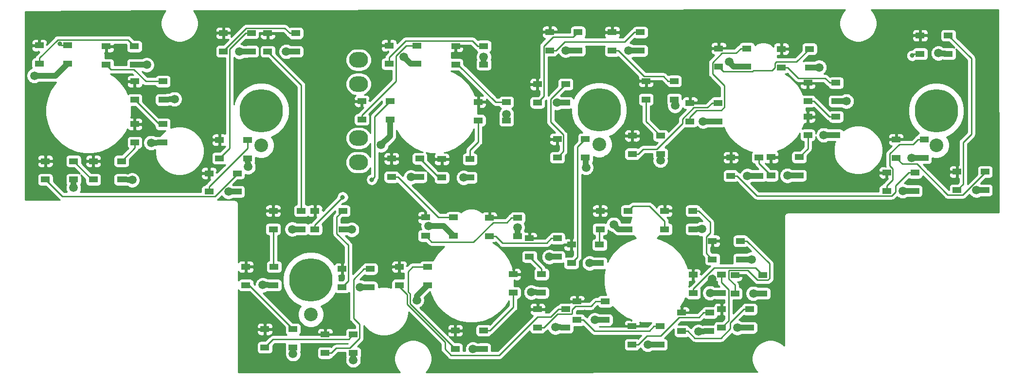
<source format=gbr>
%TF.GenerationSoftware,KiCad,Pcbnew,(5.1.6)-1*%
%TF.CreationDate,2021-08-25T14:17:29+10:00*%
%TF.ProjectId,HUD Panel PCB V2,48554420-5061-46e6-956c-205043422056,rev?*%
%TF.SameCoordinates,Original*%
%TF.FileFunction,Copper,L1,Top*%
%TF.FilePolarity,Positive*%
%FSLAX46Y46*%
G04 Gerber Fmt 4.6, Leading zero omitted, Abs format (unit mm)*
G04 Created by KiCad (PCBNEW (5.1.6)-1) date 2021-08-25 14:17:29*
%MOMM*%
%LPD*%
G01*
G04 APERTURE LIST*
%TA.AperFunction,WasherPad*%
%ADD10C,2.381250*%
%TD*%
%TA.AperFunction,WasherPad*%
%ADD11C,7.540752*%
%TD*%
%TA.AperFunction,SMDPad,CuDef*%
%ADD12R,1.500000X1.000000*%
%TD*%
%TA.AperFunction,ComponentPad*%
%ADD13O,3.300000X2.700000*%
%TD*%
%TA.AperFunction,ViaPad*%
%ADD14C,1.500000*%
%TD*%
%TA.AperFunction,ViaPad*%
%ADD15C,0.800000*%
%TD*%
%TA.AperFunction,Conductor*%
%ADD16C,1.000000*%
%TD*%
%TA.AperFunction,Conductor*%
%ADD17C,0.250000*%
%TD*%
%TA.AperFunction,Conductor*%
%ADD18C,0.254000*%
%TD*%
G04 APERTURE END LIST*
D10*
%TO.P,REF\u002A\u002A,*%
%TO.N,*%
X118110000Y-91979000D03*
D11*
X118110000Y-85979000D03*
%TD*%
D10*
%TO.P,REF\u002A\u002A,*%
%TO.N,*%
X226949000Y-62515000D03*
D11*
X226949000Y-56515000D03*
%TD*%
D10*
%TO.P,REF\u002A\u002A,*%
%TO.N,*%
X168275000Y-62388000D03*
D11*
X168275000Y-56388000D03*
%TD*%
D10*
%TO.P,REF\u002A\u002A,*%
%TO.N,*%
X109474000Y-62515000D03*
D11*
X109474000Y-56515000D03*
%TD*%
D12*
%TO.P,D56,1*%
%TO.N,/LED+5V*%
X224150000Y-43400000D03*
%TO.P,D56,2*%
%TO.N,/DATAOUT*%
X224150000Y-46600000D03*
%TO.P,D56,4*%
%TO.N,Net-(D55-Pad2)*%
X229050000Y-43400000D03*
%TO.P,D56,3*%
%TO.N,/LEDGND*%
X229050000Y-46600000D03*
%TD*%
%TO.P,D55,1*%
%TO.N,/LED+5V*%
X230550000Y-67150000D03*
%TO.P,D55,2*%
%TO.N,Net-(D55-Pad2)*%
X230550000Y-70350000D03*
%TO.P,D55,4*%
%TO.N,Net-(D54-Pad2)*%
X235450000Y-67150000D03*
%TO.P,D55,3*%
%TO.N,/LEDGND*%
X235450000Y-70350000D03*
%TD*%
%TO.P,D54,1*%
%TO.N,/LED+5V*%
X219964000Y-61518800D03*
%TO.P,D54,2*%
%TO.N,Net-(D54-Pad2)*%
X219964000Y-64718800D03*
%TO.P,D54,4*%
%TO.N,Net-(D53-Pad2)*%
X224864000Y-61518800D03*
%TO.P,D54,3*%
%TO.N,/LEDGND*%
X224864000Y-64718800D03*
%TD*%
%TO.P,D53,1*%
%TO.N,/LED+5V*%
X218327000Y-67284800D03*
%TO.P,D53,2*%
%TO.N,Net-(D53-Pad2)*%
X218327000Y-70484800D03*
%TO.P,D53,4*%
%TO.N,Net-(D52-Pad2)*%
X223227000Y-67284800D03*
%TO.P,D53,3*%
%TO.N,/LEDGND*%
X223227000Y-70484800D03*
%TD*%
%TO.P,D52,1*%
%TO.N,/LED+5V*%
X191200000Y-64650000D03*
%TO.P,D52,2*%
%TO.N,Net-(D52-Pad2)*%
X191200000Y-67850000D03*
%TO.P,D52,4*%
%TO.N,Net-(D51-Pad2)*%
X196100000Y-64650000D03*
%TO.P,D52,3*%
%TO.N,/LEDGND*%
X196100000Y-67850000D03*
%TD*%
%TO.P,D51,1*%
%TO.N,/LED+5V*%
X198200000Y-64600000D03*
%TO.P,D51,2*%
%TO.N,Net-(D51-Pad2)*%
X198200000Y-67800000D03*
%TO.P,D51,4*%
%TO.N,Net-(D50-Pad2)*%
X203100000Y-64600000D03*
%TO.P,D51,3*%
%TO.N,/LEDGND*%
X203100000Y-67800000D03*
%TD*%
%TO.P,D50,1*%
%TO.N,/LED+5V*%
X204600000Y-57550000D03*
%TO.P,D50,2*%
%TO.N,Net-(D50-Pad2)*%
X204600000Y-60750000D03*
%TO.P,D50,4*%
%TO.N,Net-(D49-Pad2)*%
X209500000Y-57550000D03*
%TO.P,D50,3*%
%TO.N,/LEDGND*%
X209500000Y-60750000D03*
%TD*%
%TO.P,D49,1*%
%TO.N,/LED+5V*%
X204600000Y-51650000D03*
%TO.P,D49,2*%
%TO.N,Net-(D49-Pad2)*%
X204600000Y-54850000D03*
%TO.P,D49,4*%
%TO.N,Net-(D48-Pad2)*%
X209500000Y-51650000D03*
%TO.P,D49,3*%
%TO.N,/LEDGND*%
X209500000Y-54850000D03*
%TD*%
%TO.P,D48,1*%
%TO.N,/LED+5V*%
X200000000Y-45750000D03*
%TO.P,D48,2*%
%TO.N,Net-(D48-Pad2)*%
X200000000Y-48950000D03*
%TO.P,D48,4*%
%TO.N,Net-(D47-Pad2)*%
X204900000Y-45750000D03*
%TO.P,D48,3*%
%TO.N,/LEDGND*%
X204900000Y-48950000D03*
%TD*%
%TO.P,D47,1*%
%TO.N,/LED+5V*%
X189100000Y-45650000D03*
%TO.P,D47,2*%
%TO.N,Net-(D47-Pad2)*%
X189100000Y-48850000D03*
%TO.P,D47,4*%
%TO.N,Net-(D46-Pad2)*%
X194000000Y-45650000D03*
%TO.P,D47,3*%
%TO.N,/LEDGND*%
X194000000Y-48850000D03*
%TD*%
%TO.P,D46,1*%
%TO.N,/LED+5V*%
X184100000Y-55150000D03*
%TO.P,D46,2*%
%TO.N,Net-(D46-Pad2)*%
X184100000Y-58350000D03*
%TO.P,D46,4*%
%TO.N,Net-(D45-Pad2)*%
X189000000Y-55150000D03*
%TO.P,D46,3*%
%TO.N,/LEDGND*%
X189000000Y-58350000D03*
%TD*%
%TO.P,D45,1*%
%TO.N,/LED+5V*%
X174050000Y-60850000D03*
%TO.P,D45,2*%
%TO.N,Net-(D45-Pad2)*%
X174050000Y-64050000D03*
%TO.P,D45,4*%
%TO.N,Net-(D44-Pad2)*%
X178950000Y-60850000D03*
%TO.P,D45,3*%
%TO.N,/LEDGND*%
X178950000Y-64050000D03*
%TD*%
%TO.P,D44,1*%
%TO.N,/LED+5V*%
X176450000Y-51350000D03*
%TO.P,D44,2*%
%TO.N,Net-(D44-Pad2)*%
X176450000Y-54550000D03*
%TO.P,D44,4*%
%TO.N,Net-(D43-Pad2)*%
X181350000Y-51350000D03*
%TO.P,D44,3*%
%TO.N,/LEDGND*%
X181350000Y-54550000D03*
%TD*%
%TO.P,D43,1*%
%TO.N,/LED+5V*%
X170550000Y-42850000D03*
%TO.P,D43,2*%
%TO.N,Net-(D43-Pad2)*%
X170550000Y-46050000D03*
%TO.P,D43,4*%
%TO.N,Net-(D42-Pad2)*%
X175450000Y-42850000D03*
%TO.P,D43,3*%
%TO.N,/LEDGND*%
X175450000Y-46050000D03*
%TD*%
%TO.P,D42,1*%
%TO.N,/LED+5V*%
X159700000Y-42800000D03*
%TO.P,D42,2*%
%TO.N,Net-(D42-Pad2)*%
X159700000Y-46000000D03*
%TO.P,D42,4*%
%TO.N,Net-(D41-Pad2)*%
X164600000Y-42800000D03*
%TO.P,D42,3*%
%TO.N,/LEDGND*%
X164600000Y-46000000D03*
%TD*%
%TO.P,D41,1*%
%TO.N,/LED+5V*%
X157550000Y-51900000D03*
%TO.P,D41,2*%
%TO.N,Net-(D41-Pad2)*%
X157550000Y-55100000D03*
%TO.P,D41,4*%
%TO.N,Net-(D40-Pad2)*%
X162450000Y-51900000D03*
%TO.P,D41,3*%
%TO.N,/LEDGND*%
X162450000Y-55100000D03*
%TD*%
%TO.P,D40,1*%
%TO.N,/LED+5V*%
X161000000Y-61450000D03*
%TO.P,D40,2*%
%TO.N,Net-(D40-Pad2)*%
X161000000Y-64650000D03*
%TO.P,D40,4*%
%TO.N,Net-(D39-Pad2)*%
X165900000Y-61450000D03*
%TO.P,D40,3*%
%TO.N,/LEDGND*%
X165900000Y-64650000D03*
%TD*%
%TO.P,D39,1*%
%TO.N,/LED+5V*%
X163450000Y-79850000D03*
%TO.P,D39,2*%
%TO.N,Net-(D39-Pad2)*%
X163450000Y-83050000D03*
%TO.P,D39,4*%
%TO.N,Net-(D38-Pad2)*%
X168350000Y-79850000D03*
%TO.P,D39,3*%
%TO.N,/LEDGND*%
X168350000Y-83050000D03*
%TD*%
%TO.P,D38,1*%
%TO.N,/LED+5V*%
X168450000Y-73950000D03*
%TO.P,D38,2*%
%TO.N,Net-(D38-Pad2)*%
X168450000Y-77150000D03*
%TO.P,D38,4*%
%TO.N,Net-(D37-Pad2)*%
X173350000Y-73950000D03*
%TO.P,D38,3*%
%TO.N,/LEDGND*%
X173350000Y-77150000D03*
%TD*%
%TO.P,D37,1*%
%TO.N,/LED+5V*%
X179700000Y-73950000D03*
%TO.P,D37,2*%
%TO.N,Net-(D37-Pad2)*%
X179700000Y-77150000D03*
%TO.P,D37,4*%
%TO.N,Net-(D36-Pad2)*%
X184600000Y-73950000D03*
%TO.P,D37,3*%
%TO.N,/LEDGND*%
X184600000Y-77150000D03*
%TD*%
%TO.P,D36,1*%
%TO.N,/LED+5V*%
X188000000Y-79200000D03*
%TO.P,D36,2*%
%TO.N,Net-(D36-Pad2)*%
X188000000Y-82400000D03*
%TO.P,D36,4*%
%TO.N,Net-(D35-Pad2)*%
X192900000Y-79200000D03*
%TO.P,D36,3*%
%TO.N,/LEDGND*%
X192900000Y-82400000D03*
%TD*%
%TO.P,D35,1*%
%TO.N,/LED+5V*%
X191900000Y-85150000D03*
%TO.P,D35,2*%
%TO.N,Net-(D35-Pad2)*%
X191900000Y-88350000D03*
%TO.P,D35,4*%
%TO.N,Net-(D34-Pad2)*%
X196800000Y-85150000D03*
%TO.P,D35,3*%
%TO.N,/LEDGND*%
X196800000Y-88350000D03*
%TD*%
%TO.P,D34,1*%
%TO.N,/LED+5V*%
X184650000Y-85100000D03*
%TO.P,D34,2*%
%TO.N,Net-(D34-Pad2)*%
X184650000Y-88300000D03*
%TO.P,D34,4*%
%TO.N,Net-(D33-Pad2)*%
X189550000Y-85100000D03*
%TO.P,D34,3*%
%TO.N,/LEDGND*%
X189550000Y-88300000D03*
%TD*%
%TO.P,D33,1*%
%TO.N,/LED+5V*%
X189600000Y-91100000D03*
%TO.P,D33,2*%
%TO.N,Net-(D33-Pad2)*%
X189600000Y-94300000D03*
%TO.P,D33,4*%
%TO.N,Net-(D32-Pad2)*%
X194500000Y-91100000D03*
%TO.P,D33,3*%
%TO.N,/LEDGND*%
X194500000Y-94300000D03*
%TD*%
%TO.P,D32,1*%
%TO.N,/LED+5V*%
X182650000Y-91700000D03*
%TO.P,D32,2*%
%TO.N,Net-(D32-Pad2)*%
X182650000Y-94900000D03*
%TO.P,D32,4*%
%TO.N,Net-(D31-Pad2)*%
X187550000Y-91700000D03*
%TO.P,D32,3*%
%TO.N,/LEDGND*%
X187550000Y-94900000D03*
%TD*%
%TO.P,D31,1*%
%TO.N,/LED+5V*%
X174000000Y-94050000D03*
%TO.P,D31,2*%
%TO.N,Net-(D31-Pad2)*%
X174000000Y-97250000D03*
%TO.P,D31,4*%
%TO.N,Net-(D30-Pad2)*%
X178900000Y-94050000D03*
%TO.P,D31,3*%
%TO.N,/LEDGND*%
X178900000Y-97250000D03*
%TD*%
%TO.P,D30,1*%
%TO.N,/LED+5V*%
X164450000Y-89750000D03*
%TO.P,D30,2*%
%TO.N,Net-(D30-Pad2)*%
X164450000Y-92950000D03*
%TO.P,D30,4*%
%TO.N,Net-(D29-Pad2)*%
X169350000Y-89750000D03*
%TO.P,D30,3*%
%TO.N,/LEDGND*%
X169350000Y-92950000D03*
%TD*%
%TO.P,D29,1*%
%TO.N,/LED+5V*%
X157582000Y-91084400D03*
%TO.P,D29,2*%
%TO.N,Net-(D29-Pad2)*%
X157582000Y-94284400D03*
%TO.P,D29,4*%
%TO.N,Net-(D28-Pad2)*%
X162482000Y-91084400D03*
%TO.P,D29,3*%
%TO.N,/LEDGND*%
X162482000Y-94284400D03*
%TD*%
%TO.P,D28,1*%
%TO.N,/LED+5V*%
X133500000Y-83700000D03*
%TO.P,D28,2*%
%TO.N,Net-(D28-Pad2)*%
X133500000Y-86900000D03*
%TO.P,D28,4*%
%TO.N,Net-(D27-Pad2)*%
X138400000Y-83700000D03*
%TO.P,D28,3*%
%TO.N,/LEDGND*%
X138400000Y-86900000D03*
%TD*%
%TO.P,D27,1*%
%TO.N,/LED+5V*%
X143250000Y-94800000D03*
%TO.P,D27,2*%
%TO.N,Net-(D27-Pad2)*%
X143250000Y-98000000D03*
%TO.P,D27,4*%
%TO.N,Net-(D26-Pad2)*%
X148150000Y-94800000D03*
%TO.P,D27,3*%
%TO.N,/LEDGND*%
X148150000Y-98000000D03*
%TD*%
%TO.P,D26,1*%
%TO.N,/LED+5V*%
X153350000Y-85000000D03*
%TO.P,D26,2*%
%TO.N,Net-(D26-Pad2)*%
X153350000Y-88200000D03*
%TO.P,D26,4*%
%TO.N,Net-(D25-Pad2)*%
X158250000Y-85000000D03*
%TO.P,D26,3*%
%TO.N,/LEDGND*%
X158250000Y-88200000D03*
%TD*%
%TO.P,D25,1*%
%TO.N,/LED+5V*%
X156150000Y-78750000D03*
%TO.P,D25,2*%
%TO.N,Net-(D25-Pad2)*%
X156150000Y-81950000D03*
%TO.P,D25,4*%
%TO.N,Net-(D24-Pad2)*%
X161050000Y-78750000D03*
%TO.P,D25,3*%
%TO.N,/LEDGND*%
X161050000Y-81950000D03*
%TD*%
%TO.P,D24,1*%
%TO.N,/LED+5V*%
X149200000Y-75150000D03*
%TO.P,D24,2*%
%TO.N,Net-(D24-Pad2)*%
X149200000Y-78350000D03*
%TO.P,D24,4*%
%TO.N,Net-(D23-Pad2)*%
X154100000Y-75150000D03*
%TO.P,D24,3*%
%TO.N,/LEDGND*%
X154100000Y-78350000D03*
%TD*%
%TO.P,D23,1*%
%TO.N,/LED+5V*%
X138050000Y-75100000D03*
%TO.P,D23,2*%
%TO.N,Net-(D23-Pad2)*%
X138050000Y-78300000D03*
%TO.P,D23,4*%
%TO.N,Net-(D22-Pad2)*%
X142950000Y-75100000D03*
%TO.P,D23,3*%
%TO.N,/LEDGND*%
X142950000Y-78300000D03*
%TD*%
%TO.P,D22,1*%
%TO.N,/LED+5V*%
X132150000Y-64850000D03*
%TO.P,D22,2*%
%TO.N,Net-(D22-Pad2)*%
X132150000Y-68050000D03*
%TO.P,D22,4*%
%TO.N,Net-(D21-Pad2)*%
X137050000Y-64850000D03*
%TO.P,D22,3*%
%TO.N,/LEDGND*%
X137050000Y-68050000D03*
%TD*%
%TO.P,D21,1*%
%TO.N,/LED+5V*%
X140900000Y-64950000D03*
%TO.P,D21,2*%
%TO.N,Net-(D21-Pad2)*%
X140900000Y-68150000D03*
%TO.P,D21,4*%
%TO.N,Net-(D20-Pad2)*%
X145800000Y-64950000D03*
%TO.P,D21,3*%
%TO.N,/LEDGND*%
X145800000Y-68150000D03*
%TD*%
%TO.P,D20,1*%
%TO.N,/LED+5V*%
X147250000Y-55000000D03*
%TO.P,D20,2*%
%TO.N,Net-(D20-Pad2)*%
X147250000Y-58200000D03*
%TO.P,D20,4*%
%TO.N,Net-(D19-Pad2)*%
X152150000Y-55000000D03*
%TO.P,D20,3*%
%TO.N,/LEDGND*%
X152150000Y-58200000D03*
%TD*%
%TO.P,D19,1*%
%TO.N,/LED+5V*%
X143300000Y-45250000D03*
%TO.P,D19,2*%
%TO.N,Net-(D19-Pad2)*%
X143300000Y-48450000D03*
%TO.P,D19,4*%
%TO.N,Net-(D18-Pad2)*%
X148200000Y-45250000D03*
%TO.P,D19,3*%
%TO.N,/LEDGND*%
X148200000Y-48450000D03*
%TD*%
%TO.P,D18,1*%
%TO.N,/LED+5V*%
X131700000Y-45150000D03*
%TO.P,D18,2*%
%TO.N,Net-(D18-Pad2)*%
X131700000Y-48350000D03*
%TO.P,D18,4*%
%TO.N,Net-(D17-Pad2)*%
X136600000Y-45150000D03*
%TO.P,D18,3*%
%TO.N,/LEDGND*%
X136600000Y-48350000D03*
%TD*%
%TO.P,D17,1*%
%TO.N,/LED+5V*%
X126988000Y-54838800D03*
%TO.P,D17,2*%
%TO.N,Net-(D17-Pad2)*%
X126988000Y-58038800D03*
%TO.P,D17,4*%
%TO.N,Net-(D16-Pad2)*%
X131888000Y-54838800D03*
%TO.P,D17,3*%
%TO.N,/LEDGND*%
X131888000Y-58038800D03*
%TD*%
%TO.P,D16,1*%
%TO.N,/LED+5V*%
X118800000Y-73950000D03*
%TO.P,D16,2*%
%TO.N,Net-(D16-Pad2)*%
X118800000Y-77150000D03*
%TO.P,D16,4*%
%TO.N,Net-(D15-Pad2)*%
X123700000Y-73950000D03*
%TO.P,D16,3*%
%TO.N,/LEDGND*%
X123700000Y-77150000D03*
%TD*%
%TO.P,D15,1*%
%TO.N,/LED+5V*%
X123550000Y-84050000D03*
%TO.P,D15,2*%
%TO.N,Net-(D15-Pad2)*%
X123550000Y-87250000D03*
%TO.P,D15,4*%
%TO.N,Net-(D14-Pad2)*%
X128450000Y-84050000D03*
%TO.P,D15,3*%
%TO.N,/LEDGND*%
X128450000Y-87250000D03*
%TD*%
%TO.P,D14,1*%
%TO.N,/LED+5V*%
X120600000Y-95500000D03*
%TO.P,D14,2*%
%TO.N,Net-(D14-Pad2)*%
X120600000Y-98700000D03*
%TO.P,D14,4*%
%TO.N,Net-(D13-Pad2)*%
X125500000Y-95500000D03*
%TO.P,D14,3*%
%TO.N,/LEDGND*%
X125500000Y-98700000D03*
%TD*%
%TO.P,D13,1*%
%TO.N,/LED+5V*%
X110100000Y-94550000D03*
%TO.P,D13,2*%
%TO.N,Net-(D13-Pad2)*%
X110100000Y-97750000D03*
%TO.P,D13,4*%
%TO.N,Net-(D12-Pad2)*%
X115000000Y-94550000D03*
%TO.P,D13,3*%
%TO.N,/LEDGND*%
X115000000Y-97750000D03*
%TD*%
%TO.P,D12,1*%
%TO.N,/LED+5V*%
X106800000Y-83700000D03*
%TO.P,D12,2*%
%TO.N,Net-(D12-Pad2)*%
X106800000Y-86900000D03*
%TO.P,D12,4*%
%TO.N,Net-(D11-Pad2)*%
X111700000Y-83700000D03*
%TO.P,D12,3*%
%TO.N,/LEDGND*%
X111700000Y-86900000D03*
%TD*%
%TO.P,D11,1*%
%TO.N,/LED+5V*%
X111550000Y-73950000D03*
%TO.P,D11,2*%
%TO.N,Net-(D11-Pad2)*%
X111550000Y-77150000D03*
%TO.P,D11,4*%
%TO.N,Net-(D10-Pad2)*%
X116450000Y-73950000D03*
%TO.P,D11,3*%
%TO.N,/LEDGND*%
X116450000Y-77150000D03*
%TD*%
%TO.P,D10,1*%
%TO.N,/LED+5V*%
X110600000Y-43000000D03*
%TO.P,D10,2*%
%TO.N,Net-(D10-Pad2)*%
X110600000Y-46200000D03*
%TO.P,D10,4*%
%TO.N,Net-(D10-Pad4)*%
X115500000Y-43000000D03*
%TO.P,D10,3*%
%TO.N,/LEDGND*%
X115500000Y-46200000D03*
%TD*%
%TO.P,D9,1*%
%TO.N,/LED+5V*%
X102870000Y-42976800D03*
%TO.P,D9,2*%
%TO.N,Net-(D10-Pad4)*%
X102870000Y-46176800D03*
%TO.P,D9,4*%
%TO.N,Net-(D8-Pad2)*%
X107770000Y-42976800D03*
%TO.P,D9,3*%
%TO.N,/LEDGND*%
X107770000Y-46176800D03*
%TD*%
%TO.P,D8,1*%
%TO.N,/LED+5V*%
X102198000Y-61595200D03*
%TO.P,D8,2*%
%TO.N,Net-(D8-Pad2)*%
X102198000Y-64795200D03*
%TO.P,D8,4*%
%TO.N,Net-(D7-Pad2)*%
X107098000Y-61595200D03*
%TO.P,D8,3*%
%TO.N,/LEDGND*%
X107098000Y-64795200D03*
%TD*%
%TO.P,D7,1*%
%TO.N,/LED+5V*%
X100381000Y-67411600D03*
%TO.P,D7,2*%
%TO.N,Net-(D7-Pad2)*%
X100381000Y-70611600D03*
%TO.P,D7,4*%
%TO.N,Net-(D6-Pad2)*%
X105281000Y-67411600D03*
%TO.P,D7,3*%
%TO.N,/LEDGND*%
X105281000Y-70611600D03*
%TD*%
%TO.P,D6,1*%
%TO.N,/LED+5V*%
X71900000Y-65300000D03*
%TO.P,D6,2*%
%TO.N,Net-(D6-Pad2)*%
X71900000Y-68500000D03*
%TO.P,D6,4*%
%TO.N,Net-(D5-Pad2)*%
X76800000Y-65300000D03*
%TO.P,D6,3*%
%TO.N,/LEDGND*%
X76800000Y-68500000D03*
%TD*%
%TO.P,D5,1*%
%TO.N,/LED+5V*%
X80250000Y-65300000D03*
%TO.P,D5,2*%
%TO.N,Net-(D5-Pad2)*%
X80250000Y-68500000D03*
%TO.P,D5,4*%
%TO.N,Net-(D4-Pad2)*%
X85150000Y-65300000D03*
%TO.P,D5,3*%
%TO.N,/LEDGND*%
X85150000Y-68500000D03*
%TD*%
%TO.P,D4,1*%
%TO.N,/LED+5V*%
X87450000Y-58850000D03*
%TO.P,D4,2*%
%TO.N,Net-(D4-Pad2)*%
X87450000Y-62050000D03*
%TO.P,D4,4*%
%TO.N,Net-(D3-Pad2)*%
X92350000Y-58850000D03*
%TO.P,D4,3*%
%TO.N,/LEDGND*%
X92350000Y-62050000D03*
%TD*%
%TO.P,D3,1*%
%TO.N,/LED+5V*%
X87450000Y-51400000D03*
%TO.P,D3,2*%
%TO.N,Net-(D3-Pad2)*%
X87450000Y-54600000D03*
%TO.P,D3,4*%
%TO.N,Net-(D2-Pad2)*%
X92350000Y-51400000D03*
%TO.P,D3,3*%
%TO.N,/LEDGND*%
X92350000Y-54600000D03*
%TD*%
%TO.P,D2,1*%
%TO.N,/LED+5V*%
X82500000Y-45300000D03*
%TO.P,D2,2*%
%TO.N,Net-(D2-Pad2)*%
X82500000Y-48500000D03*
%TO.P,D2,4*%
%TO.N,Net-(D1-Pad2)*%
X87400000Y-45300000D03*
%TO.P,D2,3*%
%TO.N,/LEDGND*%
X87400000Y-48500000D03*
%TD*%
%TO.P,D1,1*%
%TO.N,/LED+5V*%
X70854400Y-45136000D03*
%TO.P,D1,2*%
%TO.N,Net-(D1-Pad2)*%
X70854400Y-48336000D03*
%TO.P,D1,4*%
%TO.N,/DATAIN*%
X75754400Y-45136000D03*
%TO.P,D1,3*%
%TO.N,/LEDGND*%
X75754400Y-48336000D03*
%TD*%
D13*
%TO.P,J2,4*%
%TO.N,/DATAOUT*%
X126400000Y-51850000D03*
%TO.P,J2,3*%
%TO.N,/LEDGND*%
X126400000Y-47650000D03*
%TO.P,J2,2*%
%TO.N,/LED+5V*%
X120900000Y-51850000D03*
%TO.P,J2,1*%
%TA.AperFunction,ComponentPad*%
G36*
G01*
X119501100Y-46300000D02*
X122298900Y-46300000D01*
G75*
G02*
X122550000Y-46551100I0J-251100D01*
G01*
X122550000Y-48748900D01*
G75*
G02*
X122298900Y-49000000I-251100J0D01*
G01*
X119501100Y-49000000D01*
G75*
G02*
X119250000Y-48748900I0J251100D01*
G01*
X119250000Y-46551100D01*
G75*
G02*
X119501100Y-46300000I251100J0D01*
G01*
G37*
%TD.AperFunction*%
%TD*%
%TO.P,J1,4*%
%TO.N,/DATAIN*%
X126400000Y-65500000D03*
%TO.P,J1,3*%
%TO.N,/LEDGND*%
X126400000Y-61300000D03*
%TO.P,J1,2*%
%TO.N,/LED+5V*%
X120900000Y-65500000D03*
%TO.P,J1,1*%
%TA.AperFunction,ComponentPad*%
G36*
G01*
X119501100Y-59950000D02*
X122298900Y-59950000D01*
G75*
G02*
X122550000Y-60201100I0J-251100D01*
G01*
X122550000Y-62398900D01*
G75*
G02*
X122298900Y-62650000I-251100J0D01*
G01*
X119501100Y-62650000D01*
G75*
G02*
X119250000Y-62398900I0J251100D01*
G01*
X119250000Y-60201100D01*
G75*
G02*
X119501100Y-59950000I251100J0D01*
G01*
G37*
%TD.AperFunction*%
%TD*%
D14*
%TO.N,/LED+5V*%
X187960000Y-85852000D03*
X190119000Y-82423000D03*
D15*
X165735000Y-91567000D03*
X165989000Y-89535000D03*
D14*
%TO.N,/LEDGND*%
X69977000Y-50419000D03*
X89535000Y-48514000D03*
X94361000Y-54483000D03*
X90297000Y-62103000D03*
X86995000Y-68580000D03*
X76800000Y-69942000D03*
X105664000Y-46228000D03*
X113820000Y-46200000D03*
X107188000Y-66294000D03*
X103759000Y-70612000D03*
X109728000Y-86868000D03*
X115000000Y-98868000D03*
X125476000Y-99949000D03*
X126620000Y-87250000D03*
X125222000Y-77216000D03*
X114874000Y-77150000D03*
X135509000Y-68072000D03*
X144702000Y-68150000D03*
X148200000Y-47126000D03*
X152150000Y-57146000D03*
X160927000Y-55100000D03*
X165989000Y-66421000D03*
X178950000Y-65158000D03*
X181483000Y-55626000D03*
X186366000Y-58350000D03*
X173406000Y-46050000D03*
X162459000Y-46000000D03*
X207347000Y-60750000D03*
X201059000Y-67800000D03*
X194088000Y-67850000D03*
X227330000Y-46482000D03*
X233942000Y-70350000D03*
X222682000Y-64718800D03*
X221107000Y-70485000D03*
X146304000Y-98044000D03*
X156464000Y-88138000D03*
X160655000Y-94234000D03*
X167513000Y-92964000D03*
X166616000Y-83050000D03*
X159604000Y-81950000D03*
X170815000Y-76327000D03*
X186182000Y-77089000D03*
X194795000Y-82400000D03*
X195114000Y-88350000D03*
X187579000Y-88265000D03*
X192339000Y-94300000D03*
X185547000Y-94996000D03*
X176752000Y-97250000D03*
X130306009Y-62484000D03*
X134239000Y-47117000D03*
X154051000Y-76835000D03*
X136525000Y-89535000D03*
X138557000Y-76581000D03*
X206574000Y-48950000D03*
X211314000Y-54850000D03*
X190881000Y-48006000D03*
D15*
%TO.N,/DATAIN*%
X74399400Y-44856300D03*
%TO.N,/DATAOUT*%
X222776000Y-46898500D03*
%TO.N,Net-(D16-Pad2)*%
X123635000Y-71565000D03*
X128714500Y-68516500D03*
%TD*%
D16*
%TO.N,/LEDGND*%
X75754400Y-48336000D02*
X73671400Y-50419000D01*
X73671400Y-50419000D02*
X69977000Y-50419000D01*
X76800000Y-68500000D02*
X76800000Y-69942000D01*
X115500000Y-46200000D02*
X113820000Y-46200000D01*
X115000000Y-97750000D02*
X115000000Y-98868000D01*
X128450000Y-87250000D02*
X126620000Y-87250000D01*
X116450000Y-77150000D02*
X114874000Y-77150000D01*
X145800000Y-68150000D02*
X144702000Y-68150000D01*
X148200000Y-48450000D02*
X148200000Y-47126000D01*
X152150000Y-58200000D02*
X152150000Y-57146000D01*
X162450000Y-55100000D02*
X160927000Y-55100000D01*
X178950000Y-64050000D02*
X178950000Y-65158000D01*
X189000000Y-58350000D02*
X186366000Y-58350000D01*
X175450000Y-46050000D02*
X173406000Y-46050000D01*
X164600000Y-46000000D02*
X162459000Y-46000000D01*
X209500000Y-60750000D02*
X207347000Y-60750000D01*
X203100000Y-67800000D02*
X201059000Y-67800000D01*
X196100000Y-67850000D02*
X194088000Y-67850000D01*
X235450000Y-70350000D02*
X233942000Y-70350000D01*
X224864000Y-64718800D02*
X222682000Y-64718800D01*
X168350000Y-83050000D02*
X166616000Y-83050000D01*
X161050000Y-81950000D02*
X159604000Y-81950000D01*
X173350000Y-77150000D02*
X171638000Y-77150000D01*
X171638000Y-77150000D02*
X170815000Y-76327000D01*
X192900000Y-82400000D02*
X194795000Y-82400000D01*
X194500000Y-94300000D02*
X192339000Y-94300000D01*
X178900000Y-97250000D02*
X176752000Y-97250000D01*
X87400000Y-48500000D02*
X89535000Y-48514000D01*
X89535000Y-48514000D02*
X89521000Y-48500000D01*
X92350000Y-54600000D02*
X94361000Y-54483000D01*
X94361000Y-54483000D02*
X94244000Y-54600000D01*
X92350000Y-62050000D02*
X90297000Y-62103000D01*
X90297000Y-62103000D02*
X90350000Y-62050000D01*
X85150000Y-68500000D02*
X86995000Y-68580000D01*
X86995000Y-68580000D02*
X86915000Y-68500000D01*
X107770000Y-46176800D02*
X105664000Y-46228000D01*
X105664000Y-46228000D02*
X105715000Y-46176800D01*
X107098000Y-64795200D02*
X107188000Y-66294000D01*
X107188000Y-66294000D02*
X107098000Y-66204000D01*
X105281000Y-70611600D02*
X103759000Y-70612000D01*
X103759000Y-70612000D02*
X103759000Y-70611600D01*
X111700000Y-86900000D02*
X109728000Y-86868000D01*
X109728000Y-86868000D02*
X109760000Y-86900000D01*
X125500000Y-98700000D02*
X125476000Y-99949000D01*
X125476000Y-99949000D02*
X125500000Y-99925000D01*
X123700000Y-77150000D02*
X125222000Y-77216000D01*
X125222000Y-77216000D02*
X125156000Y-77150000D01*
X137050000Y-68050000D02*
X135509000Y-68072000D01*
X135509000Y-68072000D02*
X135531000Y-68050000D01*
X165900000Y-64650000D02*
X165989000Y-66421000D01*
X165989000Y-66421000D02*
X165900000Y-66332000D01*
X181350000Y-54550000D02*
X181483000Y-55626000D01*
X181483000Y-55626000D02*
X181350000Y-55747000D01*
X229050000Y-46600000D02*
X227330000Y-46482000D01*
X227330000Y-46482000D02*
X227448000Y-46600000D01*
X223227000Y-70484800D02*
X221107000Y-70485000D01*
X221107000Y-70485000D02*
X221107000Y-70484800D01*
X148150000Y-98000000D02*
X146304000Y-98044000D01*
X146304000Y-98044000D02*
X146348000Y-98000000D01*
X158250000Y-88200000D02*
X156464000Y-88138000D01*
X156464000Y-88138000D02*
X156526000Y-88200000D01*
X162482000Y-94284400D02*
X160655000Y-94234000D01*
X160655000Y-94234000D02*
X160705000Y-94284400D01*
X169350000Y-92950000D02*
X167513000Y-92964000D01*
X167513000Y-92964000D02*
X167527000Y-92950000D01*
X184600000Y-77150000D02*
X186182000Y-77089000D01*
X186182000Y-77089000D02*
X186248000Y-77150000D01*
X196800000Y-88350000D02*
X195114000Y-88350000D01*
X195114000Y-88350000D02*
X194987000Y-88350000D01*
X189550000Y-88300000D02*
X187579000Y-88265000D01*
X187579000Y-88265000D02*
X187614000Y-88300000D01*
X187550000Y-94900000D02*
X185547000Y-94996000D01*
X185547000Y-94996000D02*
X185643000Y-94900000D01*
X131888000Y-58038800D02*
X131888000Y-60902009D01*
X131888000Y-60902009D02*
X130306009Y-62484000D01*
X130306009Y-62484000D02*
X130306009Y-62484000D01*
X136600000Y-48350000D02*
X135472000Y-48350000D01*
X135472000Y-48350000D02*
X134239000Y-47117000D01*
X154100000Y-78350000D02*
X154051000Y-76835000D01*
X154051000Y-76835000D02*
X154100000Y-76884000D01*
X136525000Y-89535000D02*
X136525000Y-89535000D01*
X136525000Y-88775000D02*
X138400000Y-86900000D01*
X136525000Y-89535000D02*
X136525000Y-88775000D01*
X142950000Y-78300000D02*
X141231000Y-76581000D01*
X141231000Y-76581000D02*
X138557000Y-76581000D01*
X138557000Y-76581000D02*
X138557000Y-76581000D01*
X204900000Y-48950000D02*
X206574000Y-48950000D01*
X206574000Y-48950000D02*
X206574000Y-48950000D01*
X209500000Y-54850000D02*
X211314000Y-54850000D01*
X211314000Y-54850000D02*
X211314000Y-54850000D01*
X194000000Y-48850000D02*
X191725000Y-48850000D01*
X191725000Y-48850000D02*
X190881000Y-48006000D01*
D17*
%TO.N,/DATAIN*%
X75754400Y-45136000D02*
X74679100Y-45136000D01*
X74679100Y-45136000D02*
X74399400Y-44856300D01*
%TO.N,Net-(D10-Pad4)*%
X102870000Y-46176800D02*
X102870000Y-46092400D01*
X102870000Y-46092400D02*
X106811000Y-42151400D01*
X106811000Y-42151400D02*
X113576000Y-42151400D01*
X113576000Y-42151400D02*
X114425000Y-43000000D01*
X114425000Y-43000000D02*
X115500000Y-43000000D01*
%TO.N,/DATAOUT*%
X224150000Y-46600000D02*
X223075000Y-46600000D01*
X223075000Y-46600000D02*
X222776000Y-46898500D01*
%TO.N,Net-(D1-Pad2)*%
X86231299Y-44131299D02*
X87400000Y-45300000D01*
X70854400Y-47328298D02*
X74051399Y-44131299D01*
X74051399Y-44131299D02*
X86231299Y-44131299D01*
X70854400Y-48336000D02*
X70854400Y-47328298D01*
%TO.N,Net-(D2-Pad2)*%
X87298001Y-49325001D02*
X83325001Y-49325001D01*
X83325001Y-49325001D02*
X82500000Y-48500000D01*
X89373000Y-51400000D02*
X87298001Y-49325001D01*
X92350000Y-51400000D02*
X89373000Y-51400000D01*
%TO.N,Net-(D3-Pad2)*%
X91700000Y-58850000D02*
X87450000Y-54600000D01*
X92350000Y-58850000D02*
X91700000Y-58850000D01*
%TO.N,Net-(D4-Pad2)*%
X87450000Y-63000000D02*
X85150000Y-65300000D01*
X87450000Y-62050000D02*
X87450000Y-63000000D01*
%TO.N,Net-(D5-Pad2)*%
X80000000Y-68500000D02*
X80250000Y-68500000D01*
X76800000Y-65300000D02*
X80000000Y-68500000D01*
%TO.N,Net-(D6-Pad2)*%
X74836601Y-71436601D02*
X71900000Y-68500000D01*
X101391001Y-71436601D02*
X74836601Y-71436601D01*
X105281000Y-67546602D02*
X101391001Y-71436601D01*
X105281000Y-67411600D02*
X105281000Y-67546602D01*
%TO.N,Net-(D7-Pad2)*%
X107098000Y-63044199D02*
X107098000Y-61595200D01*
X100381000Y-69761199D02*
X107098000Y-63044199D01*
X100381000Y-70611600D02*
X100381000Y-69761199D01*
%TO.N,Net-(D8-Pad2)*%
X106770000Y-42976800D02*
X107770000Y-42976800D01*
X103945001Y-45801799D02*
X106770000Y-42976800D01*
X103945001Y-63048199D02*
X103945001Y-45801799D01*
X102198000Y-64795200D02*
X103945001Y-63048199D01*
%TO.N,Net-(D10-Pad2)*%
X116450000Y-52050000D02*
X110600000Y-46200000D01*
X116450000Y-73950000D02*
X116450000Y-52050000D01*
%TO.N,Net-(D11-Pad2)*%
X111550000Y-83550000D02*
X111700000Y-83700000D01*
X111550000Y-77150000D02*
X111550000Y-83550000D01*
%TO.N,Net-(D12-Pad2)*%
X107350000Y-86900000D02*
X115000000Y-94550000D01*
X106800000Y-86900000D02*
X107350000Y-86900000D01*
%TO.N,Net-(D13-Pad2)*%
X111524999Y-96325001D02*
X124674999Y-96325001D01*
X124674999Y-96325001D02*
X125500000Y-95500000D01*
X110100000Y-97750000D02*
X111524999Y-96325001D01*
%TO.N,Net-(D14-Pad2)*%
X125541000Y-85883700D02*
X127375000Y-84050000D01*
X126575000Y-93682000D02*
X125541000Y-92648000D01*
X126575000Y-96146200D02*
X126575000Y-93682000D01*
X124847000Y-97874700D02*
X126575000Y-96146200D01*
X122501000Y-97874700D02*
X124847000Y-97874700D01*
X121675000Y-98700000D02*
X122501000Y-97874700D01*
X127375000Y-84050000D02*
X128450000Y-84050000D01*
X125541000Y-92648000D02*
X125541000Y-85883700D01*
X120600000Y-98700000D02*
X121675000Y-98700000D01*
%TO.N,Net-(D15-Pad2)*%
X122624999Y-75025001D02*
X123700000Y-73950000D01*
X122624999Y-77910001D02*
X122624999Y-75025001D01*
X124625001Y-79910003D02*
X122624999Y-77910001D01*
X124625001Y-86174999D02*
X124625001Y-79910003D01*
X123550000Y-87250000D02*
X124625001Y-86174999D01*
%TO.N,Net-(D16-Pad2)*%
X118800000Y-76400000D02*
X123635000Y-71565000D01*
X118800000Y-77150000D02*
X118800000Y-76400000D01*
X129226999Y-57499801D02*
X131888000Y-54838800D01*
X129226999Y-68004001D02*
X129226999Y-57499801D01*
X128714500Y-68516500D02*
X129226999Y-68004001D01*
%TO.N,Net-(D17-Pad2)*%
X132909999Y-51366801D02*
X126988000Y-57288800D01*
X126988000Y-57288800D02*
X126988000Y-58038800D01*
X132909999Y-46922001D02*
X132909999Y-51366801D01*
X134682000Y-45150000D02*
X132909999Y-46922001D01*
X136600000Y-45150000D02*
X134682000Y-45150000D01*
%TO.N,Net-(D18-Pad2)*%
X146199000Y-44324600D02*
X147125000Y-45250000D01*
X147125000Y-45250000D02*
X148200000Y-45250000D01*
X131700000Y-47243000D02*
X134618400Y-44324600D01*
X134618400Y-44324600D02*
X146199000Y-44324600D01*
X131700000Y-48350000D02*
X131700000Y-47243000D01*
%TO.N,Net-(D19-Pad2)*%
X143300000Y-48450000D02*
X143700000Y-48450000D01*
X150250000Y-55000000D02*
X152150000Y-55000000D01*
X143700000Y-48450000D02*
X150250000Y-55000000D01*
%TO.N,Net-(D20-Pad2)*%
X147250000Y-61919000D02*
X147250000Y-58200000D01*
X145800000Y-64950000D02*
X145800000Y-63369000D01*
X145800000Y-63369000D02*
X147250000Y-61919000D01*
%TO.N,Net-(D21-Pad2)*%
X140350000Y-68150000D02*
X137050000Y-64850000D01*
X140900000Y-68150000D02*
X140350000Y-68150000D01*
%TO.N,Net-(D22-Pad2)*%
X132150000Y-68050000D02*
X133225000Y-68050000D01*
X133225000Y-68050000D02*
X140275000Y-75100000D01*
X140275000Y-75100000D02*
X142950000Y-75100000D01*
%TO.N,Net-(D23-Pad2)*%
X138050000Y-78300000D02*
X139131000Y-79380700D01*
X139131000Y-79380700D02*
X146424000Y-79380700D01*
X146424000Y-79380700D02*
X149830000Y-75975300D01*
X149830000Y-75975300D02*
X152199000Y-75975300D01*
X152199000Y-75975300D02*
X153025000Y-75150000D01*
X153025000Y-75150000D02*
X154100000Y-75150000D01*
%TO.N,Net-(D24-Pad2)*%
X149200000Y-78350000D02*
X150275000Y-78350000D01*
X150275000Y-78350000D02*
X151501000Y-79575300D01*
X151501000Y-79575300D02*
X159149000Y-79575300D01*
X159149000Y-79575300D02*
X159975000Y-78750000D01*
X159975000Y-78750000D02*
X161050000Y-78750000D01*
%TO.N,Net-(D25-Pad2)*%
X158250000Y-84050000D02*
X156150000Y-81950000D01*
X158250000Y-85000000D02*
X158250000Y-84050000D01*
%TO.N,Net-(D26-Pad2)*%
X148150000Y-94800000D02*
X149294000Y-94800000D01*
X153350000Y-90744000D02*
X153350000Y-88200000D01*
X149294000Y-94800000D02*
X153350000Y-90744000D01*
%TO.N,Net-(D27-Pad2)*%
X135401000Y-88409590D02*
X135401000Y-90151000D01*
X135001000Y-88009590D02*
X135401000Y-88409590D01*
X135001000Y-84514998D02*
X135001000Y-88009590D01*
X135815998Y-83700000D02*
X135001000Y-84514998D01*
X138400000Y-83700000D02*
X135815998Y-83700000D01*
X135401000Y-90151000D02*
X143250000Y-98000000D01*
%TO.N,Net-(D28-Pad2)*%
X161220793Y-91084400D02*
X162482000Y-91084400D01*
X157575398Y-92456000D02*
X159849193Y-92456000D01*
X150912397Y-99119001D02*
X157575398Y-92456000D01*
X141468499Y-98053501D02*
X142533999Y-99119001D01*
X141468499Y-96854909D02*
X141468499Y-98053501D01*
X159849193Y-92456000D02*
X161220793Y-91084400D01*
X133500000Y-87145000D02*
X134872990Y-88517990D01*
X133500000Y-86900000D02*
X133500000Y-87145000D01*
X142533999Y-99119001D02*
X150912397Y-99119001D01*
X134872990Y-88517990D02*
X134872990Y-90259400D01*
X134872990Y-90259400D02*
X141468499Y-96854909D01*
%TO.N,Net-(D29-Pad2)*%
X160891000Y-92050700D02*
X158657000Y-94284400D01*
X161032299Y-91909401D02*
X160891000Y-92050700D01*
X163576000Y-91825402D02*
X163492001Y-91909401D01*
X163576000Y-91186000D02*
X163576000Y-91825402D01*
X158657000Y-94284400D02*
X157582000Y-94284400D01*
X163492001Y-91909401D02*
X161032299Y-91909401D01*
X169350000Y-89750000D02*
X167664000Y-89750000D01*
X167124465Y-90289465D02*
X166838929Y-90575001D01*
X167664000Y-89750000D02*
X167124465Y-90289465D01*
X164186999Y-90575001D02*
X163576000Y-91186000D01*
X166838929Y-90575001D02*
X164186999Y-90575001D01*
%TO.N,Net-(D30-Pad2)*%
X164450000Y-92950000D02*
X165525000Y-92950000D01*
X165525000Y-92950000D02*
X167451000Y-94875300D01*
X167451000Y-94875300D02*
X176999000Y-94875300D01*
X176999000Y-94875300D02*
X177825000Y-94050000D01*
X177825000Y-94050000D02*
X178900000Y-94050000D01*
%TO.N,Net-(D31-Pad2)*%
X174000000Y-97250000D02*
X175075000Y-97250000D01*
X175075000Y-97250000D02*
X176581000Y-95744400D01*
X176581000Y-95744400D02*
X178982000Y-95744400D01*
X178982000Y-95744400D02*
X182201000Y-92525300D01*
X182201000Y-92525300D02*
X185649000Y-92525300D01*
X185649000Y-92525300D02*
X186475000Y-91700000D01*
X186475000Y-91700000D02*
X187550000Y-91700000D01*
%TO.N,Net-(D32-Pad2)*%
X182650000Y-94900000D02*
X183725000Y-94900000D01*
X183725000Y-94900000D02*
X184943000Y-96118100D01*
X184943000Y-96118100D02*
X189505000Y-96118100D01*
X189505000Y-96118100D02*
X191126000Y-94497700D01*
X191126000Y-94497700D02*
X191126000Y-93399000D01*
X191126000Y-93399000D02*
X193425000Y-91100000D01*
X193425000Y-91100000D02*
X194500000Y-91100000D01*
%TO.N,Net-(D33-Pad2)*%
X190824999Y-93063591D02*
X189600000Y-94288590D01*
X190824999Y-87700999D02*
X190824999Y-93063591D01*
X189550000Y-86426000D02*
X190824999Y-87700999D01*
X189600000Y-94288590D02*
X189600000Y-94300000D01*
X189550000Y-85100000D02*
X189550000Y-86426000D01*
%TO.N,Net-(D34-Pad2)*%
X188325011Y-83874989D02*
X195524989Y-83874989D01*
X195524989Y-83874989D02*
X196800000Y-85150000D01*
X184650000Y-87550000D02*
X188325011Y-83874989D01*
X184650000Y-88300000D02*
X184650000Y-87550000D01*
%TO.N,Net-(D35-Pad2)*%
X197920000Y-85741500D02*
X197920000Y-83144700D01*
X197920000Y-83144700D02*
X193975000Y-79200000D01*
X193975000Y-79200000D02*
X192900000Y-79200000D01*
X194139997Y-84324999D02*
X195829262Y-86014264D01*
X190824999Y-84389999D02*
X190889999Y-84324999D01*
X190824999Y-85795999D02*
X190824999Y-84389999D01*
X191900000Y-86871000D02*
X190824999Y-85795999D01*
X191900000Y-88350000D02*
X191900000Y-86871000D01*
X195829262Y-86014264D02*
X197647264Y-86014264D01*
X190889999Y-84324999D02*
X194139997Y-84324999D01*
X197647264Y-86014264D02*
X197920000Y-85741500D01*
%TO.N,Net-(D36-Pad2)*%
X186924999Y-78439999D02*
X186924999Y-81324999D01*
X186924999Y-81324999D02*
X188000000Y-82400000D01*
X187579000Y-77785998D02*
X186924999Y-78439999D01*
X187579000Y-75929000D02*
X187579000Y-77785998D01*
X185600000Y-73950000D02*
X187579000Y-75929000D01*
X184600000Y-73950000D02*
X185600000Y-73950000D01*
%TO.N,Net-(D37-Pad2)*%
X177039997Y-73124999D02*
X174175001Y-73124999D01*
X174175001Y-73124999D02*
X173350000Y-73950000D01*
X179700000Y-75785002D02*
X177039997Y-73124999D01*
X179700000Y-77150000D02*
X179700000Y-75785002D01*
%TO.N,Net-(D38-Pad2)*%
X168350000Y-77250000D02*
X168450000Y-77150000D01*
X168350000Y-79850000D02*
X168350000Y-77250000D01*
%TO.N,Net-(D39-Pad2)*%
X164525001Y-62824999D02*
X165900000Y-61450000D01*
X164525001Y-81974999D02*
X164525001Y-62824999D01*
X163450000Y-83050000D02*
X164525001Y-81974999D01*
%TO.N,Net-(D40-Pad2)*%
X162075001Y-63574999D02*
X161000000Y-64650000D01*
X159851999Y-58466997D02*
X162075001Y-60689999D01*
X162075001Y-60689999D02*
X162075001Y-63574999D01*
X159851999Y-54498001D02*
X159851999Y-58466997D01*
X162450000Y-51900000D02*
X159851999Y-54498001D01*
%TO.N,Net-(D41-Pad2)*%
X160239997Y-43625001D02*
X163774999Y-43625001D01*
X158624999Y-45239999D02*
X160239997Y-43625001D01*
X158624999Y-47368997D02*
X158624999Y-45239999D01*
X163774999Y-43625001D02*
X164600000Y-42800000D01*
X158625001Y-47368999D02*
X158624999Y-47368997D01*
X158625001Y-54024999D02*
X158625001Y-47368999D01*
X157550000Y-55100000D02*
X158625001Y-54024999D01*
%TO.N,Net-(D42-Pad2)*%
X159700000Y-46000000D02*
X160775000Y-46000000D01*
X160775000Y-46000000D02*
X162284000Y-44491000D01*
X162284000Y-44491000D02*
X172734000Y-44491000D01*
X172734000Y-44491000D02*
X174375000Y-42850000D01*
X174375000Y-42850000D02*
X175450000Y-42850000D01*
%TO.N,Net-(D43-Pad2)*%
X170550000Y-46050000D02*
X171625000Y-46050000D01*
X171625000Y-46050000D02*
X176100000Y-50524700D01*
X176100000Y-50524700D02*
X179449000Y-50524700D01*
X179449000Y-50524700D02*
X180275000Y-51350000D01*
X180275000Y-51350000D02*
X181350000Y-51350000D01*
%TO.N,Net-(D44-Pad2)*%
X176450000Y-58350000D02*
X178950000Y-60850000D01*
X176450000Y-54550000D02*
X176450000Y-58350000D01*
%TO.N,Net-(D45-Pad2)*%
X174050000Y-64050000D02*
X175125000Y-64050000D01*
X175125000Y-64050000D02*
X175951000Y-63224700D01*
X175951000Y-63224700D02*
X178343000Y-63224700D01*
X178343000Y-63224700D02*
X182808000Y-58759200D01*
X182808000Y-58759200D02*
X182808000Y-57924100D01*
X182808000Y-57924100D02*
X184757000Y-55975300D01*
X184757000Y-55975300D02*
X187099000Y-55975300D01*
X187099000Y-55975300D02*
X187925000Y-55150000D01*
X187925000Y-55150000D02*
X189000000Y-55150000D01*
%TO.N,Net-(D46-Pad2)*%
X192925000Y-45650000D02*
X194000000Y-45650000D01*
X192099000Y-46475300D02*
X192925000Y-45650000D01*
X189691000Y-46475300D02*
X192099000Y-46475300D01*
X188025000Y-48141800D02*
X189691000Y-46475300D01*
X188025000Y-50074300D02*
X188025000Y-48141800D01*
X190104000Y-52154100D02*
X188025000Y-50074300D01*
X190104000Y-55881002D02*
X190104000Y-52154100D01*
X189559692Y-56425310D02*
X190104000Y-55881002D01*
X185274690Y-56425310D02*
X189559692Y-56425310D01*
X184100000Y-57600000D02*
X185274690Y-56425310D01*
X184100000Y-58350000D02*
X184100000Y-57600000D01*
%TO.N,Net-(D47-Pad2)*%
X199111717Y-48003281D02*
X198882000Y-48232998D01*
X204900000Y-45750000D02*
X202646719Y-48003281D01*
X202646719Y-48003281D02*
X199111717Y-48003281D01*
X198882000Y-48232998D02*
X198882000Y-49022000D01*
X198882000Y-49022000D02*
X198374000Y-49530000D01*
X198374000Y-49530000D02*
X195075001Y-49530000D01*
X195075001Y-49610001D02*
X195009992Y-49675010D01*
X195075001Y-49530000D02*
X195075001Y-49610001D01*
X189925010Y-49675010D02*
X189100000Y-48850000D01*
X195009992Y-49675010D02*
X189925010Y-49675010D01*
%TO.N,Net-(D48-Pad2)*%
X200000000Y-48950000D02*
X201075000Y-48950000D01*
X201075000Y-48950000D02*
X202950000Y-50824700D01*
X202950000Y-50824700D02*
X207599000Y-50824700D01*
X207599000Y-50824700D02*
X208425000Y-51650000D01*
X208425000Y-51650000D02*
X209500000Y-51650000D01*
%TO.N,Net-(D49-Pad2)*%
X204600000Y-54850000D02*
X205675000Y-54850000D01*
X205675000Y-54850000D02*
X208375000Y-57550000D01*
X208375000Y-57550000D02*
X209500000Y-57550000D01*
%TO.N,Net-(D50-Pad2)*%
X204600000Y-63100000D02*
X203100000Y-64600000D01*
X204600000Y-60750000D02*
X204600000Y-63100000D01*
%TO.N,Net-(D51-Pad2)*%
X198200000Y-67800000D02*
X196100000Y-65700000D01*
X196100000Y-65700000D02*
X196100000Y-64650000D01*
%TO.N,Net-(D52-Pad2)*%
X191200000Y-67850000D02*
X192275000Y-67850000D01*
X192275000Y-67850000D02*
X195736000Y-71310200D01*
X195736000Y-71310200D02*
X219238000Y-71310200D01*
X219238000Y-71310200D02*
X219853000Y-70695800D01*
X219853000Y-70695800D02*
X219853000Y-69583800D01*
X219853000Y-69583800D02*
X222152000Y-67284800D01*
X222152000Y-67284800D02*
X223227000Y-67284800D01*
%TO.N,Net-(D53-Pad2)*%
X219402000Y-66587400D02*
X218889000Y-66073700D01*
X218889000Y-66073700D02*
X218889000Y-64012200D01*
X218889000Y-64012200D02*
X220557000Y-62344100D01*
X220557000Y-62344100D02*
X222963000Y-62344100D01*
X222963000Y-62344100D02*
X223789000Y-61518800D01*
X223789000Y-61518800D02*
X224864000Y-61518800D01*
X218327000Y-69582000D02*
X219402000Y-68507000D01*
X218327000Y-70484800D02*
X218327000Y-69582000D01*
X219402000Y-68507000D02*
X219402000Y-66587400D01*
%TO.N,Net-(D54-Pad2)*%
X221039001Y-65793801D02*
X219964000Y-64718800D01*
X223571003Y-65793801D02*
X221039001Y-65793801D01*
X228952203Y-71175001D02*
X223571003Y-65793801D01*
X231560001Y-71175001D02*
X228952203Y-71175001D01*
X235450000Y-67285002D02*
X231560001Y-71175001D01*
X235450000Y-67150000D02*
X235450000Y-67285002D01*
%TO.N,Net-(D55-Pad2)*%
X231625001Y-69274999D02*
X231625001Y-61998999D01*
X230550000Y-70350000D02*
X231625001Y-69274999D01*
X231625001Y-61998999D02*
X233045000Y-60579000D01*
X233045000Y-47395000D02*
X229050000Y-43400000D01*
X233045000Y-60579000D02*
X233045000Y-47395000D01*
%TD*%
D18*
%TO.N,/LED+5V*%
G36*
X237844167Y-74219200D02*
G01*
X201200419Y-74219200D01*
X201168000Y-74216007D01*
X201135581Y-74219200D01*
X201038617Y-74228750D01*
X200914207Y-74266490D01*
X200799550Y-74327775D01*
X200699052Y-74410252D01*
X200616575Y-74510750D01*
X200555290Y-74625407D01*
X200517550Y-74749817D01*
X200504807Y-74879200D01*
X200508001Y-74911629D01*
X200508000Y-97448622D01*
X200208966Y-97149588D01*
X199672242Y-96790960D01*
X199075866Y-96543933D01*
X198442756Y-96418000D01*
X197797244Y-96418000D01*
X197164134Y-96543933D01*
X196567758Y-96790960D01*
X196031034Y-97149588D01*
X195574588Y-97606034D01*
X195215960Y-98142758D01*
X194968933Y-98739134D01*
X194843000Y-99372244D01*
X194843000Y-100017756D01*
X194968933Y-100650866D01*
X195215960Y-101247242D01*
X195574588Y-101783966D01*
X195800253Y-102009631D01*
X138179356Y-102040022D01*
X138435412Y-101783966D01*
X138794040Y-101247242D01*
X139041067Y-100650866D01*
X139167000Y-100017756D01*
X139167000Y-99372244D01*
X139041067Y-98739134D01*
X138794040Y-98142758D01*
X138435412Y-97606034D01*
X137978966Y-97149588D01*
X137442242Y-96790960D01*
X136845866Y-96543933D01*
X136212756Y-96418000D01*
X135567244Y-96418000D01*
X134934134Y-96543933D01*
X134337758Y-96790960D01*
X133801034Y-97149588D01*
X133344588Y-97606034D01*
X132985960Y-98142758D01*
X132738933Y-98739134D01*
X132613000Y-99372244D01*
X132613000Y-100017756D01*
X132738933Y-100650866D01*
X132985960Y-101247242D01*
X133344588Y-101783966D01*
X133603058Y-102042436D01*
X105510083Y-102057253D01*
X105498227Y-95050000D01*
X108711928Y-95050000D01*
X108724188Y-95174482D01*
X108760498Y-95294180D01*
X108819463Y-95404494D01*
X108898815Y-95501185D01*
X108995506Y-95580537D01*
X109105820Y-95639502D01*
X109225518Y-95675812D01*
X109350000Y-95688072D01*
X109814250Y-95685000D01*
X109973000Y-95526250D01*
X109973000Y-94677000D01*
X110227000Y-94677000D01*
X110227000Y-95526250D01*
X110385750Y-95685000D01*
X110850000Y-95688072D01*
X110974482Y-95675812D01*
X111094180Y-95639502D01*
X111204494Y-95580537D01*
X111301185Y-95501185D01*
X111380537Y-95404494D01*
X111439502Y-95294180D01*
X111475812Y-95174482D01*
X111488072Y-95050000D01*
X111485000Y-94835750D01*
X111326250Y-94677000D01*
X110227000Y-94677000D01*
X109973000Y-94677000D01*
X108873750Y-94677000D01*
X108715000Y-94835750D01*
X108711928Y-95050000D01*
X105498227Y-95050000D01*
X105496535Y-94050000D01*
X108711928Y-94050000D01*
X108715000Y-94264250D01*
X108873750Y-94423000D01*
X109973000Y-94423000D01*
X109973000Y-93573750D01*
X110227000Y-93573750D01*
X110227000Y-94423000D01*
X111326250Y-94423000D01*
X111485000Y-94264250D01*
X111488072Y-94050000D01*
X111475812Y-93925518D01*
X111439502Y-93805820D01*
X111380537Y-93695506D01*
X111301185Y-93598815D01*
X111204494Y-93519463D01*
X111094180Y-93460498D01*
X110974482Y-93424188D01*
X110850000Y-93411928D01*
X110385750Y-93415000D01*
X110227000Y-93573750D01*
X109973000Y-93573750D01*
X109814250Y-93415000D01*
X109350000Y-93411928D01*
X109225518Y-93424188D01*
X109105820Y-93460498D01*
X108995506Y-93519463D01*
X108898815Y-93598815D01*
X108819463Y-93695506D01*
X108760498Y-93805820D01*
X108724188Y-93925518D01*
X108711928Y-94050000D01*
X105496535Y-94050000D01*
X105485775Y-87691470D01*
X105519463Y-87754494D01*
X105598815Y-87851185D01*
X105695506Y-87930537D01*
X105805820Y-87989502D01*
X105925518Y-88025812D01*
X106050000Y-88038072D01*
X107413271Y-88038072D01*
X113611928Y-94236730D01*
X113611928Y-95050000D01*
X113624188Y-95174482D01*
X113660498Y-95294180D01*
X113719463Y-95404494D01*
X113798815Y-95501185D01*
X113876575Y-95565001D01*
X111562322Y-95565001D01*
X111524999Y-95561325D01*
X111487676Y-95565001D01*
X111487666Y-95565001D01*
X111376013Y-95575998D01*
X111234252Y-95619000D01*
X111232752Y-95619455D01*
X111100722Y-95690027D01*
X111067856Y-95717000D01*
X110984998Y-95785000D01*
X110961200Y-95813998D01*
X110163271Y-96611928D01*
X109350000Y-96611928D01*
X109225518Y-96624188D01*
X109105820Y-96660498D01*
X108995506Y-96719463D01*
X108898815Y-96798815D01*
X108819463Y-96895506D01*
X108760498Y-97005820D01*
X108724188Y-97125518D01*
X108711928Y-97250000D01*
X108711928Y-98250000D01*
X108724188Y-98374482D01*
X108760498Y-98494180D01*
X108819463Y-98604494D01*
X108898815Y-98701185D01*
X108995506Y-98780537D01*
X109105820Y-98839502D01*
X109225518Y-98875812D01*
X109350000Y-98888072D01*
X110850000Y-98888072D01*
X110974482Y-98875812D01*
X111094180Y-98839502D01*
X111204494Y-98780537D01*
X111301185Y-98701185D01*
X111380537Y-98604494D01*
X111439502Y-98494180D01*
X111475812Y-98374482D01*
X111488072Y-98250000D01*
X111488072Y-97436730D01*
X111839801Y-97085001D01*
X113636479Y-97085001D01*
X113624188Y-97125518D01*
X113611928Y-97250000D01*
X113611928Y-98250000D01*
X113624188Y-98374482D01*
X113660498Y-98494180D01*
X113661756Y-98496533D01*
X113615000Y-98731589D01*
X113615000Y-99004411D01*
X113668225Y-99271989D01*
X113772629Y-99524043D01*
X113924201Y-99750886D01*
X114117114Y-99943799D01*
X114343957Y-100095371D01*
X114596011Y-100199775D01*
X114863589Y-100253000D01*
X115136411Y-100253000D01*
X115403989Y-100199775D01*
X115656043Y-100095371D01*
X115882886Y-99943799D01*
X116075799Y-99750886D01*
X116227371Y-99524043D01*
X116331775Y-99271989D01*
X116385000Y-99004411D01*
X116385000Y-98731589D01*
X116338244Y-98496533D01*
X116339502Y-98494180D01*
X116375812Y-98374482D01*
X116388072Y-98250000D01*
X116388072Y-97250000D01*
X116375812Y-97125518D01*
X116363521Y-97085001D01*
X124561824Y-97085001D01*
X124532134Y-97114700D01*
X122538485Y-97114700D01*
X122501324Y-97111024D01*
X122463836Y-97114700D01*
X122463667Y-97114700D01*
X122425492Y-97118460D01*
X122352331Y-97125634D01*
X122352176Y-97125681D01*
X122352014Y-97125697D01*
X122280844Y-97147286D01*
X122209052Y-97169030D01*
X122208908Y-97169107D01*
X122208753Y-97169154D01*
X122143383Y-97204096D01*
X122076993Y-97239546D01*
X122076866Y-97239650D01*
X122076724Y-97239726D01*
X122019574Y-97286628D01*
X121990236Y-97310684D01*
X121990119Y-97310801D01*
X121960999Y-97334699D01*
X121937305Y-97363570D01*
X121656714Y-97643924D01*
X121594180Y-97610498D01*
X121474482Y-97574188D01*
X121350000Y-97561928D01*
X119850000Y-97561928D01*
X119725518Y-97574188D01*
X119605820Y-97610498D01*
X119495506Y-97669463D01*
X119398815Y-97748815D01*
X119319463Y-97845506D01*
X119260498Y-97955820D01*
X119224188Y-98075518D01*
X119211928Y-98200000D01*
X119211928Y-99200000D01*
X119224188Y-99324482D01*
X119260498Y-99444180D01*
X119319463Y-99554494D01*
X119398815Y-99651185D01*
X119495506Y-99730537D01*
X119605820Y-99789502D01*
X119725518Y-99825812D01*
X119850000Y-99838072D01*
X121350000Y-99838072D01*
X121474482Y-99825812D01*
X121594180Y-99789502D01*
X121704494Y-99730537D01*
X121801185Y-99651185D01*
X121880537Y-99554494D01*
X121939502Y-99444180D01*
X121949589Y-99410927D01*
X121966947Y-99405670D01*
X121967090Y-99405594D01*
X121967247Y-99405546D01*
X122034534Y-99369580D01*
X122099006Y-99335153D01*
X122099127Y-99335053D01*
X122099276Y-99334974D01*
X122158031Y-99286755D01*
X122185763Y-99264016D01*
X122185875Y-99263904D01*
X122215001Y-99240001D01*
X122238699Y-99211125D01*
X122815614Y-98634700D01*
X124111928Y-98634700D01*
X124111928Y-99200000D01*
X124124188Y-99324482D01*
X124160498Y-99444180D01*
X124174861Y-99471050D01*
X124144225Y-99545011D01*
X124091000Y-99812589D01*
X124091000Y-100085411D01*
X124144225Y-100352989D01*
X124248629Y-100605043D01*
X124400201Y-100831886D01*
X124593114Y-101024799D01*
X124819957Y-101176371D01*
X125072011Y-101280775D01*
X125339589Y-101334000D01*
X125612411Y-101334000D01*
X125879989Y-101280775D01*
X126132043Y-101176371D01*
X126358886Y-101024799D01*
X126551799Y-100831886D01*
X126703371Y-100605043D01*
X126807775Y-100352989D01*
X126861000Y-100085411D01*
X126861000Y-99812589D01*
X126807775Y-99545011D01*
X126798096Y-99521644D01*
X126839502Y-99444180D01*
X126875812Y-99324482D01*
X126888072Y-99200000D01*
X126888072Y-98200000D01*
X126875812Y-98075518D01*
X126839502Y-97955820D01*
X126780537Y-97845506D01*
X126701185Y-97748815D01*
X126604494Y-97669463D01*
X126494180Y-97610498D01*
X126374482Y-97574188D01*
X126250000Y-97561928D01*
X126234328Y-97561928D01*
X127086045Y-96709965D01*
X127115001Y-96686201D01*
X127138836Y-96657158D01*
X127138873Y-96657121D01*
X127161301Y-96629785D01*
X127209974Y-96570476D01*
X127210001Y-96570425D01*
X127210035Y-96570384D01*
X127245293Y-96504400D01*
X127280546Y-96438447D01*
X127280562Y-96438393D01*
X127280588Y-96438345D01*
X127302184Y-96367114D01*
X127324003Y-96295186D01*
X127324009Y-96295129D01*
X127324024Y-96295078D01*
X127331179Y-96222330D01*
X127335000Y-96183533D01*
X127335000Y-96183477D01*
X127338677Y-96146090D01*
X127335000Y-96108814D01*
X127335000Y-93937692D01*
X127487837Y-94166429D01*
X128083571Y-94762163D01*
X128784081Y-95230229D01*
X129562445Y-95552638D01*
X130388752Y-95717000D01*
X131231248Y-95717000D01*
X132057555Y-95552638D01*
X132835919Y-95230229D01*
X133536429Y-94762163D01*
X134132163Y-94166429D01*
X134600229Y-93465919D01*
X134922638Y-92687555D01*
X135087000Y-91861248D01*
X135087000Y-91548211D01*
X140708499Y-97169711D01*
X140708500Y-98016169D01*
X140704823Y-98053501D01*
X140708500Y-98090834D01*
X140719497Y-98202487D01*
X140731905Y-98243391D01*
X140762953Y-98345747D01*
X140833525Y-98477777D01*
X140893370Y-98550697D01*
X140928499Y-98593502D01*
X140957497Y-98617300D01*
X141970200Y-99630004D01*
X141993998Y-99659002D01*
X142022996Y-99682800D01*
X142109723Y-99753975D01*
X142241752Y-99824547D01*
X142385013Y-99868004D01*
X142533999Y-99882678D01*
X142571332Y-99879001D01*
X150875075Y-99879001D01*
X150912397Y-99882677D01*
X150949719Y-99879001D01*
X150949730Y-99879001D01*
X151061383Y-99868004D01*
X151204644Y-99824547D01*
X151336673Y-99753975D01*
X151452398Y-99659002D01*
X151476201Y-99629998D01*
X156205393Y-94900808D01*
X156206188Y-94908882D01*
X156242498Y-95028580D01*
X156301463Y-95138894D01*
X156380815Y-95235585D01*
X156477506Y-95314937D01*
X156587820Y-95373902D01*
X156707518Y-95410212D01*
X156832000Y-95422472D01*
X158332000Y-95422472D01*
X158456482Y-95410212D01*
X158576180Y-95373902D01*
X158686494Y-95314937D01*
X158783185Y-95235585D01*
X158862537Y-95138894D01*
X158921502Y-95028580D01*
X158931596Y-94995303D01*
X158949199Y-94989965D01*
X158949218Y-94989955D01*
X158949247Y-94989946D01*
X159025879Y-94948985D01*
X159081233Y-94919402D01*
X159081251Y-94919388D01*
X159081276Y-94919374D01*
X159149561Y-94863334D01*
X159167964Y-94848233D01*
X159167975Y-94848222D01*
X159197001Y-94824401D01*
X159220789Y-94795415D01*
X159339336Y-94676884D01*
X159427629Y-94890043D01*
X159579201Y-95116886D01*
X159772114Y-95309799D01*
X159998957Y-95461371D01*
X160251011Y-95565775D01*
X160518589Y-95619000D01*
X160791411Y-95619000D01*
X161058989Y-95565775D01*
X161311043Y-95461371D01*
X161417174Y-95390456D01*
X161554919Y-95394256D01*
X161607518Y-95410212D01*
X161732000Y-95422472D01*
X163232000Y-95422472D01*
X163356482Y-95410212D01*
X163476180Y-95373902D01*
X163586494Y-95314937D01*
X163683185Y-95235585D01*
X163762537Y-95138894D01*
X163821502Y-95028580D01*
X163857812Y-94908882D01*
X163870072Y-94784400D01*
X163870072Y-94088072D01*
X165200000Y-94088072D01*
X165324482Y-94075812D01*
X165444180Y-94039502D01*
X165506551Y-94006164D01*
X166887247Y-95386360D01*
X166910999Y-95415301D01*
X166940047Y-95439140D01*
X166940099Y-95439192D01*
X166967135Y-95461371D01*
X167026724Y-95510274D01*
X167026788Y-95510308D01*
X167026839Y-95510350D01*
X167090902Y-95544578D01*
X167158753Y-95580846D01*
X167158820Y-95580866D01*
X167158881Y-95580899D01*
X167228599Y-95602033D01*
X167302014Y-95624303D01*
X167302087Y-95624310D01*
X167302149Y-95624329D01*
X167371423Y-95631139D01*
X167413667Y-95635300D01*
X167413746Y-95635300D01*
X167451138Y-95638976D01*
X167488391Y-95635300D01*
X175615184Y-95635300D01*
X175056518Y-96193819D01*
X174994180Y-96160498D01*
X174874482Y-96124188D01*
X174750000Y-96111928D01*
X173250000Y-96111928D01*
X173125518Y-96124188D01*
X173005820Y-96160498D01*
X172895506Y-96219463D01*
X172798815Y-96298815D01*
X172719463Y-96395506D01*
X172660498Y-96505820D01*
X172624188Y-96625518D01*
X172611928Y-96750000D01*
X172611928Y-97750000D01*
X172624188Y-97874482D01*
X172660498Y-97994180D01*
X172719463Y-98104494D01*
X172798815Y-98201185D01*
X172895506Y-98280537D01*
X173005820Y-98339502D01*
X173125518Y-98375812D01*
X173250000Y-98388072D01*
X174750000Y-98388072D01*
X174874482Y-98375812D01*
X174994180Y-98339502D01*
X175104494Y-98280537D01*
X175201185Y-98201185D01*
X175280537Y-98104494D01*
X175339502Y-97994180D01*
X175349595Y-97960908D01*
X175367152Y-97955585D01*
X175367196Y-97955561D01*
X175367247Y-97955546D01*
X175436757Y-97918392D01*
X175499191Y-97885030D01*
X175499228Y-97885000D01*
X175499276Y-97884974D01*
X175511684Y-97874791D01*
X175524629Y-97906043D01*
X175676201Y-98132886D01*
X175869114Y-98325799D01*
X176095957Y-98477371D01*
X176348011Y-98581775D01*
X176615589Y-98635000D01*
X176888411Y-98635000D01*
X177155989Y-98581775D01*
X177408043Y-98477371D01*
X177546286Y-98385000D01*
X178118808Y-98385000D01*
X178150000Y-98388072D01*
X179650000Y-98388072D01*
X179774482Y-98375812D01*
X179894180Y-98339502D01*
X180004494Y-98280537D01*
X180101185Y-98201185D01*
X180180537Y-98104494D01*
X180239502Y-97994180D01*
X180275812Y-97874482D01*
X180288072Y-97750000D01*
X180288072Y-96750000D01*
X180275812Y-96625518D01*
X180239502Y-96505820D01*
X180180537Y-96395506D01*
X180101185Y-96298815D01*
X180004494Y-96219463D01*
X179894180Y-96160498D01*
X179774482Y-96124188D01*
X179685747Y-96115449D01*
X181261928Y-94539220D01*
X181261928Y-95400000D01*
X181274188Y-95524482D01*
X181310498Y-95644180D01*
X181369463Y-95754494D01*
X181448815Y-95851185D01*
X181545506Y-95930537D01*
X181655820Y-95989502D01*
X181775518Y-96025812D01*
X181900000Y-96038072D01*
X183400000Y-96038072D01*
X183524482Y-96025812D01*
X183644180Y-95989502D01*
X183706400Y-95956244D01*
X184379190Y-96629090D01*
X184402999Y-96658101D01*
X184461269Y-96705922D01*
X184518697Y-96753056D01*
X184518712Y-96753064D01*
X184518724Y-96753074D01*
X184585336Y-96788679D01*
X184650724Y-96823634D01*
X184650739Y-96823639D01*
X184650753Y-96823646D01*
X184732568Y-96848464D01*
X184793983Y-96867096D01*
X184793995Y-96867097D01*
X184794014Y-96867103D01*
X184890816Y-96876637D01*
X184942968Y-96881776D01*
X184980309Y-96878100D01*
X189467606Y-96878100D01*
X189504859Y-96881776D01*
X189542254Y-96878100D01*
X189542333Y-96878100D01*
X189583587Y-96874037D01*
X189653847Y-96867130D01*
X189653912Y-96867110D01*
X189653986Y-96867103D01*
X189728446Y-96844516D01*
X189797115Y-96823700D01*
X189797175Y-96823668D01*
X189797247Y-96823646D01*
X189866554Y-96786600D01*
X189929158Y-96753152D01*
X189929210Y-96753109D01*
X189929276Y-96753074D01*
X189988285Y-96704647D01*
X190015898Y-96681994D01*
X190015947Y-96681945D01*
X190045001Y-96658101D01*
X190068755Y-96629156D01*
X191389358Y-95309043D01*
X191456114Y-95375799D01*
X191682957Y-95527371D01*
X191935011Y-95631775D01*
X192202589Y-95685000D01*
X192475411Y-95685000D01*
X192742989Y-95631775D01*
X192995043Y-95527371D01*
X193133286Y-95435000D01*
X193718808Y-95435000D01*
X193750000Y-95438072D01*
X195250000Y-95438072D01*
X195374482Y-95425812D01*
X195494180Y-95389502D01*
X195604494Y-95330537D01*
X195701185Y-95251185D01*
X195780537Y-95154494D01*
X195839502Y-95044180D01*
X195875812Y-94924482D01*
X195888072Y-94800000D01*
X195888072Y-93800000D01*
X195875812Y-93675518D01*
X195839502Y-93555820D01*
X195780537Y-93445506D01*
X195701185Y-93348815D01*
X195604494Y-93269463D01*
X195494180Y-93210498D01*
X195374482Y-93174188D01*
X195250000Y-93161928D01*
X193750000Y-93161928D01*
X193718808Y-93165000D01*
X193133286Y-93165000D01*
X192995043Y-93072629D01*
X192742989Y-92968225D01*
X192650061Y-92949740D01*
X193443572Y-92156229D01*
X193505820Y-92189502D01*
X193625518Y-92225812D01*
X193750000Y-92238072D01*
X195250000Y-92238072D01*
X195374482Y-92225812D01*
X195494180Y-92189502D01*
X195604494Y-92130537D01*
X195701185Y-92051185D01*
X195780537Y-91954494D01*
X195839502Y-91844180D01*
X195875812Y-91724482D01*
X195888072Y-91600000D01*
X195888072Y-90600000D01*
X195875812Y-90475518D01*
X195839502Y-90355820D01*
X195780537Y-90245506D01*
X195701185Y-90148815D01*
X195604494Y-90069463D01*
X195494180Y-90010498D01*
X195374482Y-89974188D01*
X195250000Y-89961928D01*
X193750000Y-89961928D01*
X193625518Y-89974188D01*
X193505820Y-90010498D01*
X193395506Y-90069463D01*
X193298815Y-90148815D01*
X193219463Y-90245506D01*
X193160498Y-90355820D01*
X193150403Y-90389100D01*
X193132753Y-90394454D01*
X193000723Y-90465026D01*
X192917083Y-90533668D01*
X192884999Y-90559999D01*
X192861201Y-90588997D01*
X191584999Y-91865200D01*
X191584999Y-89488072D01*
X192650000Y-89488072D01*
X192774482Y-89475812D01*
X192894180Y-89439502D01*
X193004494Y-89380537D01*
X193101185Y-89301185D01*
X193180537Y-89204494D01*
X193239502Y-89094180D01*
X193275812Y-88974482D01*
X193288072Y-88850000D01*
X193288072Y-88213589D01*
X193729000Y-88213589D01*
X193729000Y-88486411D01*
X193782225Y-88753989D01*
X193886629Y-89006043D01*
X194038201Y-89232886D01*
X194231114Y-89425799D01*
X194457957Y-89577371D01*
X194710011Y-89681775D01*
X194977589Y-89735000D01*
X195250411Y-89735000D01*
X195517989Y-89681775D01*
X195770043Y-89577371D01*
X195908286Y-89485000D01*
X196018808Y-89485000D01*
X196050000Y-89488072D01*
X197550000Y-89488072D01*
X197674482Y-89475812D01*
X197794180Y-89439502D01*
X197904494Y-89380537D01*
X198001185Y-89301185D01*
X198080537Y-89204494D01*
X198139502Y-89094180D01*
X198175812Y-88974482D01*
X198188072Y-88850000D01*
X198188072Y-87850000D01*
X198175812Y-87725518D01*
X198139502Y-87605820D01*
X198080537Y-87495506D01*
X198001185Y-87398815D01*
X197904494Y-87319463D01*
X197794180Y-87260498D01*
X197674482Y-87224188D01*
X197550000Y-87211928D01*
X196050000Y-87211928D01*
X196018808Y-87215000D01*
X195908286Y-87215000D01*
X195770043Y-87122629D01*
X195517989Y-87018225D01*
X195250411Y-86965000D01*
X194977589Y-86965000D01*
X194710011Y-87018225D01*
X194457957Y-87122629D01*
X194231114Y-87274201D01*
X194038201Y-87467114D01*
X193886629Y-87693957D01*
X193782225Y-87946011D01*
X193729000Y-88213589D01*
X193288072Y-88213589D01*
X193288072Y-87850000D01*
X193275812Y-87725518D01*
X193239502Y-87605820D01*
X193180537Y-87495506D01*
X193101185Y-87398815D01*
X193004494Y-87319463D01*
X192894180Y-87260498D01*
X192774482Y-87224188D01*
X192660000Y-87212913D01*
X192660000Y-86908322D01*
X192663676Y-86871000D01*
X192660000Y-86833677D01*
X192660000Y-86833667D01*
X192649003Y-86722014D01*
X192605546Y-86578753D01*
X192592456Y-86554264D01*
X192534974Y-86446723D01*
X192463799Y-86359997D01*
X192440001Y-86330999D01*
X192411003Y-86307201D01*
X192390155Y-86286353D01*
X192650000Y-86288072D01*
X192774482Y-86275812D01*
X192894180Y-86239502D01*
X193004494Y-86180537D01*
X193101185Y-86101185D01*
X193180537Y-86004494D01*
X193239502Y-85894180D01*
X193275812Y-85774482D01*
X193288072Y-85650000D01*
X193285000Y-85435750D01*
X193126250Y-85277000D01*
X192027000Y-85277000D01*
X192027000Y-85297000D01*
X191773000Y-85297000D01*
X191773000Y-85277000D01*
X191753000Y-85277000D01*
X191753000Y-85084999D01*
X193825196Y-85084999D01*
X195265467Y-86525272D01*
X195289261Y-86554265D01*
X195318254Y-86578059D01*
X195318258Y-86578063D01*
X195376083Y-86625518D01*
X195404986Y-86649238D01*
X195537015Y-86719810D01*
X195680276Y-86763267D01*
X195791929Y-86774264D01*
X195791938Y-86774264D01*
X195829261Y-86777940D01*
X195866584Y-86774264D01*
X197609960Y-86774264D01*
X197647303Y-86777940D01*
X197706605Y-86772096D01*
X197796250Y-86763267D01*
X197796271Y-86763261D01*
X197796288Y-86763259D01*
X197860165Y-86743879D01*
X197939511Y-86719810D01*
X197939530Y-86719800D01*
X197939546Y-86719795D01*
X198002760Y-86686002D01*
X198071540Y-86649238D01*
X198071557Y-86649224D01*
X198071572Y-86649216D01*
X198125445Y-86604999D01*
X198187265Y-86554265D01*
X198211079Y-86525247D01*
X198431012Y-86305291D01*
X198460001Y-86281501D01*
X198483817Y-86252481D01*
X198483825Y-86252473D01*
X198498757Y-86234277D01*
X198554974Y-86165776D01*
X198554983Y-86165758D01*
X198554996Y-86165743D01*
X198589499Y-86101185D01*
X198625546Y-86033747D01*
X198625552Y-86033726D01*
X198625561Y-86033710D01*
X198645322Y-85968554D01*
X198669003Y-85890486D01*
X198669005Y-85890464D01*
X198669010Y-85890448D01*
X198676504Y-85814324D01*
X198680000Y-85778833D01*
X198680000Y-85778804D01*
X198683676Y-85741461D01*
X198680000Y-85704156D01*
X198680000Y-83182008D01*
X198683676Y-83144670D01*
X198679014Y-83097351D01*
X198669003Y-82995714D01*
X198668997Y-82995694D01*
X198668996Y-82995685D01*
X198652103Y-82940001D01*
X198625546Y-82852453D01*
X198625537Y-82852437D01*
X198625534Y-82852426D01*
X198597252Y-82799520D01*
X198554974Y-82720424D01*
X198554964Y-82720411D01*
X198554957Y-82720399D01*
X198509379Y-82664866D01*
X198460001Y-82604699D01*
X198430992Y-82580892D01*
X194538790Y-78688986D01*
X194515001Y-78659999D01*
X194485992Y-78636192D01*
X194485981Y-78636181D01*
X194452300Y-78608542D01*
X194399276Y-78565026D01*
X194399260Y-78565018D01*
X194399251Y-78565010D01*
X194343102Y-78535000D01*
X194267247Y-78494454D01*
X194267230Y-78494449D01*
X194267219Y-78494443D01*
X194249597Y-78489098D01*
X194239502Y-78455820D01*
X194180537Y-78345506D01*
X194101185Y-78248815D01*
X194004494Y-78169463D01*
X193894180Y-78110498D01*
X193774482Y-78074188D01*
X193650000Y-78061928D01*
X192150000Y-78061928D01*
X192025518Y-78074188D01*
X191905820Y-78110498D01*
X191795506Y-78169463D01*
X191698815Y-78248815D01*
X191619463Y-78345506D01*
X191560498Y-78455820D01*
X191524188Y-78575518D01*
X191511928Y-78700000D01*
X191511928Y-79700000D01*
X191524188Y-79824482D01*
X191560498Y-79944180D01*
X191619463Y-80054494D01*
X191698815Y-80151185D01*
X191795506Y-80230537D01*
X191905820Y-80289502D01*
X192025518Y-80325812D01*
X192150000Y-80338072D01*
X193650000Y-80338072D01*
X193774482Y-80325812D01*
X193894180Y-80289502D01*
X193956453Y-80256216D01*
X194715295Y-81015000D01*
X194658589Y-81015000D01*
X194391011Y-81068225D01*
X194138957Y-81172629D01*
X194000714Y-81265000D01*
X193681192Y-81265000D01*
X193650000Y-81261928D01*
X192150000Y-81261928D01*
X192025518Y-81274188D01*
X191905820Y-81310498D01*
X191795506Y-81369463D01*
X191698815Y-81448815D01*
X191619463Y-81545506D01*
X191560498Y-81655820D01*
X191524188Y-81775518D01*
X191511928Y-81900000D01*
X191511928Y-82900000D01*
X191524188Y-83024482D01*
X191551643Y-83114989D01*
X189348357Y-83114989D01*
X189375812Y-83024482D01*
X189388072Y-82900000D01*
X189388072Y-81900000D01*
X189375812Y-81775518D01*
X189339502Y-81655820D01*
X189280537Y-81545506D01*
X189201185Y-81448815D01*
X189104494Y-81369463D01*
X188994180Y-81310498D01*
X188874482Y-81274188D01*
X188750000Y-81261928D01*
X187936729Y-81261928D01*
X187684999Y-81010198D01*
X187684999Y-80335194D01*
X187714250Y-80335000D01*
X187873000Y-80176250D01*
X187873000Y-79327000D01*
X188127000Y-79327000D01*
X188127000Y-80176250D01*
X188285750Y-80335000D01*
X188750000Y-80338072D01*
X188874482Y-80325812D01*
X188994180Y-80289502D01*
X189104494Y-80230537D01*
X189201185Y-80151185D01*
X189280537Y-80054494D01*
X189339502Y-79944180D01*
X189375812Y-79824482D01*
X189388072Y-79700000D01*
X189385000Y-79485750D01*
X189226250Y-79327000D01*
X188127000Y-79327000D01*
X187873000Y-79327000D01*
X187853000Y-79327000D01*
X187853000Y-79073000D01*
X187873000Y-79073000D01*
X187873000Y-79053000D01*
X188127000Y-79053000D01*
X188127000Y-79073000D01*
X189226250Y-79073000D01*
X189385000Y-78914250D01*
X189388072Y-78700000D01*
X189375812Y-78575518D01*
X189339502Y-78455820D01*
X189280537Y-78345506D01*
X189201185Y-78248815D01*
X189104494Y-78169463D01*
X188994180Y-78110498D01*
X188874482Y-78074188D01*
X188750000Y-78061928D01*
X188288569Y-78064981D01*
X188291103Y-78056629D01*
X188328003Y-77934984D01*
X188339000Y-77823331D01*
X188339000Y-77823322D01*
X188342676Y-77785999D01*
X188339000Y-77748676D01*
X188339000Y-75966325D01*
X188342676Y-75929000D01*
X188339000Y-75891675D01*
X188339000Y-75891667D01*
X188328003Y-75780014D01*
X188284546Y-75636753D01*
X188213974Y-75504724D01*
X188119001Y-75388999D01*
X188090004Y-75365202D01*
X186163804Y-73439003D01*
X186140001Y-73409999D01*
X186024276Y-73315026D01*
X185962634Y-73282077D01*
X185939502Y-73205820D01*
X185880537Y-73095506D01*
X185801185Y-72998815D01*
X185704494Y-72919463D01*
X185594180Y-72860498D01*
X185474482Y-72824188D01*
X185350000Y-72811928D01*
X183850000Y-72811928D01*
X183725518Y-72824188D01*
X183605820Y-72860498D01*
X183495506Y-72919463D01*
X183398815Y-72998815D01*
X183319463Y-73095506D01*
X183260498Y-73205820D01*
X183224188Y-73325518D01*
X183211928Y-73450000D01*
X183211928Y-74450000D01*
X183224188Y-74574482D01*
X183260498Y-74694180D01*
X183319463Y-74804494D01*
X183398815Y-74901185D01*
X183495506Y-74980537D01*
X183605820Y-75039502D01*
X183725518Y-75075812D01*
X183850000Y-75088072D01*
X185350000Y-75088072D01*
X185474482Y-75075812D01*
X185594180Y-75039502D01*
X185607553Y-75032354D01*
X186279198Y-75704000D01*
X186045589Y-75704000D01*
X185778011Y-75757225D01*
X185525957Y-75861629D01*
X185340411Y-75985607D01*
X184657799Y-76011928D01*
X183850000Y-76011928D01*
X183725518Y-76024188D01*
X183605820Y-76060498D01*
X183495506Y-76119463D01*
X183398815Y-76198815D01*
X183319463Y-76295506D01*
X183260498Y-76405820D01*
X183224188Y-76525518D01*
X183211928Y-76650000D01*
X183211928Y-77650000D01*
X183224188Y-77774482D01*
X183260498Y-77894180D01*
X183319463Y-78004494D01*
X183398815Y-78101185D01*
X183495506Y-78180537D01*
X183605820Y-78239502D01*
X183725518Y-78275812D01*
X183850000Y-78288072D01*
X185350000Y-78288072D01*
X185466441Y-78276604D01*
X185525957Y-78316371D01*
X185778011Y-78420775D01*
X186045589Y-78474000D01*
X186164672Y-78474000D01*
X186164999Y-78477322D01*
X186165000Y-81287667D01*
X186161323Y-81324999D01*
X186175997Y-81473984D01*
X186219453Y-81617245D01*
X186290025Y-81749275D01*
X186342807Y-81813589D01*
X186384999Y-81865000D01*
X186413997Y-81888798D01*
X186611928Y-82086729D01*
X186611928Y-82900000D01*
X186624188Y-83024482D01*
X186660498Y-83144180D01*
X186719463Y-83254494D01*
X186798815Y-83351185D01*
X186895506Y-83430537D01*
X187005820Y-83489502D01*
X187125518Y-83525812D01*
X187250000Y-83538072D01*
X187587125Y-83538072D01*
X186035000Y-85090198D01*
X186035000Y-84972998D01*
X185876252Y-84972998D01*
X186035000Y-84814250D01*
X186038072Y-84600000D01*
X186025812Y-84475518D01*
X185989502Y-84355820D01*
X185930537Y-84245506D01*
X185851185Y-84148815D01*
X185754494Y-84069463D01*
X185644180Y-84010498D01*
X185524482Y-83974188D01*
X185400000Y-83961928D01*
X184935750Y-83965000D01*
X184777000Y-84123750D01*
X184777000Y-84973000D01*
X184797000Y-84973000D01*
X184797000Y-85227000D01*
X184777000Y-85227000D01*
X184777000Y-86076250D01*
X184912974Y-86212224D01*
X184138998Y-86986201D01*
X184110000Y-87009999D01*
X184086202Y-87038997D01*
X184086201Y-87038998D01*
X184015026Y-87125724D01*
X183995674Y-87161928D01*
X183918184Y-87161928D01*
X184007000Y-86715420D01*
X184007000Y-86237364D01*
X184364250Y-86235000D01*
X184523000Y-86076250D01*
X184523000Y-85227000D01*
X184503000Y-85227000D01*
X184503000Y-84973000D01*
X184523000Y-84973000D01*
X184523000Y-84123750D01*
X184364250Y-83965000D01*
X183900000Y-83961928D01*
X183775518Y-83974188D01*
X183755886Y-83980143D01*
X183719663Y-83798040D01*
X183156031Y-82437312D01*
X182337765Y-81212690D01*
X181296310Y-80171235D01*
X180071688Y-79352969D01*
X178710960Y-78789337D01*
X178377463Y-78723000D01*
X178386929Y-78716675D01*
X178792675Y-78310929D01*
X178817720Y-78273447D01*
X178825518Y-78275812D01*
X178950000Y-78288072D01*
X180450000Y-78288072D01*
X180574482Y-78275812D01*
X180694180Y-78239502D01*
X180804494Y-78180537D01*
X180901185Y-78101185D01*
X180980537Y-78004494D01*
X181039502Y-77894180D01*
X181075812Y-77774482D01*
X181088072Y-77650000D01*
X181088072Y-76650000D01*
X181075812Y-76525518D01*
X181039502Y-76405820D01*
X180980537Y-76295506D01*
X180901185Y-76198815D01*
X180804494Y-76119463D01*
X180694180Y-76060498D01*
X180574482Y-76024188D01*
X180460000Y-76012913D01*
X180460000Y-75822324D01*
X180463676Y-75785001D01*
X180460000Y-75747678D01*
X180460000Y-75747669D01*
X180449003Y-75636016D01*
X180405546Y-75492755D01*
X180334974Y-75360726D01*
X180240001Y-75245001D01*
X180211003Y-75221203D01*
X180075393Y-75085593D01*
X180450000Y-75088072D01*
X180574482Y-75075812D01*
X180694180Y-75039502D01*
X180804494Y-74980537D01*
X180901185Y-74901185D01*
X180980537Y-74804494D01*
X181039502Y-74694180D01*
X181075812Y-74574482D01*
X181088072Y-74450000D01*
X181085000Y-74235750D01*
X180926250Y-74077000D01*
X179827000Y-74077000D01*
X179827000Y-74097000D01*
X179573000Y-74097000D01*
X179573000Y-74077000D01*
X179553000Y-74077000D01*
X179553000Y-73823000D01*
X179573000Y-73823000D01*
X179573000Y-72973750D01*
X179827000Y-72973750D01*
X179827000Y-73823000D01*
X180926250Y-73823000D01*
X181085000Y-73664250D01*
X181088072Y-73450000D01*
X181075812Y-73325518D01*
X181039502Y-73205820D01*
X180980537Y-73095506D01*
X180901185Y-72998815D01*
X180804494Y-72919463D01*
X180694180Y-72860498D01*
X180574482Y-72824188D01*
X180450000Y-72811928D01*
X179985750Y-72815000D01*
X179827000Y-72973750D01*
X179573000Y-72973750D01*
X179414250Y-72815000D01*
X178950000Y-72811928D01*
X178825518Y-72824188D01*
X178705820Y-72860498D01*
X178595506Y-72919463D01*
X178498815Y-72998815D01*
X178419463Y-73095506D01*
X178360498Y-73205820D01*
X178324188Y-73325518D01*
X178323393Y-73333593D01*
X177603801Y-72614002D01*
X177579998Y-72584998D01*
X177464273Y-72490025D01*
X177332244Y-72419453D01*
X177188983Y-72375996D01*
X177077330Y-72364999D01*
X177077319Y-72364999D01*
X177039997Y-72361323D01*
X177002675Y-72364999D01*
X174212334Y-72364999D01*
X174175001Y-72361322D01*
X174137668Y-72364999D01*
X174026015Y-72375996D01*
X173882754Y-72419453D01*
X173750725Y-72490025D01*
X173635000Y-72584998D01*
X173611202Y-72613997D01*
X173413270Y-72811928D01*
X172600000Y-72811928D01*
X172475518Y-72824188D01*
X172355820Y-72860498D01*
X172245506Y-72919463D01*
X172148815Y-72998815D01*
X172069463Y-73095506D01*
X172010498Y-73205820D01*
X171974188Y-73325518D01*
X171961928Y-73450000D01*
X171961928Y-74450000D01*
X171974188Y-74574482D01*
X172010498Y-74694180D01*
X172069463Y-74804494D01*
X172148815Y-74901185D01*
X172245506Y-74980537D01*
X172355820Y-75039502D01*
X172475518Y-75075812D01*
X172600000Y-75088072D01*
X173942777Y-75088072D01*
X173728945Y-75604309D01*
X173647865Y-76011928D01*
X172600000Y-76011928D01*
X172568808Y-76015000D01*
X172165073Y-76015000D01*
X172146775Y-75923011D01*
X172042371Y-75670957D01*
X171890799Y-75444114D01*
X171697886Y-75251201D01*
X171471043Y-75099629D01*
X171218989Y-74995225D01*
X170951411Y-74942000D01*
X170678589Y-74942000D01*
X170411011Y-74995225D01*
X170158957Y-75099629D01*
X169932114Y-75251201D01*
X169739201Y-75444114D01*
X169587629Y-75670957D01*
X169483225Y-75923011D01*
X169454753Y-76066149D01*
X169444180Y-76060498D01*
X169324482Y-76024188D01*
X169200000Y-76011928D01*
X167700000Y-76011928D01*
X167575518Y-76024188D01*
X167455820Y-76060498D01*
X167345506Y-76119463D01*
X167248815Y-76198815D01*
X167169463Y-76295506D01*
X167110498Y-76405820D01*
X167074188Y-76525518D01*
X167061928Y-76650000D01*
X167061928Y-77650000D01*
X167074188Y-77774482D01*
X167110498Y-77894180D01*
X167169463Y-78004494D01*
X167248815Y-78101185D01*
X167345506Y-78180537D01*
X167455820Y-78239502D01*
X167575518Y-78275812D01*
X167590001Y-78277238D01*
X167590000Y-78712913D01*
X167475518Y-78724188D01*
X167355820Y-78760498D01*
X167245506Y-78819463D01*
X167148815Y-78898815D01*
X167069463Y-78995506D01*
X167010498Y-79105820D01*
X166974188Y-79225518D01*
X166961928Y-79350000D01*
X166961928Y-80350000D01*
X166974188Y-80474482D01*
X167010498Y-80594180D01*
X167069463Y-80704494D01*
X167148815Y-80801185D01*
X167245506Y-80880537D01*
X167355820Y-80939502D01*
X167475518Y-80975812D01*
X167600000Y-80988072D01*
X169100000Y-80988072D01*
X169224482Y-80975812D01*
X169344180Y-80939502D01*
X169454494Y-80880537D01*
X169551185Y-80801185D01*
X169630537Y-80704494D01*
X169689502Y-80594180D01*
X169725812Y-80474482D01*
X169738072Y-80350000D01*
X169738072Y-79350000D01*
X169725812Y-79225518D01*
X169689502Y-79105820D01*
X169630537Y-78995506D01*
X169551185Y-78898815D01*
X169454494Y-78819463D01*
X169344180Y-78760498D01*
X169224482Y-78724188D01*
X169110000Y-78712913D01*
X169110000Y-78288072D01*
X169200000Y-78288072D01*
X169324482Y-78275812D01*
X169444180Y-78239502D01*
X169554494Y-78180537D01*
X169651185Y-78101185D01*
X169730537Y-78004494D01*
X169789502Y-77894180D01*
X169825812Y-77774482D01*
X169838072Y-77650000D01*
X169838072Y-77308757D01*
X169932114Y-77402799D01*
X170158957Y-77554371D01*
X170411011Y-77658775D01*
X170574080Y-77691212D01*
X170796008Y-77913140D01*
X170831551Y-77956449D01*
X171004377Y-78098284D01*
X171201553Y-78203676D01*
X171415501Y-78268577D01*
X171546895Y-78281518D01*
X171638000Y-78290491D01*
X171693752Y-78285000D01*
X172568808Y-78285000D01*
X172600000Y-78288072D01*
X174100000Y-78288072D01*
X174224482Y-78275812D01*
X174240595Y-78270924D01*
X174267325Y-78310929D01*
X174673071Y-78716675D01*
X174682537Y-78723000D01*
X174349040Y-78789337D01*
X172988312Y-79352969D01*
X171763690Y-80171235D01*
X170722235Y-81212690D01*
X169903969Y-82437312D01*
X169738072Y-82837823D01*
X169738072Y-82550000D01*
X169725812Y-82425518D01*
X169689502Y-82305820D01*
X169630537Y-82195506D01*
X169551185Y-82098815D01*
X169454494Y-82019463D01*
X169344180Y-81960498D01*
X169224482Y-81924188D01*
X169100000Y-81911928D01*
X167600000Y-81911928D01*
X167568808Y-81915000D01*
X167410286Y-81915000D01*
X167272043Y-81822629D01*
X167019989Y-81718225D01*
X166752411Y-81665000D01*
X166479589Y-81665000D01*
X166212011Y-81718225D01*
X165959957Y-81822629D01*
X165733114Y-81974201D01*
X165540201Y-82167114D01*
X165388629Y-82393957D01*
X165284225Y-82646011D01*
X165231000Y-82913589D01*
X165231000Y-83186411D01*
X165284225Y-83453989D01*
X165388629Y-83706043D01*
X165540201Y-83932886D01*
X165733114Y-84125799D01*
X165959957Y-84277371D01*
X166212011Y-84381775D01*
X166479589Y-84435000D01*
X166752411Y-84435000D01*
X167019989Y-84381775D01*
X167272043Y-84277371D01*
X167410286Y-84185000D01*
X167568808Y-84185000D01*
X167600000Y-84188072D01*
X169100000Y-84188072D01*
X169224482Y-84175812D01*
X169267808Y-84162669D01*
X169053000Y-85242580D01*
X169053000Y-86715420D01*
X169340337Y-88159960D01*
X169527548Y-88611928D01*
X168600000Y-88611928D01*
X168475518Y-88624188D01*
X168355820Y-88660498D01*
X168245506Y-88719463D01*
X168148815Y-88798815D01*
X168069463Y-88895506D01*
X168018954Y-88990000D01*
X167701349Y-88990000D01*
X167664049Y-88986324D01*
X167626701Y-88990000D01*
X167626667Y-88990000D01*
X167577931Y-88994800D01*
X167515062Y-89000988D01*
X167515041Y-89000994D01*
X167515014Y-89000997D01*
X167432141Y-89026136D01*
X167371799Y-89044436D01*
X167371781Y-89044445D01*
X167371753Y-89044454D01*
X167301905Y-89081789D01*
X167239764Y-89114999D01*
X167239744Y-89115015D01*
X167239724Y-89115026D01*
X167189250Y-89156449D01*
X167153033Y-89186168D01*
X167153014Y-89186187D01*
X167123999Y-89209999D01*
X167100218Y-89238976D01*
X166613478Y-89725653D01*
X166613463Y-89725666D01*
X166591874Y-89747255D01*
X166560699Y-89778426D01*
X166560681Y-89778448D01*
X166524128Y-89815001D01*
X164224321Y-89815001D01*
X164186998Y-89811325D01*
X164149675Y-89815001D01*
X164149666Y-89815001D01*
X164038013Y-89825998D01*
X163894752Y-89869455D01*
X163880636Y-89877000D01*
X163223750Y-89877000D01*
X163154422Y-89946328D01*
X161732000Y-89946328D01*
X161607518Y-89958588D01*
X161487820Y-89994898D01*
X161377506Y-90053863D01*
X161280815Y-90133215D01*
X161201463Y-90229906D01*
X161149148Y-90327780D01*
X161071807Y-90335397D01*
X160928546Y-90378854D01*
X160796517Y-90449426D01*
X160680792Y-90544399D01*
X160656994Y-90573397D01*
X159534392Y-91696000D01*
X158959081Y-91696000D01*
X158970072Y-91584400D01*
X158967000Y-91370150D01*
X158808250Y-91211400D01*
X157709000Y-91211400D01*
X157709000Y-91231400D01*
X157455000Y-91231400D01*
X157455000Y-91211400D01*
X156355750Y-91211400D01*
X156197000Y-91370150D01*
X156193928Y-91584400D01*
X156206188Y-91708882D01*
X156242498Y-91828580D01*
X156301463Y-91938894D01*
X156380815Y-92035585D01*
X156477506Y-92114937D01*
X156587820Y-92173902D01*
X156707518Y-92210212D01*
X156742899Y-92213697D01*
X150597596Y-98359001D01*
X149538072Y-98359001D01*
X149538072Y-97500000D01*
X149525812Y-97375518D01*
X149489502Y-97255820D01*
X149430537Y-97145506D01*
X149351185Y-97048815D01*
X149254494Y-96969463D01*
X149144180Y-96910498D01*
X149024482Y-96874188D01*
X148900000Y-96861928D01*
X147400000Y-96861928D01*
X147275518Y-96874188D01*
X147234971Y-96886488D01*
X147070462Y-96890409D01*
X146960043Y-96816629D01*
X146707989Y-96712225D01*
X146440411Y-96659000D01*
X146167589Y-96659000D01*
X145900011Y-96712225D01*
X145647957Y-96816629D01*
X145421114Y-96968201D01*
X145228201Y-97161114D01*
X145076629Y-97387957D01*
X144972225Y-97640011D01*
X144919000Y-97907589D01*
X144919000Y-98180411D01*
X144954524Y-98359001D01*
X144638072Y-98359001D01*
X144638072Y-97500000D01*
X144625812Y-97375518D01*
X144589502Y-97255820D01*
X144530537Y-97145506D01*
X144451185Y-97048815D01*
X144354494Y-96969463D01*
X144244180Y-96910498D01*
X144124482Y-96874188D01*
X144000000Y-96861928D01*
X143186730Y-96861928D01*
X142166630Y-95841828D01*
X142255820Y-95889502D01*
X142375518Y-95925812D01*
X142500000Y-95938072D01*
X142964250Y-95935000D01*
X143123000Y-95776250D01*
X143123000Y-94927000D01*
X143377000Y-94927000D01*
X143377000Y-95776250D01*
X143535750Y-95935000D01*
X144000000Y-95938072D01*
X144124482Y-95925812D01*
X144244180Y-95889502D01*
X144354494Y-95830537D01*
X144451185Y-95751185D01*
X144530537Y-95654494D01*
X144589502Y-95544180D01*
X144625812Y-95424482D01*
X144638072Y-95300000D01*
X144635000Y-95085750D01*
X144476250Y-94927000D01*
X143377000Y-94927000D01*
X143123000Y-94927000D01*
X142023750Y-94927000D01*
X141865000Y-95085750D01*
X141861928Y-95300000D01*
X141874188Y-95424482D01*
X141910498Y-95544180D01*
X141958172Y-95633370D01*
X140624802Y-94300000D01*
X141861928Y-94300000D01*
X141865000Y-94514250D01*
X142023750Y-94673000D01*
X143123000Y-94673000D01*
X143123000Y-93823750D01*
X143377000Y-93823750D01*
X143377000Y-94673000D01*
X144476250Y-94673000D01*
X144635000Y-94514250D01*
X144638072Y-94300000D01*
X144625812Y-94175518D01*
X144589502Y-94055820D01*
X144530537Y-93945506D01*
X144451185Y-93848815D01*
X144354494Y-93769463D01*
X144244180Y-93710498D01*
X144124482Y-93674188D01*
X144000000Y-93661928D01*
X143535750Y-93665000D01*
X143377000Y-93823750D01*
X143123000Y-93823750D01*
X142964250Y-93665000D01*
X142500000Y-93661928D01*
X142375518Y-93674188D01*
X142255820Y-93710498D01*
X142145506Y-93769463D01*
X142048815Y-93848815D01*
X141969463Y-93945506D01*
X141910498Y-94055820D01*
X141874188Y-94175518D01*
X141861928Y-94300000D01*
X140624802Y-94300000D01*
X137114666Y-90789865D01*
X137181043Y-90762371D01*
X137407886Y-90610799D01*
X137600799Y-90417886D01*
X137752371Y-90191043D01*
X137856775Y-89938989D01*
X137910000Y-89671411D01*
X137910000Y-89398589D01*
X137856775Y-89131011D01*
X137832566Y-89072565D01*
X138841230Y-88063902D01*
X138860337Y-88159960D01*
X139423969Y-89520688D01*
X140242235Y-90745310D01*
X141283690Y-91786765D01*
X142508312Y-92605031D01*
X143869040Y-93168663D01*
X145313580Y-93456000D01*
X146786420Y-93456000D01*
X148230960Y-93168663D01*
X149591688Y-92605031D01*
X150816310Y-91786765D01*
X151857765Y-90745310D01*
X152590000Y-89649442D01*
X152590000Y-90429198D01*
X149251393Y-93767806D01*
X149144180Y-93710498D01*
X149024482Y-93674188D01*
X148900000Y-93661928D01*
X147400000Y-93661928D01*
X147275518Y-93674188D01*
X147155820Y-93710498D01*
X147045506Y-93769463D01*
X146948815Y-93848815D01*
X146869463Y-93945506D01*
X146810498Y-94055820D01*
X146774188Y-94175518D01*
X146761928Y-94300000D01*
X146761928Y-95300000D01*
X146774188Y-95424482D01*
X146810498Y-95544180D01*
X146869463Y-95654494D01*
X146948815Y-95751185D01*
X147045506Y-95830537D01*
X147155820Y-95889502D01*
X147275518Y-95925812D01*
X147400000Y-95938072D01*
X148900000Y-95938072D01*
X149024482Y-95925812D01*
X149144180Y-95889502D01*
X149254494Y-95830537D01*
X149351185Y-95751185D01*
X149430537Y-95654494D01*
X149489502Y-95544180D01*
X149492605Y-95533952D01*
X149586247Y-95505546D01*
X149718276Y-95434974D01*
X149834001Y-95340001D01*
X149857804Y-95310997D01*
X153861004Y-91307798D01*
X153890001Y-91284001D01*
X153984974Y-91168276D01*
X154055546Y-91036247D01*
X154099003Y-90892986D01*
X154110000Y-90781333D01*
X154110000Y-90781324D01*
X154113676Y-90744001D01*
X154110000Y-90706678D01*
X154110000Y-90584400D01*
X156193928Y-90584400D01*
X156197000Y-90798650D01*
X156355750Y-90957400D01*
X157455000Y-90957400D01*
X157455000Y-90108150D01*
X157709000Y-90108150D01*
X157709000Y-90957400D01*
X158808250Y-90957400D01*
X158967000Y-90798650D01*
X158970072Y-90584400D01*
X158957812Y-90459918D01*
X158921502Y-90340220D01*
X158862537Y-90229906D01*
X158783185Y-90133215D01*
X158686494Y-90053863D01*
X158576180Y-89994898D01*
X158456482Y-89958588D01*
X158332000Y-89946328D01*
X157867750Y-89949400D01*
X157709000Y-90108150D01*
X157455000Y-90108150D01*
X157296250Y-89949400D01*
X156832000Y-89946328D01*
X156707518Y-89958588D01*
X156587820Y-89994898D01*
X156477506Y-90053863D01*
X156380815Y-90133215D01*
X156301463Y-90229906D01*
X156242498Y-90340220D01*
X156206188Y-90459918D01*
X156193928Y-90584400D01*
X154110000Y-90584400D01*
X154110000Y-89337087D01*
X154224482Y-89325812D01*
X154344180Y-89289502D01*
X154454494Y-89230537D01*
X154551185Y-89151185D01*
X154630537Y-89054494D01*
X154689502Y-88944180D01*
X154725812Y-88824482D01*
X154738072Y-88700000D01*
X154738072Y-88001589D01*
X155079000Y-88001589D01*
X155079000Y-88274411D01*
X155132225Y-88541989D01*
X155236629Y-88794043D01*
X155388201Y-89020886D01*
X155581114Y-89213799D01*
X155807957Y-89365371D01*
X156060011Y-89469775D01*
X156327589Y-89523000D01*
X156600411Y-89523000D01*
X156867989Y-89469775D01*
X157120043Y-89365371D01*
X157218086Y-89299861D01*
X157299257Y-89302678D01*
X157375518Y-89325812D01*
X157500000Y-89338072D01*
X159000000Y-89338072D01*
X159124482Y-89325812D01*
X159244180Y-89289502D01*
X159318081Y-89250000D01*
X163061928Y-89250000D01*
X163065000Y-89464250D01*
X163223750Y-89623000D01*
X164323000Y-89623000D01*
X164323000Y-88773750D01*
X164577000Y-88773750D01*
X164577000Y-89623000D01*
X165676250Y-89623000D01*
X165835000Y-89464250D01*
X165838072Y-89250000D01*
X165825812Y-89125518D01*
X165789502Y-89005820D01*
X165730537Y-88895506D01*
X165651185Y-88798815D01*
X165554494Y-88719463D01*
X165444180Y-88660498D01*
X165324482Y-88624188D01*
X165200000Y-88611928D01*
X164735750Y-88615000D01*
X164577000Y-88773750D01*
X164323000Y-88773750D01*
X164164250Y-88615000D01*
X163700000Y-88611928D01*
X163575518Y-88624188D01*
X163455820Y-88660498D01*
X163345506Y-88719463D01*
X163248815Y-88798815D01*
X163169463Y-88895506D01*
X163110498Y-89005820D01*
X163074188Y-89125518D01*
X163061928Y-89250000D01*
X159318081Y-89250000D01*
X159354494Y-89230537D01*
X159451185Y-89151185D01*
X159530537Y-89054494D01*
X159589502Y-88944180D01*
X159625812Y-88824482D01*
X159638072Y-88700000D01*
X159638072Y-87700000D01*
X159625812Y-87575518D01*
X159589502Y-87455820D01*
X159530537Y-87345506D01*
X159451185Y-87248815D01*
X159354494Y-87169463D01*
X159244180Y-87110498D01*
X159124482Y-87074188D01*
X159000000Y-87061928D01*
X158181185Y-87061928D01*
X157300735Y-87031364D01*
X157120043Y-86910629D01*
X156867989Y-86806225D01*
X156600411Y-86753000D01*
X156327589Y-86753000D01*
X156060011Y-86806225D01*
X155807957Y-86910629D01*
X155581114Y-87062201D01*
X155388201Y-87255114D01*
X155236629Y-87481957D01*
X155132225Y-87734011D01*
X155079000Y-88001589D01*
X154738072Y-88001589D01*
X154738072Y-87700000D01*
X154725812Y-87575518D01*
X154689502Y-87455820D01*
X154630537Y-87345506D01*
X154551185Y-87248815D01*
X154454494Y-87169463D01*
X154344180Y-87110498D01*
X154224482Y-87074188D01*
X154100000Y-87061928D01*
X153458075Y-87061928D01*
X153527000Y-86715420D01*
X153527000Y-86026250D01*
X153635750Y-86135000D01*
X154100000Y-86138072D01*
X154224482Y-86125812D01*
X154344180Y-86089502D01*
X154454494Y-86030537D01*
X154551185Y-85951185D01*
X154630537Y-85854494D01*
X154689502Y-85744180D01*
X154725812Y-85624482D01*
X154738072Y-85500000D01*
X154735000Y-85285750D01*
X154576250Y-85127000D01*
X153504010Y-85127000D01*
X153284560Y-84023750D01*
X153477000Y-84023750D01*
X153477000Y-84873000D01*
X154576250Y-84873000D01*
X154735000Y-84714250D01*
X154738072Y-84500000D01*
X154725812Y-84375518D01*
X154689502Y-84255820D01*
X154630537Y-84145506D01*
X154551185Y-84048815D01*
X154454494Y-83969463D01*
X154344180Y-83910498D01*
X154224482Y-83874188D01*
X154100000Y-83861928D01*
X153635750Y-83865000D01*
X153477000Y-84023750D01*
X153284560Y-84023750D01*
X153239663Y-83798040D01*
X152676031Y-82437312D01*
X152016331Y-81450000D01*
X154761928Y-81450000D01*
X154761928Y-82450000D01*
X154774188Y-82574482D01*
X154810498Y-82694180D01*
X154869463Y-82804494D01*
X154948815Y-82901185D01*
X155045506Y-82980537D01*
X155155820Y-83039502D01*
X155275518Y-83075812D01*
X155400000Y-83088072D01*
X156213270Y-83088072D01*
X157117579Y-83992382D01*
X157048815Y-84048815D01*
X156969463Y-84145506D01*
X156910498Y-84255820D01*
X156874188Y-84375518D01*
X156861928Y-84500000D01*
X156861928Y-85500000D01*
X156874188Y-85624482D01*
X156910498Y-85744180D01*
X156969463Y-85854494D01*
X157048815Y-85951185D01*
X157145506Y-86030537D01*
X157255820Y-86089502D01*
X157375518Y-86125812D01*
X157500000Y-86138072D01*
X159000000Y-86138072D01*
X159124482Y-86125812D01*
X159244180Y-86089502D01*
X159354494Y-86030537D01*
X159451185Y-85951185D01*
X159530537Y-85854494D01*
X159589502Y-85744180D01*
X159625812Y-85624482D01*
X159638072Y-85500000D01*
X159638072Y-84500000D01*
X159625812Y-84375518D01*
X159589502Y-84255820D01*
X159530537Y-84145506D01*
X159451185Y-84048815D01*
X159354494Y-83969463D01*
X159244180Y-83910498D01*
X159124482Y-83874188D01*
X159000000Y-83861928D01*
X158987147Y-83861928D01*
X158955546Y-83757753D01*
X158884974Y-83625724D01*
X158855657Y-83590001D01*
X158813799Y-83538996D01*
X158813795Y-83538992D01*
X158790001Y-83509999D01*
X158761008Y-83486205D01*
X157538072Y-82263270D01*
X157538072Y-81450000D01*
X157525812Y-81325518D01*
X157489502Y-81205820D01*
X157430537Y-81095506D01*
X157351185Y-80998815D01*
X157254494Y-80919463D01*
X157144180Y-80860498D01*
X157024482Y-80824188D01*
X156900000Y-80811928D01*
X155400000Y-80811928D01*
X155275518Y-80824188D01*
X155155820Y-80860498D01*
X155045506Y-80919463D01*
X154948815Y-80998815D01*
X154869463Y-81095506D01*
X154810498Y-81205820D01*
X154774188Y-81325518D01*
X154761928Y-81450000D01*
X152016331Y-81450000D01*
X151857765Y-81212690D01*
X150995075Y-80350000D01*
X162061928Y-80350000D01*
X162074188Y-80474482D01*
X162110498Y-80594180D01*
X162169463Y-80704494D01*
X162248815Y-80801185D01*
X162345506Y-80880537D01*
X162455820Y-80939502D01*
X162575518Y-80975812D01*
X162700000Y-80988072D01*
X163164250Y-80985000D01*
X163323000Y-80826250D01*
X163323000Y-79977000D01*
X162223750Y-79977000D01*
X162065000Y-80135750D01*
X162061928Y-80350000D01*
X150995075Y-80350000D01*
X150816310Y-80171235D01*
X149793884Y-79488072D01*
X149950000Y-79488072D01*
X150074482Y-79475812D01*
X150194180Y-79439502D01*
X150256621Y-79406126D01*
X150937270Y-80086387D01*
X150960999Y-80115301D01*
X150990081Y-80139168D01*
X150990158Y-80139245D01*
X151019170Y-80163041D01*
X151076724Y-80210274D01*
X151076820Y-80210325D01*
X151076905Y-80210395D01*
X151141963Y-80245146D01*
X151208753Y-80280846D01*
X151208861Y-80280879D01*
X151208955Y-80280929D01*
X151279158Y-80302203D01*
X151352014Y-80324303D01*
X151352124Y-80324314D01*
X151352227Y-80324345D01*
X151424195Y-80331412D01*
X151463667Y-80335300D01*
X151463784Y-80335300D01*
X151501218Y-80338976D01*
X151538433Y-80335300D01*
X159111515Y-80335300D01*
X159148677Y-80338976D01*
X159186162Y-80335300D01*
X159186333Y-80335300D01*
X159225706Y-80331422D01*
X159297668Y-80324365D01*
X159297818Y-80324320D01*
X159297986Y-80324303D01*
X159370863Y-80302196D01*
X159440947Y-80280970D01*
X159441090Y-80280894D01*
X159441247Y-80280846D01*
X159508534Y-80244880D01*
X159573006Y-80210453D01*
X159573127Y-80210353D01*
X159573276Y-80210274D01*
X159632031Y-80162055D01*
X159659763Y-80139316D01*
X159659875Y-80139204D01*
X159689001Y-80115301D01*
X159712699Y-80086425D01*
X159993286Y-79806076D01*
X160055820Y-79839502D01*
X160175518Y-79875812D01*
X160300000Y-79888072D01*
X161800000Y-79888072D01*
X161924482Y-79875812D01*
X162044180Y-79839502D01*
X162154494Y-79780537D01*
X162224603Y-79723000D01*
X163323000Y-79723000D01*
X163323000Y-78873750D01*
X163164250Y-78715000D01*
X162700000Y-78711928D01*
X162575518Y-78724188D01*
X162455820Y-78760498D01*
X162438072Y-78769985D01*
X162438072Y-78250000D01*
X162425812Y-78125518D01*
X162389502Y-78005820D01*
X162330537Y-77895506D01*
X162251185Y-77798815D01*
X162154494Y-77719463D01*
X162044180Y-77660498D01*
X161924482Y-77624188D01*
X161800000Y-77611928D01*
X160300000Y-77611928D01*
X160175518Y-77624188D01*
X160055820Y-77660498D01*
X159945506Y-77719463D01*
X159848815Y-77798815D01*
X159769463Y-77895506D01*
X159710498Y-78005820D01*
X159700411Y-78039072D01*
X159683052Y-78044330D01*
X159682908Y-78044407D01*
X159682753Y-78044454D01*
X159617383Y-78079396D01*
X159550993Y-78114846D01*
X159550866Y-78114950D01*
X159550724Y-78115026D01*
X159493574Y-78161928D01*
X159464236Y-78185984D01*
X159464119Y-78186101D01*
X159434999Y-78209999D01*
X159411305Y-78238870D01*
X158834387Y-78815300D01*
X156003000Y-78815300D01*
X156003000Y-78623000D01*
X156023000Y-78623000D01*
X156023000Y-77773750D01*
X156277000Y-77773750D01*
X156277000Y-78623000D01*
X157376250Y-78623000D01*
X157535000Y-78464250D01*
X157538072Y-78250000D01*
X157525812Y-78125518D01*
X157489502Y-78005820D01*
X157430537Y-77895506D01*
X157351185Y-77798815D01*
X157254494Y-77719463D01*
X157144180Y-77660498D01*
X157024482Y-77624188D01*
X156900000Y-77611928D01*
X156435750Y-77615000D01*
X156277000Y-77773750D01*
X156023000Y-77773750D01*
X155864250Y-77615000D01*
X155441438Y-77612202D01*
X155439502Y-77605820D01*
X155380537Y-77495506D01*
X155311411Y-77411276D01*
X155382775Y-77238989D01*
X155436000Y-76971411D01*
X155436000Y-76698589D01*
X155382775Y-76431011D01*
X155278371Y-76178957D01*
X155252889Y-76140820D01*
X155301185Y-76101185D01*
X155380537Y-76004494D01*
X155439502Y-75894180D01*
X155475812Y-75774482D01*
X155488072Y-75650000D01*
X155488072Y-74650000D01*
X155475812Y-74525518D01*
X155439502Y-74405820D01*
X155380537Y-74295506D01*
X155301185Y-74198815D01*
X155204494Y-74119463D01*
X155094180Y-74060498D01*
X154974482Y-74024188D01*
X154850000Y-74011928D01*
X153350000Y-74011928D01*
X153225518Y-74024188D01*
X153105820Y-74060498D01*
X152995506Y-74119463D01*
X152898815Y-74198815D01*
X152819463Y-74295506D01*
X152760498Y-74405820D01*
X152750411Y-74439072D01*
X152733052Y-74444330D01*
X152732908Y-74444407D01*
X152732753Y-74444454D01*
X152667383Y-74479396D01*
X152600993Y-74514846D01*
X152600866Y-74514950D01*
X152600724Y-74515026D01*
X152543574Y-74561928D01*
X152514236Y-74585984D01*
X152514119Y-74586101D01*
X152484999Y-74609999D01*
X152461305Y-74638870D01*
X151884387Y-75215300D01*
X149867356Y-75215300D01*
X149830067Y-75211624D01*
X149792711Y-75215300D01*
X149792667Y-75215300D01*
X149744153Y-75220078D01*
X149681079Y-75226285D01*
X149681052Y-75226293D01*
X149681014Y-75226297D01*
X149601597Y-75250387D01*
X149537815Y-75269729D01*
X149537788Y-75269743D01*
X149537753Y-75269754D01*
X149524197Y-75277000D01*
X149327000Y-75277000D01*
X149327000Y-75297000D01*
X149073000Y-75297000D01*
X149073000Y-75277000D01*
X149053000Y-75277000D01*
X149053000Y-75023000D01*
X149073000Y-75023000D01*
X149073000Y-74173750D01*
X149327000Y-74173750D01*
X149327000Y-75023000D01*
X150426250Y-75023000D01*
X150585000Y-74864250D01*
X150588072Y-74650000D01*
X150575812Y-74525518D01*
X150539502Y-74405820D01*
X150480537Y-74295506D01*
X150401185Y-74198815D01*
X150304494Y-74119463D01*
X150194180Y-74060498D01*
X150074482Y-74024188D01*
X149950000Y-74011928D01*
X149485750Y-74015000D01*
X149327000Y-74173750D01*
X149073000Y-74173750D01*
X148914250Y-74015000D01*
X148450000Y-74011928D01*
X148325518Y-74024188D01*
X148205820Y-74060498D01*
X148095506Y-74119463D01*
X147998815Y-74198815D01*
X147960773Y-74245169D01*
X147906929Y-74191325D01*
X147429823Y-73872533D01*
X146899691Y-73652945D01*
X146336905Y-73541000D01*
X145763095Y-73541000D01*
X145200309Y-73652945D01*
X144670177Y-73872533D01*
X144193071Y-74191325D01*
X144189227Y-74195169D01*
X144151185Y-74148815D01*
X144054494Y-74069463D01*
X143944180Y-74010498D01*
X143824482Y-73974188D01*
X143700000Y-73961928D01*
X142200000Y-73961928D01*
X142075518Y-73974188D01*
X141955820Y-74010498D01*
X141845506Y-74069463D01*
X141748815Y-74148815D01*
X141669463Y-74245506D01*
X141618954Y-74340000D01*
X140589802Y-74340000D01*
X135696616Y-69446815D01*
X135912989Y-69403775D01*
X136165043Y-69299371D01*
X136320451Y-69195531D01*
X136842890Y-69188072D01*
X137800000Y-69188072D01*
X137924482Y-69175812D01*
X138044180Y-69139502D01*
X138154494Y-69080537D01*
X138251185Y-69001185D01*
X138330537Y-68904494D01*
X138389502Y-68794180D01*
X138425812Y-68674482D01*
X138438072Y-68550000D01*
X138438072Y-67550000D01*
X138425812Y-67425518D01*
X138389502Y-67305820D01*
X138341828Y-67216629D01*
X139511928Y-68386730D01*
X139511928Y-68650000D01*
X139524188Y-68774482D01*
X139560498Y-68894180D01*
X139619463Y-69004494D01*
X139698815Y-69101185D01*
X139795506Y-69180537D01*
X139905820Y-69239502D01*
X140025518Y-69275812D01*
X140150000Y-69288072D01*
X141650000Y-69288072D01*
X141774482Y-69275812D01*
X141894180Y-69239502D01*
X142004494Y-69180537D01*
X142101185Y-69101185D01*
X142180537Y-69004494D01*
X142239502Y-68894180D01*
X142275812Y-68774482D01*
X142288072Y-68650000D01*
X142288072Y-68013589D01*
X143317000Y-68013589D01*
X143317000Y-68286411D01*
X143370225Y-68553989D01*
X143474629Y-68806043D01*
X143626201Y-69032886D01*
X143819114Y-69225799D01*
X144045957Y-69377371D01*
X144298011Y-69481775D01*
X144565589Y-69535000D01*
X144838411Y-69535000D01*
X145105989Y-69481775D01*
X145358043Y-69377371D01*
X145491688Y-69288072D01*
X146550000Y-69288072D01*
X146674482Y-69275812D01*
X146794180Y-69239502D01*
X146904494Y-69180537D01*
X147001185Y-69101185D01*
X147080537Y-69004494D01*
X147139502Y-68894180D01*
X147175812Y-68774482D01*
X147188072Y-68650000D01*
X147188072Y-67650000D01*
X147175812Y-67525518D01*
X147139502Y-67405820D01*
X147080537Y-67295506D01*
X147001185Y-67198815D01*
X146904494Y-67119463D01*
X146794180Y-67060498D01*
X146674482Y-67024188D01*
X146550000Y-67011928D01*
X145491688Y-67011928D01*
X145358043Y-66922629D01*
X145105989Y-66818225D01*
X144838411Y-66765000D01*
X144565589Y-66765000D01*
X144298011Y-66818225D01*
X144045957Y-66922629D01*
X143819114Y-67074201D01*
X143626201Y-67267114D01*
X143474629Y-67493957D01*
X143370225Y-67746011D01*
X143317000Y-68013589D01*
X142288072Y-68013589D01*
X142288072Y-67650000D01*
X142275812Y-67525518D01*
X142239502Y-67405820D01*
X142180537Y-67295506D01*
X142101185Y-67198815D01*
X142004494Y-67119463D01*
X141894180Y-67060498D01*
X141774482Y-67024188D01*
X141650000Y-67011928D01*
X140286730Y-67011928D01*
X138724802Y-65450000D01*
X139511928Y-65450000D01*
X139524188Y-65574482D01*
X139560498Y-65694180D01*
X139619463Y-65804494D01*
X139698815Y-65901185D01*
X139795506Y-65980537D01*
X139905820Y-66039502D01*
X140025518Y-66075812D01*
X140150000Y-66088072D01*
X140614250Y-66085000D01*
X140773000Y-65926250D01*
X140773000Y-65077000D01*
X141027000Y-65077000D01*
X141027000Y-65926250D01*
X141185750Y-66085000D01*
X141650000Y-66088072D01*
X141774482Y-66075812D01*
X141894180Y-66039502D01*
X142004494Y-65980537D01*
X142101185Y-65901185D01*
X142180537Y-65804494D01*
X142239502Y-65694180D01*
X142275812Y-65574482D01*
X142288072Y-65450000D01*
X142285000Y-65235750D01*
X142126250Y-65077000D01*
X141027000Y-65077000D01*
X140773000Y-65077000D01*
X139673750Y-65077000D01*
X139515000Y-65235750D01*
X139511928Y-65450000D01*
X138724802Y-65450000D01*
X138438072Y-65163271D01*
X138438072Y-64350000D01*
X138425812Y-64225518D01*
X138389502Y-64105820D01*
X138330537Y-63995506D01*
X138251185Y-63898815D01*
X138173150Y-63834774D01*
X138963580Y-63992000D01*
X139707119Y-63992000D01*
X139698815Y-63998815D01*
X139619463Y-64095506D01*
X139560498Y-64205820D01*
X139524188Y-64325518D01*
X139511928Y-64450000D01*
X139515000Y-64664250D01*
X139673750Y-64823000D01*
X140773000Y-64823000D01*
X140773000Y-64803000D01*
X141027000Y-64803000D01*
X141027000Y-64823000D01*
X142126250Y-64823000D01*
X142285000Y-64664250D01*
X142288072Y-64450000D01*
X142275812Y-64325518D01*
X142239502Y-64205820D01*
X142180537Y-64095506D01*
X142101185Y-63998815D01*
X142004494Y-63919463D01*
X141894180Y-63860498D01*
X141774482Y-63824188D01*
X141650000Y-63811928D01*
X141331094Y-63814038D01*
X141880960Y-63704663D01*
X143241688Y-63141031D01*
X144466310Y-62322765D01*
X145507765Y-61281310D01*
X146326031Y-60056688D01*
X146490001Y-59660830D01*
X146490000Y-61604198D01*
X145288998Y-62805201D01*
X145260000Y-62828999D01*
X145236202Y-62857997D01*
X145236201Y-62857998D01*
X145165026Y-62944724D01*
X145094454Y-63076754D01*
X145074957Y-63141031D01*
X145050998Y-63220014D01*
X145048144Y-63248987D01*
X145036324Y-63369000D01*
X145040001Y-63406332D01*
X145040001Y-63812913D01*
X144925518Y-63824188D01*
X144805820Y-63860498D01*
X144695506Y-63919463D01*
X144598815Y-63998815D01*
X144519463Y-64095506D01*
X144460498Y-64205820D01*
X144424188Y-64325518D01*
X144411928Y-64450000D01*
X144411928Y-65450000D01*
X144424188Y-65574482D01*
X144460498Y-65694180D01*
X144519463Y-65804494D01*
X144598815Y-65901185D01*
X144695506Y-65980537D01*
X144805820Y-66039502D01*
X144925518Y-66075812D01*
X145050000Y-66088072D01*
X146550000Y-66088072D01*
X146674482Y-66075812D01*
X146794180Y-66039502D01*
X146904494Y-65980537D01*
X147001185Y-65901185D01*
X147080537Y-65804494D01*
X147139502Y-65694180D01*
X147175812Y-65574482D01*
X147188072Y-65450000D01*
X147188072Y-64450000D01*
X147175812Y-64325518D01*
X147139502Y-64205820D01*
X147080537Y-64095506D01*
X147001185Y-63998815D01*
X146904494Y-63919463D01*
X146794180Y-63860498D01*
X146674482Y-63824188D01*
X146560000Y-63812913D01*
X146560000Y-63683801D01*
X147761004Y-62482798D01*
X147790001Y-62459001D01*
X147884974Y-62343276D01*
X147955546Y-62211247D01*
X147999003Y-62067986D01*
X148010000Y-61956333D01*
X148010000Y-61956325D01*
X148010622Y-61950000D01*
X159611928Y-61950000D01*
X159624188Y-62074482D01*
X159660498Y-62194180D01*
X159719463Y-62304494D01*
X159798815Y-62401185D01*
X159895506Y-62480537D01*
X160005820Y-62539502D01*
X160125518Y-62575812D01*
X160250000Y-62588072D01*
X160714250Y-62585000D01*
X160873000Y-62426250D01*
X160873000Y-61577000D01*
X159773750Y-61577000D01*
X159615000Y-61735750D01*
X159611928Y-61950000D01*
X148010622Y-61950000D01*
X148013676Y-61919000D01*
X148010000Y-61881675D01*
X148010000Y-59337087D01*
X148124482Y-59325812D01*
X148244180Y-59289502D01*
X148354494Y-59230537D01*
X148451185Y-59151185D01*
X148530537Y-59054494D01*
X148589502Y-58944180D01*
X148625812Y-58824482D01*
X148638072Y-58700000D01*
X148638072Y-57700000D01*
X148625812Y-57575518D01*
X148589502Y-57455820D01*
X148530537Y-57345506D01*
X148451185Y-57248815D01*
X148354494Y-57169463D01*
X148244180Y-57110498D01*
X148124482Y-57074188D01*
X148000000Y-57061928D01*
X147177000Y-57061928D01*
X147177000Y-55778580D01*
X147123000Y-55507104D01*
X147123000Y-55127000D01*
X147377000Y-55127000D01*
X147377000Y-55976250D01*
X147535750Y-56135000D01*
X148000000Y-56138072D01*
X148124482Y-56125812D01*
X148244180Y-56089502D01*
X148354494Y-56030537D01*
X148451185Y-55951185D01*
X148530537Y-55854494D01*
X148589502Y-55744180D01*
X148625812Y-55624482D01*
X148638072Y-55500000D01*
X148635000Y-55285750D01*
X148476250Y-55127000D01*
X147377000Y-55127000D01*
X147123000Y-55127000D01*
X147103000Y-55127000D01*
X147103000Y-54873000D01*
X147123000Y-54873000D01*
X147123000Y-54023750D01*
X146964250Y-53865000D01*
X146694641Y-53863216D01*
X146326031Y-52973312D01*
X145507765Y-51748690D01*
X144466310Y-50707235D01*
X143241688Y-49888969D01*
X142504421Y-49583583D01*
X142550000Y-49588072D01*
X143763271Y-49588072D01*
X148041182Y-53865984D01*
X148000000Y-53861928D01*
X147535750Y-53865000D01*
X147377000Y-54023750D01*
X147377000Y-54873000D01*
X148476250Y-54873000D01*
X148635000Y-54714250D01*
X148638072Y-54500000D01*
X148634016Y-54458818D01*
X149686201Y-55511003D01*
X149709999Y-55540001D01*
X149825724Y-55634974D01*
X149957753Y-55705546D01*
X150101014Y-55749003D01*
X150212667Y-55760000D01*
X150212677Y-55760000D01*
X150250000Y-55763676D01*
X150287323Y-55760000D01*
X150818954Y-55760000D01*
X150869463Y-55854494D01*
X150948815Y-55951185D01*
X151045506Y-56030537D01*
X151155820Y-56089502D01*
X151226402Y-56110913D01*
X151074201Y-56263114D01*
X150922629Y-56489957D01*
X150818225Y-56742011D01*
X150765000Y-57009589D01*
X150765000Y-57282411D01*
X150803852Y-57477730D01*
X150774188Y-57575518D01*
X150761928Y-57700000D01*
X150761928Y-58700000D01*
X150774188Y-58824482D01*
X150810498Y-58944180D01*
X150869463Y-59054494D01*
X150948815Y-59151185D01*
X151045506Y-59230537D01*
X151155820Y-59289502D01*
X151275518Y-59325812D01*
X151400000Y-59338072D01*
X152125439Y-59338072D01*
X152150000Y-59340491D01*
X152174561Y-59338072D01*
X152900000Y-59338072D01*
X153024482Y-59325812D01*
X153144180Y-59289502D01*
X153254494Y-59230537D01*
X153351185Y-59151185D01*
X153430537Y-59054494D01*
X153489502Y-58944180D01*
X153525812Y-58824482D01*
X153538072Y-58700000D01*
X153538072Y-57700000D01*
X153525812Y-57575518D01*
X153496148Y-57477730D01*
X153535000Y-57282411D01*
X153535000Y-57009589D01*
X153481775Y-56742011D01*
X153377371Y-56489957D01*
X153225799Y-56263114D01*
X153073598Y-56110913D01*
X153144180Y-56089502D01*
X153254494Y-56030537D01*
X153351185Y-55951185D01*
X153430537Y-55854494D01*
X153489502Y-55744180D01*
X153525812Y-55624482D01*
X153538072Y-55500000D01*
X153538072Y-54600000D01*
X156161928Y-54600000D01*
X156161928Y-55600000D01*
X156174188Y-55724482D01*
X156210498Y-55844180D01*
X156269463Y-55954494D01*
X156348815Y-56051185D01*
X156445506Y-56130537D01*
X156555820Y-56189502D01*
X156675518Y-56225812D01*
X156800000Y-56238072D01*
X158300000Y-56238072D01*
X158424482Y-56225812D01*
X158544180Y-56189502D01*
X158654494Y-56130537D01*
X158751185Y-56051185D01*
X158830537Y-55954494D01*
X158889502Y-55844180D01*
X158925812Y-55724482D01*
X158938072Y-55600000D01*
X158938072Y-54786730D01*
X159091999Y-54632803D01*
X159092000Y-58429665D01*
X159088323Y-58466997D01*
X159092000Y-58504330D01*
X159101576Y-58601550D01*
X159102997Y-58615982D01*
X159146453Y-58759243D01*
X159217025Y-58891273D01*
X159285314Y-58974482D01*
X159311999Y-59006998D01*
X159340997Y-59030796D01*
X160624607Y-60314407D01*
X160250000Y-60311928D01*
X160125518Y-60324188D01*
X160005820Y-60360498D01*
X159895506Y-60419463D01*
X159798815Y-60498815D01*
X159719463Y-60595506D01*
X159660498Y-60705820D01*
X159624188Y-60825518D01*
X159611928Y-60950000D01*
X159615000Y-61164250D01*
X159773750Y-61323000D01*
X160873000Y-61323000D01*
X160873000Y-61303000D01*
X161127000Y-61303000D01*
X161127000Y-61323000D01*
X161147000Y-61323000D01*
X161147000Y-61577000D01*
X161127000Y-61577000D01*
X161127000Y-62426250D01*
X161285750Y-62585000D01*
X161315002Y-62585194D01*
X161315002Y-63260196D01*
X161063270Y-63511928D01*
X160250000Y-63511928D01*
X160125518Y-63524188D01*
X160005820Y-63560498D01*
X159895506Y-63619463D01*
X159798815Y-63698815D01*
X159719463Y-63795506D01*
X159660498Y-63905820D01*
X159624188Y-64025518D01*
X159611928Y-64150000D01*
X159611928Y-65150000D01*
X159624188Y-65274482D01*
X159660498Y-65394180D01*
X159719463Y-65504494D01*
X159798815Y-65601185D01*
X159895506Y-65680537D01*
X160005820Y-65739502D01*
X160125518Y-65775812D01*
X160250000Y-65788072D01*
X161750000Y-65788072D01*
X161874482Y-65775812D01*
X161994180Y-65739502D01*
X162104494Y-65680537D01*
X162201185Y-65601185D01*
X162280537Y-65504494D01*
X162339502Y-65394180D01*
X162375812Y-65274482D01*
X162388072Y-65150000D01*
X162388072Y-64336730D01*
X162586004Y-64138798D01*
X162615002Y-64115000D01*
X162668611Y-64049677D01*
X162709975Y-63999276D01*
X162780547Y-63867246D01*
X162787594Y-63844015D01*
X162824004Y-63723985D01*
X162835001Y-63612332D01*
X162835001Y-63612322D01*
X162838677Y-63574999D01*
X162835001Y-63537676D01*
X162835001Y-60727332D01*
X162838678Y-60689999D01*
X162828611Y-60587783D01*
X162824004Y-60541013D01*
X162780547Y-60397752D01*
X162709975Y-60265723D01*
X162615002Y-60149998D01*
X162586005Y-60126201D01*
X160611999Y-58152196D01*
X160611999Y-56449476D01*
X160790589Y-56485000D01*
X161063411Y-56485000D01*
X161330989Y-56431775D01*
X161583043Y-56327371D01*
X161716688Y-56238072D01*
X163200000Y-56238072D01*
X163324482Y-56225812D01*
X163377624Y-56209692D01*
X163377624Y-56870349D01*
X163565828Y-57816512D01*
X163935002Y-58707777D01*
X164470960Y-59509895D01*
X165153105Y-60192040D01*
X165332530Y-60311928D01*
X165150000Y-60311928D01*
X165025518Y-60324188D01*
X164905820Y-60360498D01*
X164795506Y-60419463D01*
X164698815Y-60498815D01*
X164619463Y-60595506D01*
X164560498Y-60705820D01*
X164524188Y-60825518D01*
X164511928Y-60950000D01*
X164511928Y-61763271D01*
X164013999Y-62261200D01*
X163985001Y-62284998D01*
X163961203Y-62313996D01*
X163961202Y-62313997D01*
X163890027Y-62400723D01*
X163819455Y-62532753D01*
X163794123Y-62616266D01*
X163775999Y-62676013D01*
X163767821Y-62759043D01*
X163761325Y-62824999D01*
X163765002Y-62862332D01*
X163765001Y-78714806D01*
X163735750Y-78715000D01*
X163577000Y-78873750D01*
X163577000Y-79723000D01*
X163597000Y-79723000D01*
X163597000Y-79977000D01*
X163577000Y-79977000D01*
X163577000Y-80826250D01*
X163735750Y-80985000D01*
X163765001Y-80985194D01*
X163765001Y-81660197D01*
X163513270Y-81911928D01*
X162700000Y-81911928D01*
X162575518Y-81924188D01*
X162455820Y-81960498D01*
X162438072Y-81969985D01*
X162438072Y-81450000D01*
X162425812Y-81325518D01*
X162389502Y-81205820D01*
X162330537Y-81095506D01*
X162251185Y-80998815D01*
X162154494Y-80919463D01*
X162044180Y-80860498D01*
X161924482Y-80824188D01*
X161800000Y-80811928D01*
X160393688Y-80811928D01*
X160260043Y-80722629D01*
X160007989Y-80618225D01*
X159740411Y-80565000D01*
X159467589Y-80565000D01*
X159200011Y-80618225D01*
X158947957Y-80722629D01*
X158721114Y-80874201D01*
X158528201Y-81067114D01*
X158376629Y-81293957D01*
X158272225Y-81546011D01*
X158219000Y-81813589D01*
X158219000Y-82086411D01*
X158272225Y-82353989D01*
X158376629Y-82606043D01*
X158528201Y-82832886D01*
X158721114Y-83025799D01*
X158947957Y-83177371D01*
X159200011Y-83281775D01*
X159467589Y-83335000D01*
X159740411Y-83335000D01*
X160007989Y-83281775D01*
X160260043Y-83177371D01*
X160393688Y-83088072D01*
X161800000Y-83088072D01*
X161924482Y-83075812D01*
X162044180Y-83039502D01*
X162061928Y-83030015D01*
X162061928Y-83550000D01*
X162074188Y-83674482D01*
X162110498Y-83794180D01*
X162169463Y-83904494D01*
X162248815Y-84001185D01*
X162345506Y-84080537D01*
X162455820Y-84139502D01*
X162575518Y-84175812D01*
X162700000Y-84188072D01*
X164200000Y-84188072D01*
X164324482Y-84175812D01*
X164444180Y-84139502D01*
X164554494Y-84080537D01*
X164651185Y-84001185D01*
X164730537Y-83904494D01*
X164789502Y-83794180D01*
X164825812Y-83674482D01*
X164838072Y-83550000D01*
X164838072Y-82736730D01*
X165036005Y-82538797D01*
X165065002Y-82515000D01*
X165118346Y-82450000D01*
X165159975Y-82399276D01*
X165230547Y-82267246D01*
X165237735Y-82243551D01*
X165274004Y-82123985D01*
X165285001Y-82012332D01*
X165285001Y-82012322D01*
X165288677Y-81974999D01*
X165285001Y-81937677D01*
X165285001Y-74450000D01*
X167061928Y-74450000D01*
X167074188Y-74574482D01*
X167110498Y-74694180D01*
X167169463Y-74804494D01*
X167248815Y-74901185D01*
X167345506Y-74980537D01*
X167455820Y-75039502D01*
X167575518Y-75075812D01*
X167700000Y-75088072D01*
X168164250Y-75085000D01*
X168323000Y-74926250D01*
X168323000Y-74077000D01*
X168577000Y-74077000D01*
X168577000Y-74926250D01*
X168735750Y-75085000D01*
X169200000Y-75088072D01*
X169324482Y-75075812D01*
X169444180Y-75039502D01*
X169554494Y-74980537D01*
X169651185Y-74901185D01*
X169730537Y-74804494D01*
X169789502Y-74694180D01*
X169825812Y-74574482D01*
X169838072Y-74450000D01*
X169835000Y-74235750D01*
X169676250Y-74077000D01*
X168577000Y-74077000D01*
X168323000Y-74077000D01*
X167223750Y-74077000D01*
X167065000Y-74235750D01*
X167061928Y-74450000D01*
X165285001Y-74450000D01*
X165285001Y-73450000D01*
X167061928Y-73450000D01*
X167065000Y-73664250D01*
X167223750Y-73823000D01*
X168323000Y-73823000D01*
X168323000Y-72973750D01*
X168577000Y-72973750D01*
X168577000Y-73823000D01*
X169676250Y-73823000D01*
X169835000Y-73664250D01*
X169838072Y-73450000D01*
X169825812Y-73325518D01*
X169789502Y-73205820D01*
X169730537Y-73095506D01*
X169651185Y-72998815D01*
X169554494Y-72919463D01*
X169444180Y-72860498D01*
X169324482Y-72824188D01*
X169200000Y-72811928D01*
X168735750Y-72815000D01*
X168577000Y-72973750D01*
X168323000Y-72973750D01*
X168164250Y-72815000D01*
X167700000Y-72811928D01*
X167575518Y-72824188D01*
X167455820Y-72860498D01*
X167345506Y-72919463D01*
X167248815Y-72998815D01*
X167169463Y-73095506D01*
X167110498Y-73205820D01*
X167074188Y-73325518D01*
X167061928Y-73450000D01*
X165285001Y-73450000D01*
X165285001Y-67616328D01*
X165332957Y-67648371D01*
X165585011Y-67752775D01*
X165852589Y-67806000D01*
X166125411Y-67806000D01*
X166392989Y-67752775D01*
X166645043Y-67648371D01*
X166871886Y-67496799D01*
X167064799Y-67303886D01*
X167216371Y-67077043D01*
X167320775Y-66824989D01*
X167374000Y-66557411D01*
X167374000Y-66284589D01*
X167320775Y-66017011D01*
X167216371Y-65764957D01*
X167104358Y-65597318D01*
X167180537Y-65504494D01*
X167239502Y-65394180D01*
X167275812Y-65274482D01*
X167288072Y-65150000D01*
X167288072Y-64487780D01*
X167598974Y-64616560D01*
X168046734Y-64705625D01*
X168503266Y-64705625D01*
X168951026Y-64616560D01*
X169372807Y-64441853D01*
X169752400Y-64188217D01*
X170075217Y-63865400D01*
X170285960Y-63550000D01*
X172661928Y-63550000D01*
X172661928Y-64550000D01*
X172674188Y-64674482D01*
X172710498Y-64794180D01*
X172769463Y-64904494D01*
X172848815Y-65001185D01*
X172945506Y-65080537D01*
X173055820Y-65139502D01*
X173175518Y-65175812D01*
X173300000Y-65188072D01*
X174800000Y-65188072D01*
X174924482Y-65175812D01*
X175044180Y-65139502D01*
X175154494Y-65080537D01*
X175251185Y-65001185D01*
X175330537Y-64904494D01*
X175389502Y-64794180D01*
X175399589Y-64760927D01*
X175416947Y-64755670D01*
X175417090Y-64755594D01*
X175417247Y-64755546D01*
X175484534Y-64719580D01*
X175549006Y-64685153D01*
X175549127Y-64685053D01*
X175549276Y-64684974D01*
X175608031Y-64636755D01*
X175635763Y-64614016D01*
X175635875Y-64613904D01*
X175665001Y-64590001D01*
X175688699Y-64561125D01*
X176265614Y-63984700D01*
X177561928Y-63984700D01*
X177561928Y-64550000D01*
X177574188Y-64674482D01*
X177610339Y-64793656D01*
X177565000Y-65021589D01*
X177565000Y-65294411D01*
X177618225Y-65561989D01*
X177722629Y-65814043D01*
X177874201Y-66040886D01*
X178067114Y-66233799D01*
X178293957Y-66385371D01*
X178546011Y-66489775D01*
X178813589Y-66543000D01*
X179086411Y-66543000D01*
X179353989Y-66489775D01*
X179606043Y-66385371D01*
X179832886Y-66233799D01*
X180025799Y-66040886D01*
X180177371Y-65814043D01*
X180281775Y-65561989D01*
X180335000Y-65294411D01*
X180335000Y-65150000D01*
X189811928Y-65150000D01*
X189824188Y-65274482D01*
X189860498Y-65394180D01*
X189919463Y-65504494D01*
X189998815Y-65601185D01*
X190095506Y-65680537D01*
X190205820Y-65739502D01*
X190325518Y-65775812D01*
X190450000Y-65788072D01*
X190914250Y-65785000D01*
X191073000Y-65626250D01*
X191073000Y-64777000D01*
X191327000Y-64777000D01*
X191327000Y-65626250D01*
X191485750Y-65785000D01*
X191950000Y-65788072D01*
X192074482Y-65775812D01*
X192194180Y-65739502D01*
X192304494Y-65680537D01*
X192401185Y-65601185D01*
X192480537Y-65504494D01*
X192539502Y-65394180D01*
X192575812Y-65274482D01*
X192588072Y-65150000D01*
X192585000Y-64935750D01*
X192426250Y-64777000D01*
X191327000Y-64777000D01*
X191073000Y-64777000D01*
X189973750Y-64777000D01*
X189815000Y-64935750D01*
X189811928Y-65150000D01*
X180335000Y-65150000D01*
X180335000Y-65021589D01*
X180289661Y-64793656D01*
X180325812Y-64674482D01*
X180338072Y-64550000D01*
X180338072Y-64150000D01*
X189811928Y-64150000D01*
X189815000Y-64364250D01*
X189973750Y-64523000D01*
X191073000Y-64523000D01*
X191073000Y-63673750D01*
X191327000Y-63673750D01*
X191327000Y-64523000D01*
X192426250Y-64523000D01*
X192585000Y-64364250D01*
X192588072Y-64150000D01*
X192575812Y-64025518D01*
X192539502Y-63905820D01*
X192480537Y-63795506D01*
X192401185Y-63698815D01*
X192304494Y-63619463D01*
X192194180Y-63560498D01*
X192074482Y-63524188D01*
X191950000Y-63511928D01*
X191485750Y-63515000D01*
X191327000Y-63673750D01*
X191073000Y-63673750D01*
X190914250Y-63515000D01*
X190450000Y-63511928D01*
X190325518Y-63524188D01*
X190205820Y-63560498D01*
X190095506Y-63619463D01*
X189998815Y-63698815D01*
X189919463Y-63795506D01*
X189860498Y-63905820D01*
X189824188Y-64025518D01*
X189811928Y-64150000D01*
X180338072Y-64150000D01*
X180338072Y-63550000D01*
X180325812Y-63425518D01*
X180289502Y-63305820D01*
X180230537Y-63195506D01*
X180151185Y-63098815D01*
X180054494Y-63019463D01*
X179944180Y-62960498D01*
X179824482Y-62924188D01*
X179727746Y-62914661D01*
X183180013Y-59462008D01*
X183225518Y-59475812D01*
X183350000Y-59488072D01*
X184850000Y-59488072D01*
X184974482Y-59475812D01*
X185094180Y-59439502D01*
X185204494Y-59380537D01*
X185301185Y-59301185D01*
X185327020Y-59269705D01*
X185483114Y-59425799D01*
X185709957Y-59577371D01*
X185962011Y-59681775D01*
X186229589Y-59735000D01*
X186502411Y-59735000D01*
X186769989Y-59681775D01*
X187022043Y-59577371D01*
X187160286Y-59485000D01*
X188218808Y-59485000D01*
X188250000Y-59488072D01*
X189750000Y-59488072D01*
X189874482Y-59475812D01*
X189971209Y-59446470D01*
X190223969Y-60056688D01*
X191042235Y-61281310D01*
X192083690Y-62322765D01*
X193308312Y-63141031D01*
X194669040Y-63704663D01*
X194862444Y-63743133D01*
X194819463Y-63795506D01*
X194760498Y-63905820D01*
X194724188Y-64025518D01*
X194711928Y-64150000D01*
X194711928Y-65150000D01*
X194724188Y-65274482D01*
X194760498Y-65394180D01*
X194819463Y-65504494D01*
X194898815Y-65601185D01*
X194995506Y-65680537D01*
X195105820Y-65739502D01*
X195225518Y-65775812D01*
X195344949Y-65787574D01*
X195350997Y-65848985D01*
X195374435Y-65926250D01*
X195394454Y-65992246D01*
X195465026Y-66124276D01*
X195504871Y-66172826D01*
X195559999Y-66240001D01*
X195589002Y-66263804D01*
X196037127Y-66711928D01*
X195350000Y-66711928D01*
X195318808Y-66715000D01*
X194882286Y-66715000D01*
X194744043Y-66622629D01*
X194491989Y-66518225D01*
X194224411Y-66465000D01*
X193951589Y-66465000D01*
X193684011Y-66518225D01*
X193431957Y-66622629D01*
X193205114Y-66774201D01*
X193012201Y-66967114D01*
X192860629Y-67193957D01*
X192813181Y-67308506D01*
X192785964Y-67286169D01*
X192785937Y-67286142D01*
X192760733Y-67265462D01*
X192699276Y-67215026D01*
X192699235Y-67215004D01*
X192699202Y-67214977D01*
X192639272Y-67182953D01*
X192567247Y-67144454D01*
X192567198Y-67144439D01*
X192567164Y-67144421D01*
X192549596Y-67139094D01*
X192539502Y-67105820D01*
X192480537Y-66995506D01*
X192401185Y-66898815D01*
X192304494Y-66819463D01*
X192194180Y-66760498D01*
X192074482Y-66724188D01*
X191950000Y-66711928D01*
X190450000Y-66711928D01*
X190325518Y-66724188D01*
X190205820Y-66760498D01*
X190095506Y-66819463D01*
X189998815Y-66898815D01*
X189919463Y-66995506D01*
X189860498Y-67105820D01*
X189824188Y-67225518D01*
X189811928Y-67350000D01*
X189811928Y-68350000D01*
X189824188Y-68474482D01*
X189860498Y-68594180D01*
X189919463Y-68704494D01*
X189998815Y-68801185D01*
X190095506Y-68880537D01*
X190205820Y-68939502D01*
X190325518Y-68975812D01*
X190450000Y-68988072D01*
X191950000Y-68988072D01*
X192074482Y-68975812D01*
X192194180Y-68939502D01*
X192256506Y-68906187D01*
X195172229Y-71821237D01*
X195195999Y-71850201D01*
X195225031Y-71874027D01*
X195225062Y-71874058D01*
X195254254Y-71898010D01*
X195311724Y-71945174D01*
X195311763Y-71945195D01*
X195311796Y-71945222D01*
X195375211Y-71979109D01*
X195443753Y-72015746D01*
X195443798Y-72015760D01*
X195443834Y-72015779D01*
X195509053Y-72035554D01*
X195587014Y-72059203D01*
X195587063Y-72059208D01*
X195587100Y-72059219D01*
X195652609Y-72065664D01*
X195698667Y-72070200D01*
X195698721Y-72070200D01*
X195736087Y-72073876D01*
X195773366Y-72070200D01*
X219200489Y-72070200D01*
X219237628Y-72073876D01*
X219275139Y-72070200D01*
X219275333Y-72070200D01*
X219313858Y-72066406D01*
X219386620Y-72059275D01*
X219386796Y-72059222D01*
X219386986Y-72059203D01*
X219459833Y-72037105D01*
X219529902Y-72015888D01*
X219530064Y-72015802D01*
X219530247Y-72015746D01*
X219596810Y-71980167D01*
X219661966Y-71945381D01*
X219662111Y-71945262D01*
X219662276Y-71945174D01*
X219720835Y-71897116D01*
X219748727Y-71874248D01*
X219748853Y-71874122D01*
X219778001Y-71850201D01*
X219801686Y-71821341D01*
X220143338Y-71480023D01*
X220224114Y-71560799D01*
X220450957Y-71712371D01*
X220703011Y-71816775D01*
X220970589Y-71870000D01*
X221243411Y-71870000D01*
X221510989Y-71816775D01*
X221763043Y-71712371D01*
X221901398Y-71619925D01*
X222446550Y-71619873D01*
X222477000Y-71622872D01*
X223977000Y-71622872D01*
X224101482Y-71610612D01*
X224221180Y-71574302D01*
X224331494Y-71515337D01*
X224428185Y-71435985D01*
X224507537Y-71339294D01*
X224566502Y-71228980D01*
X224602812Y-71109282D01*
X224615072Y-70984800D01*
X224615072Y-69984800D01*
X224602812Y-69860318D01*
X224566502Y-69740620D01*
X224507537Y-69630306D01*
X224428185Y-69533615D01*
X224331494Y-69454263D01*
X224221180Y-69395298D01*
X224101482Y-69358988D01*
X223977000Y-69346728D01*
X222477000Y-69346728D01*
X222445055Y-69349874D01*
X221901174Y-69349926D01*
X221763043Y-69257629D01*
X221510989Y-69153225D01*
X221383697Y-69127905D01*
X222170572Y-68341029D01*
X222232820Y-68374302D01*
X222352518Y-68410612D01*
X222477000Y-68422872D01*
X223977000Y-68422872D01*
X224101482Y-68410612D01*
X224221180Y-68374302D01*
X224331494Y-68315337D01*
X224428185Y-68235985D01*
X224507537Y-68139294D01*
X224566502Y-68028980D01*
X224602812Y-67909282D01*
X224603607Y-67901207D01*
X228388404Y-71686004D01*
X228412202Y-71715002D01*
X228441200Y-71738800D01*
X228527926Y-71809975D01*
X228659956Y-71880547D01*
X228803217Y-71924004D01*
X228914870Y-71935001D01*
X228914879Y-71935001D01*
X228952202Y-71938677D01*
X228989525Y-71935001D01*
X231522679Y-71935001D01*
X231560001Y-71938677D01*
X231597323Y-71935001D01*
X231597334Y-71935001D01*
X231708987Y-71924004D01*
X231852248Y-71880547D01*
X231984277Y-71809975D01*
X232100002Y-71715002D01*
X232123805Y-71685998D01*
X232750330Y-71059473D01*
X232866201Y-71232886D01*
X233059114Y-71425799D01*
X233285957Y-71577371D01*
X233538011Y-71681775D01*
X233805589Y-71735000D01*
X234078411Y-71735000D01*
X234345989Y-71681775D01*
X234598043Y-71577371D01*
X234731688Y-71488072D01*
X236200000Y-71488072D01*
X236324482Y-71475812D01*
X236444180Y-71439502D01*
X236554494Y-71380537D01*
X236651185Y-71301185D01*
X236730537Y-71204494D01*
X236789502Y-71094180D01*
X236825812Y-70974482D01*
X236838072Y-70850000D01*
X236838072Y-69850000D01*
X236825812Y-69725518D01*
X236789502Y-69605820D01*
X236730537Y-69495506D01*
X236651185Y-69398815D01*
X236554494Y-69319463D01*
X236444180Y-69260498D01*
X236324482Y-69224188D01*
X236200000Y-69211928D01*
X234731688Y-69211928D01*
X234651473Y-69158330D01*
X235521732Y-68288072D01*
X236200000Y-68288072D01*
X236324482Y-68275812D01*
X236444180Y-68239502D01*
X236554494Y-68180537D01*
X236651185Y-68101185D01*
X236730537Y-68004494D01*
X236789502Y-67894180D01*
X236825812Y-67774482D01*
X236838072Y-67650000D01*
X236838072Y-66650000D01*
X236825812Y-66525518D01*
X236789502Y-66405820D01*
X236730537Y-66295506D01*
X236651185Y-66198815D01*
X236554494Y-66119463D01*
X236444180Y-66060498D01*
X236324482Y-66024188D01*
X236200000Y-66011928D01*
X234700000Y-66011928D01*
X234575518Y-66024188D01*
X234455820Y-66060498D01*
X234345506Y-66119463D01*
X234248815Y-66198815D01*
X234169463Y-66295506D01*
X234110498Y-66405820D01*
X234074188Y-66525518D01*
X234061928Y-66650000D01*
X234061928Y-67598272D01*
X232388365Y-69271835D01*
X232385001Y-69237677D01*
X232385001Y-62313800D01*
X233556004Y-61142798D01*
X233585001Y-61119001D01*
X233679974Y-61003276D01*
X233750546Y-60871247D01*
X233794003Y-60727986D01*
X233805000Y-60616333D01*
X233805000Y-60616323D01*
X233808676Y-60579000D01*
X233805000Y-60541677D01*
X233805000Y-47432322D01*
X233808676Y-47394999D01*
X233805000Y-47357676D01*
X233805000Y-47357667D01*
X233794003Y-47246014D01*
X233750546Y-47102753D01*
X233679974Y-46970724D01*
X233585001Y-46854999D01*
X233556003Y-46831201D01*
X230438072Y-43713271D01*
X230438072Y-42900000D01*
X230425812Y-42775518D01*
X230389502Y-42655820D01*
X230330537Y-42545506D01*
X230251185Y-42448815D01*
X230154494Y-42369463D01*
X230044180Y-42310498D01*
X229924482Y-42274188D01*
X229800000Y-42261928D01*
X228300000Y-42261928D01*
X228175518Y-42274188D01*
X228055820Y-42310498D01*
X227945506Y-42369463D01*
X227848815Y-42448815D01*
X227769463Y-42545506D01*
X227710498Y-42655820D01*
X227674188Y-42775518D01*
X227661928Y-42900000D01*
X227661928Y-43900000D01*
X227674188Y-44024482D01*
X227710498Y-44144180D01*
X227769463Y-44254494D01*
X227848815Y-44351185D01*
X227945506Y-44430537D01*
X228055820Y-44489502D01*
X228175518Y-44525812D01*
X228300000Y-44538072D01*
X229113271Y-44538072D01*
X230133371Y-45558172D01*
X230044180Y-45510498D01*
X229924482Y-45474188D01*
X229800000Y-45461928D01*
X229044102Y-45461928D01*
X228210721Y-45404754D01*
X227986043Y-45254629D01*
X227733989Y-45150225D01*
X227466411Y-45097000D01*
X227193589Y-45097000D01*
X226926011Y-45150225D01*
X226673957Y-45254629D01*
X226447114Y-45406201D01*
X226254201Y-45599114D01*
X226102629Y-45825957D01*
X225998225Y-46078011D01*
X225945000Y-46345589D01*
X225945000Y-46618411D01*
X225998225Y-46885989D01*
X226102629Y-47138043D01*
X226254201Y-47364886D01*
X226447114Y-47557799D01*
X226673957Y-47709371D01*
X226926011Y-47813775D01*
X227193589Y-47867000D01*
X227466411Y-47867000D01*
X227733989Y-47813775D01*
X227986043Y-47709371D01*
X228033575Y-47677611D01*
X228055820Y-47689502D01*
X228175518Y-47725812D01*
X228300000Y-47738072D01*
X229800000Y-47738072D01*
X229924482Y-47725812D01*
X230044180Y-47689502D01*
X230154494Y-47630537D01*
X230251185Y-47551185D01*
X230330537Y-47454494D01*
X230389502Y-47344180D01*
X230425812Y-47224482D01*
X230438072Y-47100000D01*
X230438072Y-46100000D01*
X230425812Y-45975518D01*
X230389502Y-45855820D01*
X230341828Y-45766629D01*
X232285001Y-47709803D01*
X232285000Y-60264198D01*
X231113999Y-61435200D01*
X231085001Y-61458998D01*
X231061203Y-61487996D01*
X231061202Y-61487997D01*
X230990027Y-61574723D01*
X230919455Y-61706753D01*
X230903985Y-61757753D01*
X230875999Y-61850013D01*
X230866151Y-61950000D01*
X230861325Y-61998999D01*
X230865002Y-62036331D01*
X230865001Y-66014806D01*
X230835750Y-66015000D01*
X230677000Y-66173750D01*
X230677000Y-67023000D01*
X230697000Y-67023000D01*
X230697000Y-67277000D01*
X230677000Y-67277000D01*
X230677000Y-68126250D01*
X230835750Y-68285000D01*
X230865001Y-68285194D01*
X230865001Y-68960197D01*
X230613270Y-69211928D01*
X229800000Y-69211928D01*
X229675518Y-69224188D01*
X229555820Y-69260498D01*
X229445506Y-69319463D01*
X229348815Y-69398815D01*
X229269463Y-69495506D01*
X229210498Y-69605820D01*
X229174188Y-69725518D01*
X229161928Y-69850000D01*
X229161928Y-70309924D01*
X226502004Y-67650000D01*
X229161928Y-67650000D01*
X229174188Y-67774482D01*
X229210498Y-67894180D01*
X229269463Y-68004494D01*
X229348815Y-68101185D01*
X229445506Y-68180537D01*
X229555820Y-68239502D01*
X229675518Y-68275812D01*
X229800000Y-68288072D01*
X230264250Y-68285000D01*
X230423000Y-68126250D01*
X230423000Y-67277000D01*
X229323750Y-67277000D01*
X229165000Y-67435750D01*
X229161928Y-67650000D01*
X226502004Y-67650000D01*
X225502004Y-66650000D01*
X229161928Y-66650000D01*
X229165000Y-66864250D01*
X229323750Y-67023000D01*
X230423000Y-67023000D01*
X230423000Y-66173750D01*
X230264250Y-66015000D01*
X229800000Y-66011928D01*
X229675518Y-66024188D01*
X229555820Y-66060498D01*
X229445506Y-66119463D01*
X229348815Y-66198815D01*
X229269463Y-66295506D01*
X229210498Y-66405820D01*
X229174188Y-66525518D01*
X229161928Y-66650000D01*
X225502004Y-66650000D01*
X224708875Y-65856872D01*
X225614000Y-65856872D01*
X225738482Y-65844612D01*
X225858180Y-65808302D01*
X225968494Y-65749337D01*
X226065185Y-65669985D01*
X226144537Y-65573294D01*
X226203502Y-65462980D01*
X226239812Y-65343282D01*
X226252072Y-65218800D01*
X226252072Y-64734902D01*
X226272974Y-64743560D01*
X226720734Y-64832625D01*
X227177266Y-64832625D01*
X227625026Y-64743560D01*
X228046807Y-64568853D01*
X228426400Y-64315217D01*
X228749217Y-63992400D01*
X229002853Y-63612807D01*
X229177560Y-63191026D01*
X229266625Y-62743266D01*
X229266625Y-62286734D01*
X229177560Y-61838974D01*
X229002853Y-61417193D01*
X228766281Y-61063139D01*
X229268777Y-60854998D01*
X230070895Y-60319040D01*
X230753040Y-59636895D01*
X231288998Y-58834777D01*
X231658172Y-57943512D01*
X231846376Y-56997349D01*
X231846376Y-56032651D01*
X231658172Y-55086488D01*
X231288998Y-54195223D01*
X230753040Y-53393105D01*
X230070895Y-52710960D01*
X229268777Y-52175002D01*
X228377512Y-51805828D01*
X227431349Y-51617624D01*
X226466651Y-51617624D01*
X225520488Y-51805828D01*
X224629223Y-52175002D01*
X223827105Y-52710960D01*
X223144960Y-53393105D01*
X222609002Y-54195223D01*
X222239828Y-55086488D01*
X222051624Y-56032651D01*
X222051624Y-56997349D01*
X222239828Y-57943512D01*
X222609002Y-58834777D01*
X223144960Y-59636895D01*
X223827105Y-60319040D01*
X223953932Y-60403783D01*
X223869820Y-60429298D01*
X223759506Y-60488263D01*
X223662815Y-60567615D01*
X223583463Y-60664306D01*
X223524498Y-60774620D01*
X223514411Y-60807872D01*
X223497052Y-60813130D01*
X223496908Y-60813207D01*
X223496753Y-60813254D01*
X223431383Y-60848196D01*
X223364993Y-60883646D01*
X223364866Y-60883750D01*
X223364724Y-60883826D01*
X223307574Y-60930728D01*
X223278236Y-60954784D01*
X223278119Y-60954901D01*
X223248999Y-60978799D01*
X223225305Y-61007670D01*
X222648387Y-61584100D01*
X220594312Y-61584100D01*
X220556977Y-61580424D01*
X220510518Y-61585001D01*
X220408014Y-61595097D01*
X220408001Y-61595101D01*
X220407991Y-61595102D01*
X220347168Y-61613554D01*
X220264753Y-61638554D01*
X220264742Y-61638560D01*
X220264732Y-61638563D01*
X220251194Y-61645800D01*
X220091000Y-61645800D01*
X220091000Y-61665800D01*
X219837000Y-61665800D01*
X219837000Y-61645800D01*
X218737750Y-61645800D01*
X218579000Y-61804550D01*
X218575928Y-62018800D01*
X218588188Y-62143282D01*
X218624498Y-62262980D01*
X218683463Y-62373294D01*
X218762815Y-62469985D01*
X218859506Y-62549337D01*
X218969820Y-62608302D01*
X219089518Y-62644612D01*
X219173469Y-62652880D01*
X218377991Y-63448406D01*
X218349000Y-63472199D01*
X218325193Y-63501208D01*
X218325186Y-63501215D01*
X218306261Y-63524277D01*
X218254027Y-63587924D01*
X218254022Y-63587933D01*
X218254014Y-63587943D01*
X218221375Y-63649011D01*
X218183455Y-63719953D01*
X218183451Y-63719965D01*
X218183446Y-63719975D01*
X218161213Y-63793276D01*
X218139998Y-63863214D01*
X218139997Y-63863224D01*
X218139993Y-63863237D01*
X218132252Y-63941863D01*
X218129001Y-63974867D01*
X218129001Y-63974877D01*
X218125324Y-64012222D01*
X218129001Y-64049544D01*
X218129000Y-66036115D01*
X218125324Y-66073180D01*
X218129000Y-66110766D01*
X218129000Y-66111032D01*
X218132707Y-66148673D01*
X218139896Y-66222175D01*
X218139971Y-66222424D01*
X218139997Y-66222685D01*
X218151258Y-66259808D01*
X218041250Y-66149800D01*
X217577000Y-66146728D01*
X217452518Y-66158988D01*
X217332820Y-66195298D01*
X217222506Y-66254263D01*
X217125815Y-66333615D01*
X217046463Y-66430306D01*
X216987498Y-66540620D01*
X216951188Y-66660318D01*
X216938928Y-66784800D01*
X216942000Y-66999050D01*
X217100750Y-67157800D01*
X218200000Y-67157800D01*
X218200000Y-67137800D01*
X218454000Y-67137800D01*
X218454000Y-67157800D01*
X218474000Y-67157800D01*
X218474000Y-67411800D01*
X218454000Y-67411800D01*
X218454000Y-68261050D01*
X218513574Y-68320624D01*
X217815998Y-69018201D01*
X217787000Y-69041999D01*
X217763202Y-69070997D01*
X217763201Y-69070998D01*
X217692026Y-69157724D01*
X217621454Y-69289754D01*
X217604172Y-69346728D01*
X217577000Y-69346728D01*
X217452518Y-69358988D01*
X217332820Y-69395298D01*
X217222506Y-69454263D01*
X217125815Y-69533615D01*
X217046463Y-69630306D01*
X216987498Y-69740620D01*
X216951188Y-69860318D01*
X216938928Y-69984800D01*
X216938928Y-70550200D01*
X196050751Y-70550200D01*
X194626345Y-69126123D01*
X194744043Y-69077371D01*
X194882286Y-68985000D01*
X195318808Y-68985000D01*
X195350000Y-68988072D01*
X196850000Y-68988072D01*
X196974482Y-68975812D01*
X197094180Y-68939502D01*
X197196771Y-68884665D01*
X197205820Y-68889502D01*
X197325518Y-68925812D01*
X197450000Y-68938072D01*
X198950000Y-68938072D01*
X199074482Y-68925812D01*
X199194180Y-68889502D01*
X199304494Y-68830537D01*
X199401185Y-68751185D01*
X199480537Y-68654494D01*
X199539502Y-68544180D01*
X199575812Y-68424482D01*
X199588072Y-68300000D01*
X199588072Y-67663589D01*
X199674000Y-67663589D01*
X199674000Y-67936411D01*
X199727225Y-68203989D01*
X199831629Y-68456043D01*
X199983201Y-68682886D01*
X200176114Y-68875799D01*
X200402957Y-69027371D01*
X200655011Y-69131775D01*
X200922589Y-69185000D01*
X201195411Y-69185000D01*
X201462989Y-69131775D01*
X201715043Y-69027371D01*
X201853286Y-68935000D01*
X202318808Y-68935000D01*
X202350000Y-68938072D01*
X203850000Y-68938072D01*
X203974482Y-68925812D01*
X204094180Y-68889502D01*
X204204494Y-68830537D01*
X204301185Y-68751185D01*
X204380537Y-68654494D01*
X204439502Y-68544180D01*
X204475812Y-68424482D01*
X204488072Y-68300000D01*
X204488072Y-67784800D01*
X216938928Y-67784800D01*
X216951188Y-67909282D01*
X216987498Y-68028980D01*
X217046463Y-68139294D01*
X217125815Y-68235985D01*
X217222506Y-68315337D01*
X217332820Y-68374302D01*
X217452518Y-68410612D01*
X217577000Y-68422872D01*
X218041250Y-68419800D01*
X218200000Y-68261050D01*
X218200000Y-67411800D01*
X217100750Y-67411800D01*
X216942000Y-67570550D01*
X216938928Y-67784800D01*
X204488072Y-67784800D01*
X204488072Y-67300000D01*
X204475812Y-67175518D01*
X204439502Y-67055820D01*
X204380537Y-66945506D01*
X204301185Y-66848815D01*
X204204494Y-66769463D01*
X204094180Y-66710498D01*
X203974482Y-66674188D01*
X203850000Y-66661928D01*
X202350000Y-66661928D01*
X202318808Y-66665000D01*
X201853286Y-66665000D01*
X201715043Y-66572629D01*
X201462989Y-66468225D01*
X201195411Y-66415000D01*
X200922589Y-66415000D01*
X200655011Y-66468225D01*
X200402957Y-66572629D01*
X200176114Y-66724201D01*
X199983201Y-66917114D01*
X199831629Y-67143957D01*
X199727225Y-67396011D01*
X199674000Y-67663589D01*
X199588072Y-67663589D01*
X199588072Y-67300000D01*
X199575812Y-67175518D01*
X199539502Y-67055820D01*
X199480537Y-66945506D01*
X199401185Y-66848815D01*
X199304494Y-66769463D01*
X199194180Y-66710498D01*
X199074482Y-66674188D01*
X198950000Y-66661928D01*
X198136730Y-66661928D01*
X197172461Y-65697659D01*
X197196771Y-65684665D01*
X197205820Y-65689502D01*
X197325518Y-65725812D01*
X197450000Y-65738072D01*
X197914250Y-65735000D01*
X198073000Y-65576250D01*
X198073000Y-64727000D01*
X198327000Y-64727000D01*
X198327000Y-65576250D01*
X198485750Y-65735000D01*
X198950000Y-65738072D01*
X199074482Y-65725812D01*
X199194180Y-65689502D01*
X199304494Y-65630537D01*
X199401185Y-65551185D01*
X199480537Y-65454494D01*
X199539502Y-65344180D01*
X199575812Y-65224482D01*
X199588072Y-65100000D01*
X199585000Y-64885750D01*
X199426250Y-64727000D01*
X198327000Y-64727000D01*
X198073000Y-64727000D01*
X198053000Y-64727000D01*
X198053000Y-64473000D01*
X198073000Y-64473000D01*
X198073000Y-64453000D01*
X198327000Y-64453000D01*
X198327000Y-64473000D01*
X199426250Y-64473000D01*
X199585000Y-64314250D01*
X199588072Y-64100000D01*
X199575812Y-63975518D01*
X199539502Y-63855820D01*
X199480537Y-63745506D01*
X199401185Y-63648815D01*
X199322227Y-63584016D01*
X200391688Y-63141031D01*
X201616310Y-62322765D01*
X202657765Y-61281310D01*
X203211928Y-60451946D01*
X203211928Y-61250000D01*
X203224188Y-61374482D01*
X203260498Y-61494180D01*
X203319463Y-61604494D01*
X203398815Y-61701185D01*
X203495506Y-61780537D01*
X203605820Y-61839502D01*
X203725518Y-61875812D01*
X203840000Y-61887087D01*
X203840001Y-62785197D01*
X203163271Y-63461928D01*
X202350000Y-63461928D01*
X202225518Y-63474188D01*
X202105820Y-63510498D01*
X201995506Y-63569463D01*
X201898815Y-63648815D01*
X201819463Y-63745506D01*
X201760498Y-63855820D01*
X201724188Y-63975518D01*
X201711928Y-64100000D01*
X201711928Y-65100000D01*
X201724188Y-65224482D01*
X201760498Y-65344180D01*
X201819463Y-65454494D01*
X201898815Y-65551185D01*
X201995506Y-65630537D01*
X202105820Y-65689502D01*
X202225518Y-65725812D01*
X202350000Y-65738072D01*
X203850000Y-65738072D01*
X203974482Y-65725812D01*
X204094180Y-65689502D01*
X204204494Y-65630537D01*
X204301185Y-65551185D01*
X204380537Y-65454494D01*
X204439502Y-65344180D01*
X204475812Y-65224482D01*
X204488072Y-65100000D01*
X204488072Y-64286730D01*
X205111003Y-63663799D01*
X205140001Y-63640001D01*
X205234974Y-63524276D01*
X205305546Y-63392247D01*
X205349003Y-63248986D01*
X205360000Y-63137333D01*
X205360000Y-63137324D01*
X205363676Y-63100001D01*
X205360000Y-63062678D01*
X205360000Y-61887087D01*
X205474482Y-61875812D01*
X205594180Y-61839502D01*
X205704494Y-61780537D01*
X205801185Y-61701185D01*
X205880537Y-61604494D01*
X205939502Y-61494180D01*
X205975812Y-61374482D01*
X205988072Y-61250000D01*
X205988072Y-61017483D01*
X206015225Y-61153989D01*
X206119629Y-61406043D01*
X206271201Y-61632886D01*
X206464114Y-61825799D01*
X206690957Y-61977371D01*
X206943011Y-62081775D01*
X207210589Y-62135000D01*
X207483411Y-62135000D01*
X207750989Y-62081775D01*
X208003043Y-61977371D01*
X208141286Y-61885000D01*
X208718808Y-61885000D01*
X208750000Y-61888072D01*
X209345685Y-61888072D01*
X209247362Y-62125445D01*
X209083000Y-62951752D01*
X209083000Y-63794248D01*
X209247362Y-64620555D01*
X209569771Y-65398919D01*
X210037837Y-66099429D01*
X210633571Y-66695163D01*
X211334081Y-67163229D01*
X212112445Y-67485638D01*
X212938752Y-67650000D01*
X213781248Y-67650000D01*
X214607555Y-67485638D01*
X215385919Y-67163229D01*
X216086429Y-66695163D01*
X216682163Y-66099429D01*
X217150229Y-65398919D01*
X217472638Y-64620555D01*
X217637000Y-63794248D01*
X217637000Y-62951752D01*
X217472638Y-62125445D01*
X217150229Y-61347081D01*
X216930879Y-61018800D01*
X218575928Y-61018800D01*
X218579000Y-61233050D01*
X218737750Y-61391800D01*
X219837000Y-61391800D01*
X219837000Y-60542550D01*
X220091000Y-60542550D01*
X220091000Y-61391800D01*
X221190250Y-61391800D01*
X221349000Y-61233050D01*
X221352072Y-61018800D01*
X221339812Y-60894318D01*
X221303502Y-60774620D01*
X221244537Y-60664306D01*
X221165185Y-60567615D01*
X221068494Y-60488263D01*
X220958180Y-60429298D01*
X220838482Y-60392988D01*
X220714000Y-60380728D01*
X220249750Y-60383800D01*
X220091000Y-60542550D01*
X219837000Y-60542550D01*
X219678250Y-60383800D01*
X219214000Y-60380728D01*
X219089518Y-60392988D01*
X218969820Y-60429298D01*
X218859506Y-60488263D01*
X218762815Y-60567615D01*
X218683463Y-60664306D01*
X218624498Y-60774620D01*
X218588188Y-60894318D01*
X218575928Y-61018800D01*
X216930879Y-61018800D01*
X216682163Y-60646571D01*
X216086429Y-60050837D01*
X215385919Y-59582771D01*
X214607555Y-59260362D01*
X213781248Y-59096000D01*
X212938752Y-59096000D01*
X212112445Y-59260362D01*
X211334081Y-59582771D01*
X210803038Y-59937602D01*
X210780537Y-59895506D01*
X210701185Y-59798815D01*
X210604494Y-59719463D01*
X210494180Y-59660498D01*
X210374482Y-59624188D01*
X210250000Y-59611928D01*
X208750000Y-59611928D01*
X208718808Y-59615000D01*
X208141286Y-59615000D01*
X208003043Y-59522629D01*
X207750989Y-59418225D01*
X207483411Y-59365000D01*
X207210589Y-59365000D01*
X206943011Y-59418225D01*
X206690957Y-59522629D01*
X206464114Y-59674201D01*
X206271201Y-59867114D01*
X206119629Y-60093957D01*
X206015225Y-60346011D01*
X205988072Y-60482517D01*
X205988072Y-60250000D01*
X205975812Y-60125518D01*
X205939502Y-60005820D01*
X205880537Y-59895506D01*
X205801185Y-59798815D01*
X205704494Y-59719463D01*
X205594180Y-59660498D01*
X205474482Y-59624188D01*
X205350000Y-59611928D01*
X203850000Y-59611928D01*
X203725518Y-59624188D01*
X203645070Y-59648592D01*
X204039663Y-58695960D01*
X204041484Y-58686805D01*
X204314250Y-58685000D01*
X204473000Y-58526250D01*
X204473000Y-57677000D01*
X204727000Y-57677000D01*
X204727000Y-58526250D01*
X204885750Y-58685000D01*
X205350000Y-58688072D01*
X205474482Y-58675812D01*
X205594180Y-58639502D01*
X205704494Y-58580537D01*
X205801185Y-58501185D01*
X205880537Y-58404494D01*
X205939502Y-58294180D01*
X205975812Y-58174482D01*
X205988072Y-58050000D01*
X205985000Y-57835750D01*
X205826250Y-57677000D01*
X204727000Y-57677000D01*
X204473000Y-57677000D01*
X204453000Y-57677000D01*
X204453000Y-57423000D01*
X204473000Y-57423000D01*
X204473000Y-56573750D01*
X204727000Y-56573750D01*
X204727000Y-57423000D01*
X205826250Y-57423000D01*
X205985000Y-57264250D01*
X205988072Y-57050000D01*
X205975812Y-56925518D01*
X205939502Y-56805820D01*
X205880537Y-56695506D01*
X205801185Y-56598815D01*
X205704494Y-56519463D01*
X205594180Y-56460498D01*
X205474482Y-56424188D01*
X205350000Y-56411928D01*
X204885750Y-56415000D01*
X204727000Y-56573750D01*
X204473000Y-56573750D01*
X204327000Y-56427750D01*
X204327000Y-55988072D01*
X205350000Y-55988072D01*
X205474482Y-55975812D01*
X205594180Y-55939502D01*
X205656428Y-55906229D01*
X207811201Y-58061003D01*
X207834999Y-58090001D01*
X207863997Y-58113799D01*
X207950724Y-58184974D01*
X208082753Y-58255546D01*
X208155470Y-58277604D01*
X208160498Y-58294180D01*
X208219463Y-58404494D01*
X208298815Y-58501185D01*
X208395506Y-58580537D01*
X208505820Y-58639502D01*
X208625518Y-58675812D01*
X208750000Y-58688072D01*
X210250000Y-58688072D01*
X210374482Y-58675812D01*
X210494180Y-58639502D01*
X210604494Y-58580537D01*
X210701185Y-58501185D01*
X210780537Y-58404494D01*
X210839502Y-58294180D01*
X210875812Y-58174482D01*
X210888072Y-58050000D01*
X210888072Y-57050000D01*
X210875812Y-56925518D01*
X210839502Y-56805820D01*
X210780537Y-56695506D01*
X210701185Y-56598815D01*
X210604494Y-56519463D01*
X210494180Y-56460498D01*
X210374482Y-56424188D01*
X210250000Y-56411928D01*
X208750000Y-56411928D01*
X208625518Y-56424188D01*
X208505820Y-56460498D01*
X208410989Y-56511187D01*
X206249802Y-54350000D01*
X208111928Y-54350000D01*
X208111928Y-55350000D01*
X208124188Y-55474482D01*
X208160498Y-55594180D01*
X208219463Y-55704494D01*
X208298815Y-55801185D01*
X208395506Y-55880537D01*
X208505820Y-55939502D01*
X208625518Y-55975812D01*
X208750000Y-55988072D01*
X210250000Y-55988072D01*
X210281192Y-55985000D01*
X210519714Y-55985000D01*
X210657957Y-56077371D01*
X210910011Y-56181775D01*
X211177589Y-56235000D01*
X211450411Y-56235000D01*
X211717989Y-56181775D01*
X211970043Y-56077371D01*
X212196886Y-55925799D01*
X212389799Y-55732886D01*
X212541371Y-55506043D01*
X212645775Y-55253989D01*
X212699000Y-54986411D01*
X212699000Y-54713589D01*
X212645775Y-54446011D01*
X212541371Y-54193957D01*
X212389799Y-53967114D01*
X212196886Y-53774201D01*
X211970043Y-53622629D01*
X211717989Y-53518225D01*
X211450411Y-53465000D01*
X211177589Y-53465000D01*
X210910011Y-53518225D01*
X210657957Y-53622629D01*
X210519714Y-53715000D01*
X210281192Y-53715000D01*
X210250000Y-53711928D01*
X208750000Y-53711928D01*
X208625518Y-53724188D01*
X208505820Y-53760498D01*
X208395506Y-53819463D01*
X208298815Y-53898815D01*
X208219463Y-53995506D01*
X208160498Y-54105820D01*
X208124188Y-54225518D01*
X208111928Y-54350000D01*
X206249802Y-54350000D01*
X206238804Y-54339003D01*
X206215001Y-54309999D01*
X206099276Y-54215026D01*
X205967247Y-54144454D01*
X205949597Y-54139100D01*
X205939502Y-54105820D01*
X205880537Y-53995506D01*
X205801185Y-53898815D01*
X205704494Y-53819463D01*
X205594180Y-53760498D01*
X205474482Y-53724188D01*
X205350000Y-53711928D01*
X203850000Y-53711928D01*
X203784642Y-53718365D01*
X203476031Y-52973312D01*
X202925912Y-52150000D01*
X203211928Y-52150000D01*
X203224188Y-52274482D01*
X203260498Y-52394180D01*
X203319463Y-52504494D01*
X203398815Y-52601185D01*
X203495506Y-52680537D01*
X203605820Y-52739502D01*
X203725518Y-52775812D01*
X203850000Y-52788072D01*
X204314250Y-52785000D01*
X204473000Y-52626250D01*
X204473000Y-51777000D01*
X204727000Y-51777000D01*
X204727000Y-52626250D01*
X204885750Y-52785000D01*
X205350000Y-52788072D01*
X205474482Y-52775812D01*
X205594180Y-52739502D01*
X205704494Y-52680537D01*
X205801185Y-52601185D01*
X205880537Y-52504494D01*
X205939502Y-52394180D01*
X205975812Y-52274482D01*
X205988072Y-52150000D01*
X205985000Y-51935750D01*
X205826250Y-51777000D01*
X204727000Y-51777000D01*
X204473000Y-51777000D01*
X203373750Y-51777000D01*
X203215000Y-51935750D01*
X203211928Y-52150000D01*
X202925912Y-52150000D01*
X202657765Y-51748690D01*
X201616310Y-50707235D01*
X200689667Y-50088072D01*
X200750000Y-50088072D01*
X200874482Y-50075812D01*
X200994180Y-50039502D01*
X201056482Y-50006200D01*
X202386221Y-51335727D01*
X202409999Y-51364701D01*
X202439019Y-51388517D01*
X202439042Y-51388540D01*
X202468059Y-51412350D01*
X202525724Y-51459674D01*
X202525752Y-51459689D01*
X202525774Y-51459707D01*
X202588497Y-51493228D01*
X202657753Y-51530246D01*
X202657783Y-51530255D01*
X202657809Y-51530269D01*
X202724535Y-51550504D01*
X202801014Y-51573703D01*
X202801048Y-51573706D01*
X202801073Y-51573714D01*
X202864834Y-51579989D01*
X202912667Y-51584700D01*
X202912707Y-51584700D01*
X202950060Y-51588376D01*
X202987352Y-51584700D01*
X207284387Y-51584700D01*
X207861305Y-52161130D01*
X207884999Y-52190001D01*
X207914119Y-52213899D01*
X207914236Y-52214016D01*
X207943574Y-52238072D01*
X208000724Y-52284974D01*
X208000866Y-52285050D01*
X208000993Y-52285154D01*
X208067383Y-52320604D01*
X208132753Y-52355546D01*
X208132908Y-52355593D01*
X208133052Y-52355670D01*
X208150411Y-52360928D01*
X208160498Y-52394180D01*
X208219463Y-52504494D01*
X208298815Y-52601185D01*
X208395506Y-52680537D01*
X208505820Y-52739502D01*
X208625518Y-52775812D01*
X208750000Y-52788072D01*
X210250000Y-52788072D01*
X210374482Y-52775812D01*
X210494180Y-52739502D01*
X210604494Y-52680537D01*
X210701185Y-52601185D01*
X210780537Y-52504494D01*
X210839502Y-52394180D01*
X210875812Y-52274482D01*
X210888072Y-52150000D01*
X210888072Y-51150000D01*
X210875812Y-51025518D01*
X210839502Y-50905820D01*
X210780537Y-50795506D01*
X210701185Y-50698815D01*
X210604494Y-50619463D01*
X210494180Y-50560498D01*
X210374482Y-50524188D01*
X210250000Y-50511928D01*
X208750000Y-50511928D01*
X208625518Y-50524188D01*
X208505820Y-50560498D01*
X208443286Y-50593924D01*
X208162699Y-50313575D01*
X208139001Y-50284699D01*
X208109875Y-50260796D01*
X208109763Y-50260684D01*
X208082031Y-50237945D01*
X208023276Y-50189726D01*
X208023127Y-50189647D01*
X208023006Y-50189547D01*
X207958534Y-50155120D01*
X207891247Y-50119154D01*
X207891090Y-50119106D01*
X207890947Y-50119030D01*
X207820863Y-50097804D01*
X207747986Y-50075697D01*
X207747818Y-50075680D01*
X207747668Y-50075635D01*
X207675696Y-50068577D01*
X207636333Y-50064700D01*
X207636162Y-50064700D01*
X207598677Y-50061024D01*
X207561515Y-50064700D01*
X207398667Y-50064700D01*
X207456886Y-50025799D01*
X207649799Y-49832886D01*
X207801371Y-49606043D01*
X207905775Y-49353989D01*
X207959000Y-49086411D01*
X207959000Y-48813589D01*
X207905775Y-48546011D01*
X207801371Y-48293957D01*
X207649799Y-48067114D01*
X207456886Y-47874201D01*
X207230043Y-47722629D01*
X206977989Y-47618225D01*
X206710411Y-47565000D01*
X206437589Y-47565000D01*
X206170011Y-47618225D01*
X205917957Y-47722629D01*
X205779714Y-47815000D01*
X205681192Y-47815000D01*
X205650000Y-47811928D01*
X204150000Y-47811928D01*
X204025518Y-47824188D01*
X203905820Y-47860498D01*
X203816629Y-47908172D01*
X204836730Y-46888072D01*
X205650000Y-46888072D01*
X205774482Y-46875812D01*
X205894180Y-46839502D01*
X205974515Y-46796561D01*
X221741000Y-46796561D01*
X221741000Y-47000439D01*
X221780774Y-47200398D01*
X221858795Y-47388756D01*
X221972063Y-47558274D01*
X222116226Y-47702437D01*
X222285744Y-47815705D01*
X222474102Y-47893726D01*
X222674061Y-47933500D01*
X222877939Y-47933500D01*
X223077898Y-47893726D01*
X223266256Y-47815705D01*
X223384698Y-47736565D01*
X223400000Y-47738072D01*
X224900000Y-47738072D01*
X225024482Y-47725812D01*
X225144180Y-47689502D01*
X225254494Y-47630537D01*
X225351185Y-47551185D01*
X225430537Y-47454494D01*
X225489502Y-47344180D01*
X225525812Y-47224482D01*
X225538072Y-47100000D01*
X225538072Y-46100000D01*
X225525812Y-45975518D01*
X225489502Y-45855820D01*
X225430537Y-45745506D01*
X225351185Y-45648815D01*
X225254494Y-45569463D01*
X225144180Y-45510498D01*
X225024482Y-45474188D01*
X224900000Y-45461928D01*
X223400000Y-45461928D01*
X223275518Y-45474188D01*
X223155820Y-45510498D01*
X223045506Y-45569463D01*
X222948815Y-45648815D01*
X222869463Y-45745506D01*
X222810498Y-45855820D01*
X222808168Y-45863500D01*
X222674061Y-45863500D01*
X222474102Y-45903274D01*
X222285744Y-45981295D01*
X222116226Y-46094563D01*
X221972063Y-46238726D01*
X221858795Y-46408244D01*
X221780774Y-46596602D01*
X221741000Y-46796561D01*
X205974515Y-46796561D01*
X206004494Y-46780537D01*
X206101185Y-46701185D01*
X206180537Y-46604494D01*
X206239502Y-46494180D01*
X206275812Y-46374482D01*
X206288072Y-46250000D01*
X206288072Y-45250000D01*
X206275812Y-45125518D01*
X206239502Y-45005820D01*
X206180537Y-44895506D01*
X206101185Y-44798815D01*
X206004494Y-44719463D01*
X205894180Y-44660498D01*
X205774482Y-44624188D01*
X205650000Y-44611928D01*
X204150000Y-44611928D01*
X204025518Y-44624188D01*
X203905820Y-44660498D01*
X203795506Y-44719463D01*
X203698815Y-44798815D01*
X203619463Y-44895506D01*
X203560498Y-45005820D01*
X203524188Y-45125518D01*
X203511928Y-45250000D01*
X203511928Y-46063270D01*
X202331918Y-47243281D01*
X199268050Y-47243281D01*
X199271000Y-47228448D01*
X199271000Y-46887933D01*
X199714250Y-46885000D01*
X199873000Y-46726250D01*
X199873000Y-45877000D01*
X200127000Y-45877000D01*
X200127000Y-46726250D01*
X200285750Y-46885000D01*
X200750000Y-46888072D01*
X200874482Y-46875812D01*
X200994180Y-46839502D01*
X201104494Y-46780537D01*
X201201185Y-46701185D01*
X201280537Y-46604494D01*
X201339502Y-46494180D01*
X201375812Y-46374482D01*
X201388072Y-46250000D01*
X201385000Y-46035750D01*
X201226250Y-45877000D01*
X200127000Y-45877000D01*
X199873000Y-45877000D01*
X199853000Y-45877000D01*
X199853000Y-45623000D01*
X199873000Y-45623000D01*
X199873000Y-44773750D01*
X200127000Y-44773750D01*
X200127000Y-45623000D01*
X201226250Y-45623000D01*
X201385000Y-45464250D01*
X201388072Y-45250000D01*
X201375812Y-45125518D01*
X201339502Y-45005820D01*
X201280537Y-44895506D01*
X201201185Y-44798815D01*
X201104494Y-44719463D01*
X200994180Y-44660498D01*
X200874482Y-44624188D01*
X200750000Y-44611928D01*
X200285750Y-44615000D01*
X200127000Y-44773750D01*
X199873000Y-44773750D01*
X199714250Y-44615000D01*
X199250000Y-44611928D01*
X199125518Y-44624188D01*
X199005820Y-44660498D01*
X198895506Y-44719463D01*
X198798815Y-44798815D01*
X198719463Y-44895506D01*
X198660498Y-45005820D01*
X198624188Y-45125518D01*
X198611928Y-45250000D01*
X198613064Y-45329254D01*
X198393297Y-45109487D01*
X197996773Y-44844538D01*
X197556180Y-44662038D01*
X197088448Y-44569000D01*
X196611552Y-44569000D01*
X196143820Y-44662038D01*
X195703227Y-44844538D01*
X195379304Y-45060976D01*
X195375812Y-45025518D01*
X195339502Y-44905820D01*
X195280537Y-44795506D01*
X195201185Y-44698815D01*
X195104494Y-44619463D01*
X194994180Y-44560498D01*
X194874482Y-44524188D01*
X194750000Y-44511928D01*
X193250000Y-44511928D01*
X193125518Y-44524188D01*
X193005820Y-44560498D01*
X192895506Y-44619463D01*
X192798815Y-44698815D01*
X192719463Y-44795506D01*
X192660498Y-44905820D01*
X192650411Y-44939072D01*
X192633052Y-44944330D01*
X192632908Y-44944407D01*
X192632753Y-44944454D01*
X192567383Y-44979396D01*
X192500993Y-45014846D01*
X192500866Y-45014950D01*
X192500724Y-45015026D01*
X192443574Y-45061928D01*
X192414236Y-45085984D01*
X192414119Y-45086101D01*
X192384999Y-45109999D01*
X192361305Y-45138870D01*
X191784387Y-45715300D01*
X189728264Y-45715300D01*
X189690885Y-45711624D01*
X189621667Y-45718452D01*
X189542014Y-45726297D01*
X189541956Y-45726315D01*
X189541901Y-45726320D01*
X189472034Y-45747525D01*
X189398753Y-45769754D01*
X189398702Y-45769781D01*
X189398647Y-45769798D01*
X189385178Y-45777000D01*
X189227000Y-45777000D01*
X189227000Y-45797000D01*
X188973000Y-45797000D01*
X188973000Y-45777000D01*
X187873750Y-45777000D01*
X187715000Y-45935750D01*
X187711928Y-46150000D01*
X187724188Y-46274482D01*
X187760498Y-46394180D01*
X187819463Y-46504494D01*
X187898815Y-46601185D01*
X187995506Y-46680537D01*
X188105820Y-46739502D01*
X188225518Y-46775812D01*
X188307833Y-46783919D01*
X187513949Y-47578041D01*
X187485000Y-47601799D01*
X187461170Y-47630836D01*
X187461124Y-47630882D01*
X187436215Y-47661244D01*
X187390027Y-47717524D01*
X187389999Y-47717576D01*
X187389963Y-47717620D01*
X187353988Y-47784947D01*
X187319455Y-47849553D01*
X187319439Y-47849606D01*
X187319410Y-47849660D01*
X187296539Y-47925097D01*
X187275998Y-47992814D01*
X187275993Y-47992869D01*
X187275975Y-47992927D01*
X187268680Y-48067114D01*
X187265001Y-48104467D01*
X187265001Y-48104522D01*
X187261324Y-48141914D01*
X187265001Y-48179190D01*
X187265000Y-50036903D01*
X187261324Y-50074154D01*
X187265000Y-50111551D01*
X187265000Y-50111632D01*
X187269021Y-50152460D01*
X187275969Y-50223141D01*
X187275989Y-50223209D01*
X187275997Y-50223285D01*
X187297350Y-50293676D01*
X187319398Y-50366410D01*
X187319432Y-50366474D01*
X187319454Y-50366546D01*
X187355655Y-50434273D01*
X187389945Y-50498453D01*
X187389990Y-50498508D01*
X187390026Y-50498575D01*
X187438813Y-50558022D01*
X187461103Y-50585194D01*
X187461152Y-50585243D01*
X187484999Y-50614301D01*
X187513945Y-50638056D01*
X189344001Y-52468817D01*
X189344001Y-54011928D01*
X188250000Y-54011928D01*
X188125518Y-54024188D01*
X188005820Y-54060498D01*
X187895506Y-54119463D01*
X187798815Y-54198815D01*
X187719463Y-54295506D01*
X187660498Y-54405820D01*
X187650411Y-54439072D01*
X187633052Y-54444330D01*
X187632908Y-54444407D01*
X187632753Y-54444454D01*
X187567383Y-54479396D01*
X187500993Y-54514846D01*
X187500866Y-54514950D01*
X187500724Y-54515026D01*
X187443574Y-54561928D01*
X187414236Y-54585984D01*
X187414119Y-54586101D01*
X187384999Y-54609999D01*
X187361305Y-54638870D01*
X186784387Y-55215300D01*
X184794344Y-55215300D01*
X184757039Y-55211624D01*
X184719696Y-55215300D01*
X184719667Y-55215300D01*
X184667783Y-55220410D01*
X184608052Y-55226290D01*
X184608036Y-55226295D01*
X184608014Y-55226297D01*
X184532698Y-55249143D01*
X184464789Y-55269739D01*
X184464771Y-55269748D01*
X184464753Y-55269754D01*
X184451197Y-55277000D01*
X184227000Y-55277000D01*
X184227000Y-55297000D01*
X183973000Y-55297000D01*
X183973000Y-55277000D01*
X183953000Y-55277000D01*
X183953000Y-55023000D01*
X183973000Y-55023000D01*
X183973000Y-54173750D01*
X184227000Y-54173750D01*
X184227000Y-55023000D01*
X185326250Y-55023000D01*
X185485000Y-54864250D01*
X185488072Y-54650000D01*
X185475812Y-54525518D01*
X185439502Y-54405820D01*
X185380537Y-54295506D01*
X185301185Y-54198815D01*
X185204494Y-54119463D01*
X185094180Y-54060498D01*
X184974482Y-54024188D01*
X184850000Y-54011928D01*
X184385750Y-54015000D01*
X184227000Y-54173750D01*
X183973000Y-54173750D01*
X183814250Y-54015000D01*
X183350000Y-54011928D01*
X183225518Y-54024188D01*
X183105820Y-54060498D01*
X182995506Y-54119463D01*
X182898815Y-54198815D01*
X182819463Y-54295506D01*
X182760498Y-54405820D01*
X182738072Y-54479749D01*
X182738072Y-54050000D01*
X182725812Y-53925518D01*
X182689502Y-53805820D01*
X182630537Y-53695506D01*
X182551185Y-53598815D01*
X182454494Y-53519463D01*
X182344180Y-53460498D01*
X182224482Y-53424188D01*
X182100000Y-53411928D01*
X180600000Y-53411928D01*
X180475518Y-53424188D01*
X180355820Y-53460498D01*
X180245506Y-53519463D01*
X180148815Y-53598815D01*
X180069463Y-53695506D01*
X180010498Y-53805820D01*
X179974188Y-53925518D01*
X179961928Y-54050000D01*
X179961928Y-55050000D01*
X179974188Y-55174482D01*
X180010498Y-55294180D01*
X180069463Y-55404494D01*
X180106057Y-55449084D01*
X180098000Y-55489589D01*
X180098000Y-55762411D01*
X180151225Y-56029989D01*
X180255629Y-56282043D01*
X180407201Y-56508886D01*
X180600114Y-56701799D01*
X180826957Y-56853371D01*
X181079011Y-56957775D01*
X181346589Y-57011000D01*
X181619411Y-57011000D01*
X181886989Y-56957775D01*
X182139043Y-56853371D01*
X182365886Y-56701799D01*
X182558799Y-56508886D01*
X182710371Y-56282043D01*
X182814775Y-56029989D01*
X182819772Y-56004870D01*
X182898815Y-56101185D01*
X182995506Y-56180537D01*
X183105820Y-56239502D01*
X183225518Y-56275812D01*
X183350000Y-56288072D01*
X183369468Y-56287943D01*
X182297012Y-57360290D01*
X182268000Y-57384099D01*
X182225141Y-57436323D01*
X182173048Y-57499792D01*
X182173038Y-57499810D01*
X182173027Y-57499824D01*
X182141092Y-57559569D01*
X182102469Y-57631818D01*
X182102463Y-57631838D01*
X182102455Y-57631853D01*
X182083880Y-57693088D01*
X182059005Y-57775076D01*
X182059003Y-57775098D01*
X182058998Y-57775114D01*
X182051622Y-57850000D01*
X182044324Y-57924061D01*
X182048000Y-57961404D01*
X182048000Y-58444423D01*
X180312147Y-60180470D01*
X180289502Y-60105820D01*
X180230537Y-59995506D01*
X180151185Y-59898815D01*
X180054494Y-59819463D01*
X179944180Y-59760498D01*
X179824482Y-59724188D01*
X179700000Y-59711928D01*
X178886730Y-59711928D01*
X177210000Y-58035199D01*
X177210000Y-55687087D01*
X177324482Y-55675812D01*
X177444180Y-55639502D01*
X177554494Y-55580537D01*
X177651185Y-55501185D01*
X177730537Y-55404494D01*
X177789502Y-55294180D01*
X177825812Y-55174482D01*
X177838072Y-55050000D01*
X177838072Y-54050000D01*
X177825812Y-53925518D01*
X177789502Y-53805820D01*
X177730537Y-53695506D01*
X177651185Y-53598815D01*
X177554494Y-53519463D01*
X177444180Y-53460498D01*
X177324482Y-53424188D01*
X177200000Y-53411928D01*
X175700000Y-53411928D01*
X175575518Y-53424188D01*
X175455820Y-53460498D01*
X175345506Y-53519463D01*
X175248815Y-53598815D01*
X175169463Y-53695506D01*
X175110498Y-53805820D01*
X175074188Y-53925518D01*
X175061928Y-54050000D01*
X175061928Y-55050000D01*
X175074188Y-55174482D01*
X175110498Y-55294180D01*
X175169463Y-55404494D01*
X175248815Y-55501185D01*
X175345506Y-55580537D01*
X175455820Y-55639502D01*
X175575518Y-55675812D01*
X175690000Y-55687087D01*
X175690001Y-58312668D01*
X175686324Y-58350000D01*
X175690001Y-58387332D01*
X175690001Y-58387333D01*
X175699760Y-58486411D01*
X175700998Y-58498985D01*
X175744454Y-58642246D01*
X175815026Y-58774276D01*
X175877172Y-58850000D01*
X175910000Y-58890001D01*
X175938998Y-58913799D01*
X177561928Y-60536730D01*
X177561928Y-61350000D01*
X177574188Y-61474482D01*
X177610498Y-61594180D01*
X177669463Y-61704494D01*
X177748815Y-61801185D01*
X177845506Y-61880537D01*
X177955820Y-61939502D01*
X178075518Y-61975812D01*
X178200000Y-61988072D01*
X178504748Y-61988072D01*
X178028173Y-62464700D01*
X175988485Y-62464700D01*
X175951324Y-62461024D01*
X175913836Y-62464700D01*
X175913667Y-62464700D01*
X175875492Y-62468460D01*
X175802331Y-62475634D01*
X175802176Y-62475681D01*
X175802014Y-62475697D01*
X175730844Y-62497286D01*
X175659052Y-62519030D01*
X175658908Y-62519107D01*
X175658753Y-62519154D01*
X175593383Y-62554096D01*
X175526993Y-62589546D01*
X175526866Y-62589650D01*
X175526724Y-62589726D01*
X175470282Y-62636047D01*
X175440236Y-62660684D01*
X175440119Y-62660801D01*
X175410999Y-62684699D01*
X175387305Y-62713570D01*
X175106714Y-62993924D01*
X175044180Y-62960498D01*
X174924482Y-62924188D01*
X174800000Y-62911928D01*
X173300000Y-62911928D01*
X173175518Y-62924188D01*
X173055820Y-62960498D01*
X172945506Y-63019463D01*
X172848815Y-63098815D01*
X172769463Y-63195506D01*
X172710498Y-63305820D01*
X172674188Y-63425518D01*
X172661928Y-63550000D01*
X170285960Y-63550000D01*
X170328853Y-63485807D01*
X170503560Y-63064026D01*
X170592625Y-62616266D01*
X170592625Y-62159734D01*
X170503560Y-61711974D01*
X170353626Y-61350000D01*
X172661928Y-61350000D01*
X172674188Y-61474482D01*
X172710498Y-61594180D01*
X172769463Y-61704494D01*
X172848815Y-61801185D01*
X172945506Y-61880537D01*
X173055820Y-61939502D01*
X173175518Y-61975812D01*
X173300000Y-61988072D01*
X173764250Y-61985000D01*
X173923000Y-61826250D01*
X173923000Y-60977000D01*
X174177000Y-60977000D01*
X174177000Y-61826250D01*
X174335750Y-61985000D01*
X174800000Y-61988072D01*
X174924482Y-61975812D01*
X175044180Y-61939502D01*
X175154494Y-61880537D01*
X175251185Y-61801185D01*
X175330537Y-61704494D01*
X175389502Y-61594180D01*
X175425812Y-61474482D01*
X175438072Y-61350000D01*
X175435000Y-61135750D01*
X175276250Y-60977000D01*
X174177000Y-60977000D01*
X173923000Y-60977000D01*
X172823750Y-60977000D01*
X172665000Y-61135750D01*
X172661928Y-61350000D01*
X170353626Y-61350000D01*
X170328853Y-61290193D01*
X170092281Y-60936139D01*
X170594777Y-60727998D01*
X171160491Y-60350000D01*
X172661928Y-60350000D01*
X172665000Y-60564250D01*
X172823750Y-60723000D01*
X173923000Y-60723000D01*
X173923000Y-59873750D01*
X174177000Y-59873750D01*
X174177000Y-60723000D01*
X175276250Y-60723000D01*
X175435000Y-60564250D01*
X175438072Y-60350000D01*
X175425812Y-60225518D01*
X175389502Y-60105820D01*
X175330537Y-59995506D01*
X175251185Y-59898815D01*
X175154494Y-59819463D01*
X175044180Y-59760498D01*
X174924482Y-59724188D01*
X174800000Y-59711928D01*
X174335750Y-59715000D01*
X174177000Y-59873750D01*
X173923000Y-59873750D01*
X173764250Y-59715000D01*
X173300000Y-59711928D01*
X173175518Y-59724188D01*
X173055820Y-59760498D01*
X172945506Y-59819463D01*
X172848815Y-59898815D01*
X172769463Y-59995506D01*
X172710498Y-60105820D01*
X172674188Y-60225518D01*
X172661928Y-60350000D01*
X171160491Y-60350000D01*
X171396895Y-60192040D01*
X172079040Y-59509895D01*
X172614998Y-58707777D01*
X172984172Y-57816512D01*
X173172376Y-56870349D01*
X173172376Y-55905651D01*
X172984172Y-54959488D01*
X172614998Y-54068223D01*
X172079040Y-53266105D01*
X171396895Y-52583960D01*
X170594777Y-52048002D01*
X170116758Y-51850000D01*
X175061928Y-51850000D01*
X175074188Y-51974482D01*
X175110498Y-52094180D01*
X175169463Y-52204494D01*
X175248815Y-52301185D01*
X175345506Y-52380537D01*
X175455820Y-52439502D01*
X175575518Y-52475812D01*
X175700000Y-52488072D01*
X176164250Y-52485000D01*
X176323000Y-52326250D01*
X176323000Y-51477000D01*
X176577000Y-51477000D01*
X176577000Y-52326250D01*
X176735750Y-52485000D01*
X177200000Y-52488072D01*
X177324482Y-52475812D01*
X177444180Y-52439502D01*
X177554494Y-52380537D01*
X177651185Y-52301185D01*
X177730537Y-52204494D01*
X177789502Y-52094180D01*
X177825812Y-51974482D01*
X177838072Y-51850000D01*
X177835000Y-51635750D01*
X177676250Y-51477000D01*
X176577000Y-51477000D01*
X176323000Y-51477000D01*
X175223750Y-51477000D01*
X175065000Y-51635750D01*
X175061928Y-51850000D01*
X170116758Y-51850000D01*
X169703512Y-51678828D01*
X168757349Y-51490624D01*
X167792651Y-51490624D01*
X166846488Y-51678828D01*
X165955223Y-52048002D01*
X165153105Y-52583960D01*
X164470960Y-53266105D01*
X163935002Y-54068223D01*
X163800651Y-54392574D01*
X163789502Y-54355820D01*
X163730537Y-54245506D01*
X163651185Y-54148815D01*
X163554494Y-54069463D01*
X163444180Y-54010498D01*
X163324482Y-53974188D01*
X163200000Y-53961928D01*
X161716688Y-53961928D01*
X161583043Y-53872629D01*
X161561214Y-53863587D01*
X162386730Y-53038072D01*
X163200000Y-53038072D01*
X163324482Y-53025812D01*
X163444180Y-52989502D01*
X163554494Y-52930537D01*
X163651185Y-52851185D01*
X163730537Y-52754494D01*
X163789502Y-52644180D01*
X163825812Y-52524482D01*
X163838072Y-52400000D01*
X163838072Y-51400000D01*
X163825812Y-51275518D01*
X163789502Y-51155820D01*
X163730537Y-51045506D01*
X163651185Y-50948815D01*
X163554494Y-50869463D01*
X163444180Y-50810498D01*
X163324482Y-50774188D01*
X163200000Y-50761928D01*
X161700000Y-50761928D01*
X161575518Y-50774188D01*
X161455820Y-50810498D01*
X161345506Y-50869463D01*
X161248815Y-50948815D01*
X161169463Y-51045506D01*
X161110498Y-51155820D01*
X161074188Y-51275518D01*
X161061928Y-51400000D01*
X161061928Y-52213270D01*
X159385001Y-53890198D01*
X159385001Y-47406322D01*
X159388677Y-47368999D01*
X159385001Y-47331677D01*
X159385001Y-47331666D01*
X159384999Y-47331646D01*
X159384999Y-47138072D01*
X160450000Y-47138072D01*
X160574482Y-47125812D01*
X160694180Y-47089502D01*
X160804494Y-47030537D01*
X160901185Y-46951185D01*
X160980537Y-46854494D01*
X161039502Y-46744180D01*
X161049597Y-46710900D01*
X161067247Y-46705546D01*
X161199276Y-46634974D01*
X161216908Y-46620504D01*
X161231629Y-46656043D01*
X161383201Y-46882886D01*
X161576114Y-47075799D01*
X161802957Y-47227371D01*
X162055011Y-47331775D01*
X162322589Y-47385000D01*
X162595411Y-47385000D01*
X162862989Y-47331775D01*
X163115043Y-47227371D01*
X163253286Y-47135000D01*
X163818808Y-47135000D01*
X163850000Y-47138072D01*
X165350000Y-47138072D01*
X165474482Y-47125812D01*
X165594180Y-47089502D01*
X165704494Y-47030537D01*
X165801185Y-46951185D01*
X165880537Y-46854494D01*
X165939502Y-46744180D01*
X165975812Y-46624482D01*
X165988072Y-46500000D01*
X165988072Y-45500000D01*
X165975812Y-45375518D01*
X165939502Y-45255820D01*
X165936926Y-45251000D01*
X169239800Y-45251000D01*
X169210498Y-45305820D01*
X169174188Y-45425518D01*
X169161928Y-45550000D01*
X169161928Y-46550000D01*
X169174188Y-46674482D01*
X169210498Y-46794180D01*
X169269463Y-46904494D01*
X169348815Y-47001185D01*
X169445506Y-47080537D01*
X169555820Y-47139502D01*
X169675518Y-47175812D01*
X169800000Y-47188072D01*
X171300000Y-47188072D01*
X171424482Y-47175812D01*
X171544180Y-47139502D01*
X171606451Y-47106217D01*
X175109518Y-50609051D01*
X175074188Y-50725518D01*
X175061928Y-50850000D01*
X175065000Y-51064250D01*
X175223750Y-51223000D01*
X175794197Y-51223000D01*
X175807753Y-51230246D01*
X175807765Y-51230250D01*
X175807777Y-51230256D01*
X175881249Y-51252540D01*
X175951014Y-51273703D01*
X175951027Y-51273704D01*
X175951039Y-51273708D01*
X176026261Y-51281114D01*
X176062667Y-51284700D01*
X176062679Y-51284700D01*
X176100025Y-51288377D01*
X176137345Y-51284700D01*
X179134387Y-51284700D01*
X179711305Y-51861130D01*
X179734999Y-51890001D01*
X179764119Y-51913899D01*
X179764236Y-51914016D01*
X179793574Y-51938072D01*
X179850724Y-51984974D01*
X179850866Y-51985050D01*
X179850993Y-51985154D01*
X179917383Y-52020604D01*
X179982753Y-52055546D01*
X179982908Y-52055593D01*
X179983052Y-52055670D01*
X180000411Y-52060928D01*
X180010498Y-52094180D01*
X180069463Y-52204494D01*
X180148815Y-52301185D01*
X180245506Y-52380537D01*
X180355820Y-52439502D01*
X180475518Y-52475812D01*
X180600000Y-52488072D01*
X182100000Y-52488072D01*
X182224482Y-52475812D01*
X182344180Y-52439502D01*
X182454494Y-52380537D01*
X182551185Y-52301185D01*
X182630537Y-52204494D01*
X182689502Y-52094180D01*
X182725812Y-51974482D01*
X182738072Y-51850000D01*
X182738072Y-50850000D01*
X182725812Y-50725518D01*
X182689502Y-50605820D01*
X182630537Y-50495506D01*
X182551185Y-50398815D01*
X182454494Y-50319463D01*
X182344180Y-50260498D01*
X182224482Y-50224188D01*
X182100000Y-50211928D01*
X180600000Y-50211928D01*
X180475518Y-50224188D01*
X180355820Y-50260498D01*
X180293286Y-50293924D01*
X180012699Y-50013575D01*
X179989001Y-49984699D01*
X179959875Y-49960796D01*
X179959763Y-49960684D01*
X179932031Y-49937945D01*
X179873276Y-49889726D01*
X179873127Y-49889647D01*
X179873006Y-49889547D01*
X179808534Y-49855120D01*
X179741247Y-49819154D01*
X179741090Y-49819106D01*
X179740947Y-49819030D01*
X179670863Y-49797804D01*
X179597986Y-49775697D01*
X179597818Y-49775680D01*
X179597668Y-49775635D01*
X179525706Y-49768578D01*
X179486333Y-49764700D01*
X179486162Y-49764700D01*
X179448677Y-49761024D01*
X179411515Y-49764700D01*
X176414787Y-49764700D01*
X173966761Y-47316838D01*
X174062043Y-47277371D01*
X174200286Y-47185000D01*
X174668808Y-47185000D01*
X174700000Y-47188072D01*
X176200000Y-47188072D01*
X176324482Y-47175812D01*
X176444180Y-47139502D01*
X176554494Y-47080537D01*
X176651185Y-47001185D01*
X176730537Y-46904494D01*
X176789502Y-46794180D01*
X176825812Y-46674482D01*
X176838072Y-46550000D01*
X176838072Y-45550000D01*
X176825812Y-45425518D01*
X176789502Y-45305820D01*
X176730537Y-45195506D01*
X176693192Y-45150000D01*
X187711928Y-45150000D01*
X187715000Y-45364250D01*
X187873750Y-45523000D01*
X188973000Y-45523000D01*
X188973000Y-44673750D01*
X189227000Y-44673750D01*
X189227000Y-45523000D01*
X190326250Y-45523000D01*
X190485000Y-45364250D01*
X190488072Y-45150000D01*
X190475812Y-45025518D01*
X190439502Y-44905820D01*
X190380537Y-44795506D01*
X190301185Y-44698815D01*
X190204494Y-44619463D01*
X190094180Y-44560498D01*
X189974482Y-44524188D01*
X189850000Y-44511928D01*
X189385750Y-44515000D01*
X189227000Y-44673750D01*
X188973000Y-44673750D01*
X188814250Y-44515000D01*
X188350000Y-44511928D01*
X188225518Y-44524188D01*
X188105820Y-44560498D01*
X187995506Y-44619463D01*
X187898815Y-44698815D01*
X187819463Y-44795506D01*
X187760498Y-44905820D01*
X187724188Y-45025518D01*
X187711928Y-45150000D01*
X176693192Y-45150000D01*
X176651185Y-45098815D01*
X176554494Y-45019463D01*
X176444180Y-44960498D01*
X176324482Y-44924188D01*
X176200000Y-44911928D01*
X174700000Y-44911928D01*
X174668808Y-44915000D01*
X174200286Y-44915000D01*
X174062043Y-44822629D01*
X173809989Y-44718225D01*
X173619473Y-44680329D01*
X174393573Y-43906230D01*
X174455820Y-43939502D01*
X174575518Y-43975812D01*
X174700000Y-43988072D01*
X176200000Y-43988072D01*
X176324482Y-43975812D01*
X176444180Y-43939502D01*
X176554494Y-43880537D01*
X176651185Y-43801185D01*
X176730537Y-43704494D01*
X176789502Y-43594180D01*
X176825812Y-43474482D01*
X176838072Y-43350000D01*
X176838072Y-42350000D01*
X176825812Y-42225518D01*
X176789502Y-42105820D01*
X176730537Y-41995506D01*
X176651185Y-41898815D01*
X176554494Y-41819463D01*
X176444180Y-41760498D01*
X176324482Y-41724188D01*
X176200000Y-41711928D01*
X174700000Y-41711928D01*
X174575518Y-41724188D01*
X174455820Y-41760498D01*
X174345506Y-41819463D01*
X174248815Y-41898815D01*
X174169463Y-41995506D01*
X174110498Y-42105820D01*
X174100403Y-42139100D01*
X174082753Y-42144454D01*
X173950724Y-42215026D01*
X173937939Y-42225518D01*
X173863996Y-42286201D01*
X173863992Y-42286205D01*
X173834999Y-42309999D01*
X173811205Y-42338992D01*
X172419199Y-43731000D01*
X171808784Y-43731000D01*
X171830537Y-43704494D01*
X171889502Y-43594180D01*
X171925812Y-43474482D01*
X171938072Y-43350000D01*
X171935000Y-43135750D01*
X171776250Y-42977000D01*
X170677000Y-42977000D01*
X170677000Y-42997000D01*
X170423000Y-42997000D01*
X170423000Y-42977000D01*
X169323750Y-42977000D01*
X169165000Y-43135750D01*
X169161928Y-43350000D01*
X169174188Y-43474482D01*
X169210498Y-43594180D01*
X169269463Y-43704494D01*
X169291216Y-43731000D01*
X165817750Y-43731000D01*
X165880537Y-43654494D01*
X165939502Y-43544180D01*
X165975812Y-43424482D01*
X165988072Y-43300000D01*
X165988072Y-42350000D01*
X169161928Y-42350000D01*
X169165000Y-42564250D01*
X169323750Y-42723000D01*
X170423000Y-42723000D01*
X170423000Y-41873750D01*
X170677000Y-41873750D01*
X170677000Y-42723000D01*
X171776250Y-42723000D01*
X171935000Y-42564250D01*
X171938072Y-42350000D01*
X171925812Y-42225518D01*
X171889502Y-42105820D01*
X171830537Y-41995506D01*
X171751185Y-41898815D01*
X171654494Y-41819463D01*
X171544180Y-41760498D01*
X171424482Y-41724188D01*
X171300000Y-41711928D01*
X170835750Y-41715000D01*
X170677000Y-41873750D01*
X170423000Y-41873750D01*
X170264250Y-41715000D01*
X169800000Y-41711928D01*
X169675518Y-41724188D01*
X169555820Y-41760498D01*
X169445506Y-41819463D01*
X169348815Y-41898815D01*
X169269463Y-41995506D01*
X169210498Y-42105820D01*
X169174188Y-42225518D01*
X169161928Y-42350000D01*
X165988072Y-42350000D01*
X165988072Y-42300000D01*
X165975812Y-42175518D01*
X165939502Y-42055820D01*
X165880537Y-41945506D01*
X165801185Y-41848815D01*
X165704494Y-41769463D01*
X165594180Y-41710498D01*
X165474482Y-41674188D01*
X165350000Y-41661928D01*
X163850000Y-41661928D01*
X163725518Y-41674188D01*
X163605820Y-41710498D01*
X163495506Y-41769463D01*
X163398815Y-41848815D01*
X163319463Y-41945506D01*
X163260498Y-42055820D01*
X163224188Y-42175518D01*
X163211928Y-42300000D01*
X163211928Y-42865001D01*
X160277319Y-42865001D01*
X160239996Y-42861325D01*
X160202673Y-42865001D01*
X160202664Y-42865001D01*
X160091011Y-42875998D01*
X159947750Y-42919455D01*
X159933634Y-42927000D01*
X159827000Y-42927000D01*
X159827000Y-42947000D01*
X159573000Y-42947000D01*
X159573000Y-42927000D01*
X158473750Y-42927000D01*
X158315000Y-43085750D01*
X158311928Y-43300000D01*
X158324188Y-43424482D01*
X158360498Y-43544180D01*
X158419463Y-43654494D01*
X158498815Y-43751185D01*
X158595506Y-43830537D01*
X158705820Y-43889502D01*
X158825518Y-43925812D01*
X158860900Y-43929297D01*
X158113997Y-44676200D01*
X158084999Y-44699998D01*
X158061201Y-44728996D01*
X158061200Y-44728997D01*
X157990025Y-44815723D01*
X157919453Y-44947753D01*
X157899047Y-45015026D01*
X157875997Y-45091013D01*
X157869380Y-45158198D01*
X157861323Y-45239999D01*
X157865000Y-45277331D01*
X157864999Y-47331674D01*
X157861323Y-47368997D01*
X157864999Y-47406319D01*
X157864999Y-47406329D01*
X157865002Y-47406359D01*
X157865001Y-50764806D01*
X157835750Y-50765000D01*
X157677000Y-50923750D01*
X157677000Y-51773000D01*
X157697000Y-51773000D01*
X157697000Y-52027000D01*
X157677000Y-52027000D01*
X157677000Y-52876250D01*
X157835750Y-53035000D01*
X157865001Y-53035194D01*
X157865001Y-53710197D01*
X157613270Y-53961928D01*
X156800000Y-53961928D01*
X156675518Y-53974188D01*
X156555820Y-54010498D01*
X156445506Y-54069463D01*
X156348815Y-54148815D01*
X156269463Y-54245506D01*
X156210498Y-54355820D01*
X156174188Y-54475518D01*
X156161928Y-54600000D01*
X153538072Y-54600000D01*
X153538072Y-54500000D01*
X153525812Y-54375518D01*
X153489502Y-54255820D01*
X153430537Y-54145506D01*
X153351185Y-54048815D01*
X153254494Y-53969463D01*
X153144180Y-53910498D01*
X153024482Y-53874188D01*
X152900000Y-53861928D01*
X151400000Y-53861928D01*
X151275518Y-53874188D01*
X151155820Y-53910498D01*
X151045506Y-53969463D01*
X150948815Y-54048815D01*
X150869463Y-54145506D01*
X150818954Y-54240000D01*
X150564802Y-54240000D01*
X148724802Y-52400000D01*
X156161928Y-52400000D01*
X156174188Y-52524482D01*
X156210498Y-52644180D01*
X156269463Y-52754494D01*
X156348815Y-52851185D01*
X156445506Y-52930537D01*
X156555820Y-52989502D01*
X156675518Y-53025812D01*
X156800000Y-53038072D01*
X157264250Y-53035000D01*
X157423000Y-52876250D01*
X157423000Y-52027000D01*
X156323750Y-52027000D01*
X156165000Y-52185750D01*
X156161928Y-52400000D01*
X148724802Y-52400000D01*
X147724802Y-51400000D01*
X156161928Y-51400000D01*
X156165000Y-51614250D01*
X156323750Y-51773000D01*
X157423000Y-51773000D01*
X157423000Y-50923750D01*
X157264250Y-50765000D01*
X156800000Y-50761928D01*
X156675518Y-50774188D01*
X156555820Y-50810498D01*
X156445506Y-50869463D01*
X156348815Y-50948815D01*
X156269463Y-51045506D01*
X156210498Y-51155820D01*
X156174188Y-51275518D01*
X156161928Y-51400000D01*
X147724802Y-51400000D01*
X144688072Y-48363271D01*
X144688072Y-47950000D01*
X144675812Y-47825518D01*
X144639502Y-47705820D01*
X144580537Y-47595506D01*
X144501185Y-47498815D01*
X144404494Y-47419463D01*
X144294180Y-47360498D01*
X144174482Y-47324188D01*
X144050000Y-47311928D01*
X142606033Y-47311928D01*
X142613000Y-47276905D01*
X142613000Y-46703095D01*
X142550338Y-46388070D01*
X143014250Y-46385000D01*
X143173000Y-46226250D01*
X143173000Y-45377000D01*
X143427000Y-45377000D01*
X143427000Y-46226250D01*
X143585750Y-46385000D01*
X144050000Y-46388072D01*
X144174482Y-46375812D01*
X144294180Y-46339502D01*
X144404494Y-46280537D01*
X144501185Y-46201185D01*
X144580537Y-46104494D01*
X144639502Y-45994180D01*
X144675812Y-45874482D01*
X144688072Y-45750000D01*
X144685000Y-45535750D01*
X144526250Y-45377000D01*
X143427000Y-45377000D01*
X143173000Y-45377000D01*
X143153000Y-45377000D01*
X143153000Y-45123000D01*
X143173000Y-45123000D01*
X143173000Y-45103000D01*
X143427000Y-45103000D01*
X143427000Y-45123000D01*
X144526250Y-45123000D01*
X144564650Y-45084600D01*
X145884343Y-45084600D01*
X146561280Y-45761099D01*
X146584999Y-45790001D01*
X146614092Y-45813877D01*
X146614180Y-45813965D01*
X146642093Y-45836857D01*
X146700724Y-45884974D01*
X146700836Y-45885034D01*
X146700930Y-45885111D01*
X146766329Y-45920041D01*
X146832753Y-45955546D01*
X146832871Y-45955582D01*
X146832982Y-45955641D01*
X146850409Y-45960921D01*
X146860498Y-45994180D01*
X146919463Y-46104494D01*
X146998815Y-46201185D01*
X147095506Y-46280537D01*
X147098225Y-46281990D01*
X146972629Y-46469957D01*
X146868225Y-46722011D01*
X146815000Y-46989589D01*
X146815000Y-47262411D01*
X146868225Y-47529989D01*
X146905885Y-47620908D01*
X146860498Y-47705820D01*
X146824188Y-47825518D01*
X146811928Y-47950000D01*
X146811928Y-48950000D01*
X146824188Y-49074482D01*
X146860498Y-49194180D01*
X146919463Y-49304494D01*
X146998815Y-49401185D01*
X147095506Y-49480537D01*
X147205820Y-49539502D01*
X147325518Y-49575812D01*
X147450000Y-49588072D01*
X148175439Y-49588072D01*
X148200000Y-49590491D01*
X148224561Y-49588072D01*
X148950000Y-49588072D01*
X149074482Y-49575812D01*
X149194180Y-49539502D01*
X149304494Y-49480537D01*
X149401185Y-49401185D01*
X149480537Y-49304494D01*
X149539502Y-49194180D01*
X149575812Y-49074482D01*
X149588072Y-48950000D01*
X149588072Y-47950000D01*
X149575812Y-47825518D01*
X149539502Y-47705820D01*
X149494115Y-47620908D01*
X149531775Y-47529989D01*
X149585000Y-47262411D01*
X149585000Y-46989589D01*
X149531775Y-46722011D01*
X149427371Y-46469957D01*
X149301775Y-46281990D01*
X149304494Y-46280537D01*
X149401185Y-46201185D01*
X149480537Y-46104494D01*
X149539502Y-45994180D01*
X149575812Y-45874482D01*
X149588072Y-45750000D01*
X149588072Y-44750000D01*
X149575812Y-44625518D01*
X149539502Y-44505820D01*
X149480537Y-44395506D01*
X149401185Y-44298815D01*
X149304494Y-44219463D01*
X149194180Y-44160498D01*
X149074482Y-44124188D01*
X148950000Y-44111928D01*
X147450000Y-44111928D01*
X147325518Y-44124188D01*
X147205820Y-44160498D01*
X147143353Y-44193888D01*
X146762724Y-43813506D01*
X146739001Y-43784599D01*
X146709903Y-43760719D01*
X146709819Y-43760635D01*
X146682212Y-43737994D01*
X146623276Y-43689626D01*
X146623164Y-43689566D01*
X146623070Y-43689489D01*
X146559468Y-43655520D01*
X146491247Y-43619054D01*
X146491122Y-43619016D01*
X146491017Y-43618960D01*
X146421504Y-43597898D01*
X146347986Y-43575597D01*
X146347861Y-43575585D01*
X146347743Y-43575549D01*
X146275189Y-43568427D01*
X146236333Y-43564600D01*
X146236202Y-43564600D01*
X146198753Y-43560924D01*
X146161553Y-43564600D01*
X134655723Y-43564600D01*
X134618400Y-43560924D01*
X134581077Y-43564600D01*
X134581067Y-43564600D01*
X134469414Y-43575597D01*
X134326153Y-43619054D01*
X134194124Y-43689626D01*
X134078399Y-43784599D01*
X134054601Y-43813597D01*
X133086179Y-44782019D01*
X133088072Y-44650000D01*
X133075812Y-44525518D01*
X133039502Y-44405820D01*
X132980537Y-44295506D01*
X132901185Y-44198815D01*
X132804494Y-44119463D01*
X132694180Y-44060498D01*
X132574482Y-44024188D01*
X132450000Y-44011928D01*
X131985750Y-44015000D01*
X131827000Y-44173750D01*
X131827000Y-45023000D01*
X131847000Y-45023000D01*
X131847000Y-45277000D01*
X131827000Y-45277000D01*
X131827000Y-45297000D01*
X131573000Y-45297000D01*
X131573000Y-45277000D01*
X130473750Y-45277000D01*
X130315000Y-45435750D01*
X130311928Y-45650000D01*
X130324188Y-45774482D01*
X130360498Y-45894180D01*
X130419463Y-46004494D01*
X130498815Y-46101185D01*
X130595506Y-46180537D01*
X130705820Y-46239502D01*
X130825518Y-46275812D01*
X130950000Y-46288072D01*
X131414250Y-46285000D01*
X131572998Y-46126252D01*
X131572998Y-46285000D01*
X131583199Y-46285000D01*
X131188998Y-46679201D01*
X131160000Y-46702999D01*
X131136202Y-46731997D01*
X131136201Y-46731998D01*
X131065026Y-46818724D01*
X130994454Y-46950754D01*
X130968580Y-47036052D01*
X130950998Y-47094014D01*
X130940763Y-47197928D01*
X130939280Y-47212984D01*
X130825518Y-47224188D01*
X130705820Y-47260498D01*
X130595506Y-47319463D01*
X130498815Y-47398815D01*
X130419463Y-47495506D01*
X130360498Y-47605820D01*
X130324188Y-47725518D01*
X130311928Y-47850000D01*
X130311928Y-48850000D01*
X130324188Y-48974482D01*
X130360498Y-49094180D01*
X130419463Y-49204494D01*
X130498815Y-49301185D01*
X130595506Y-49380537D01*
X130705820Y-49439502D01*
X130825518Y-49475812D01*
X130950000Y-49488072D01*
X132150000Y-49488072D01*
X132150000Y-51051998D01*
X128373000Y-54828998D01*
X128373000Y-54711798D01*
X128214252Y-54711798D01*
X128373000Y-54553050D01*
X128376072Y-54338800D01*
X128363812Y-54214318D01*
X128327502Y-54094620D01*
X128268537Y-53984306D01*
X128189185Y-53887615D01*
X128092494Y-53808263D01*
X127982180Y-53749298D01*
X127862482Y-53712988D01*
X127738000Y-53700728D01*
X127430370Y-53702764D01*
X127463302Y-53692774D01*
X127808143Y-53508453D01*
X128110398Y-53260398D01*
X128358453Y-52958143D01*
X128542774Y-52613302D01*
X128656278Y-52239128D01*
X128694604Y-51850000D01*
X128656278Y-51460872D01*
X128542774Y-51086698D01*
X128358453Y-50741857D01*
X128110398Y-50439602D01*
X127808143Y-50191547D01*
X127463302Y-50007226D01*
X127089128Y-49893722D01*
X126797510Y-49865000D01*
X126002490Y-49865000D01*
X125710872Y-49893722D01*
X125336698Y-50007226D01*
X124991857Y-50191547D01*
X124689602Y-50439602D01*
X124441547Y-50741857D01*
X124257226Y-51086698D01*
X124143722Y-51460872D01*
X124105396Y-51850000D01*
X124143722Y-52239128D01*
X124257226Y-52613302D01*
X124441547Y-52958143D01*
X124689602Y-53260398D01*
X124991857Y-53508453D01*
X125336698Y-53692774D01*
X125710872Y-53806278D01*
X125867167Y-53821672D01*
X125786815Y-53887615D01*
X125707463Y-53984306D01*
X125648498Y-54094620D01*
X125612188Y-54214318D01*
X125599928Y-54338800D01*
X125603000Y-54553050D01*
X125761750Y-54711800D01*
X126861000Y-54711800D01*
X126861000Y-54691800D01*
X127115000Y-54691800D01*
X127115000Y-54711800D01*
X127135000Y-54711800D01*
X127135000Y-54965800D01*
X127115000Y-54965800D01*
X127115000Y-55815050D01*
X127250974Y-55951024D01*
X126477003Y-56724996D01*
X126447999Y-56748799D01*
X126423292Y-56778905D01*
X126353026Y-56864524D01*
X126333674Y-56900728D01*
X126238000Y-56900728D01*
X126113518Y-56912988D01*
X125993820Y-56949298D01*
X125883506Y-57008263D01*
X125786815Y-57087615D01*
X125707463Y-57184306D01*
X125648498Y-57294620D01*
X125612188Y-57414318D01*
X125599928Y-57538800D01*
X125599928Y-58538800D01*
X125612188Y-58663282D01*
X125648498Y-58782980D01*
X125707463Y-58893294D01*
X125786815Y-58989985D01*
X125883506Y-59069337D01*
X125993820Y-59128302D01*
X126113518Y-59164612D01*
X126238000Y-59176872D01*
X127738000Y-59176872D01*
X127862482Y-59164612D01*
X127982180Y-59128302D01*
X128092494Y-59069337D01*
X128189185Y-58989985D01*
X128268537Y-58893294D01*
X128327502Y-58782980D01*
X128363812Y-58663282D01*
X128376072Y-58538800D01*
X128376072Y-57538800D01*
X128363812Y-57414318D01*
X128327502Y-57294620D01*
X128268537Y-57184306D01*
X128222902Y-57128699D01*
X130499928Y-54851674D01*
X130499928Y-55152070D01*
X128715997Y-56936002D01*
X128686999Y-56959800D01*
X128663201Y-56988798D01*
X128663200Y-56988799D01*
X128592025Y-57075525D01*
X128521453Y-57207555D01*
X128501237Y-57274201D01*
X128477997Y-57350815D01*
X128471742Y-57414318D01*
X128463323Y-57499801D01*
X128467000Y-57537133D01*
X128467000Y-60394934D01*
X128358453Y-60191857D01*
X128110398Y-59889602D01*
X127808143Y-59641547D01*
X127463302Y-59457226D01*
X127089128Y-59343722D01*
X126797510Y-59315000D01*
X126002490Y-59315000D01*
X125710872Y-59343722D01*
X125336698Y-59457226D01*
X124991857Y-59641547D01*
X124689602Y-59889602D01*
X124441547Y-60191857D01*
X124257226Y-60536698D01*
X124143722Y-60910872D01*
X124105396Y-61300000D01*
X124143722Y-61689128D01*
X124257226Y-62063302D01*
X124441547Y-62408143D01*
X124689602Y-62710398D01*
X124991857Y-62958453D01*
X125336698Y-63142774D01*
X125710872Y-63256278D01*
X126002490Y-63285000D01*
X126797510Y-63285000D01*
X127089128Y-63256278D01*
X127463302Y-63142774D01*
X127808143Y-62958453D01*
X128110398Y-62710398D01*
X128358453Y-62408143D01*
X128467000Y-62205066D01*
X128466999Y-64594933D01*
X128358453Y-64391857D01*
X128110398Y-64089602D01*
X127808143Y-63841547D01*
X127463302Y-63657226D01*
X127089128Y-63543722D01*
X126797510Y-63515000D01*
X126002490Y-63515000D01*
X125710872Y-63543722D01*
X125336698Y-63657226D01*
X124991857Y-63841547D01*
X124689602Y-64089602D01*
X124441547Y-64391857D01*
X124257226Y-64736698D01*
X124143722Y-65110872D01*
X124105396Y-65500000D01*
X124143722Y-65889128D01*
X124257226Y-66263302D01*
X124441547Y-66608143D01*
X124689602Y-66910398D01*
X124991857Y-67158453D01*
X125336698Y-67342774D01*
X125710872Y-67456278D01*
X126002490Y-67485000D01*
X126797510Y-67485000D01*
X127089128Y-67456278D01*
X127463302Y-67342774D01*
X127808143Y-67158453D01*
X128110398Y-66910398D01*
X128358453Y-66608143D01*
X128466999Y-66405067D01*
X128466999Y-67510454D01*
X128412602Y-67521274D01*
X128224244Y-67599295D01*
X128054726Y-67712563D01*
X127910563Y-67856726D01*
X127797295Y-68026244D01*
X127719274Y-68214602D01*
X127679500Y-68414561D01*
X127679500Y-68618439D01*
X127719274Y-68818398D01*
X127797295Y-69006756D01*
X127910563Y-69176274D01*
X128054726Y-69320437D01*
X128224244Y-69433705D01*
X128412602Y-69511726D01*
X128612561Y-69551500D01*
X128816439Y-69551500D01*
X129016398Y-69511726D01*
X129204756Y-69433705D01*
X129374274Y-69320437D01*
X129518437Y-69176274D01*
X129631705Y-69006756D01*
X129709726Y-68818398D01*
X129749500Y-68618439D01*
X129749500Y-68558364D01*
X129767000Y-68544002D01*
X129802207Y-68501102D01*
X129861973Y-68428278D01*
X129932545Y-68296248D01*
X129954377Y-68224275D01*
X129976002Y-68152987D01*
X129986999Y-68041334D01*
X129986999Y-68041325D01*
X129990675Y-68004002D01*
X129986999Y-67966679D01*
X129986999Y-65350000D01*
X130761928Y-65350000D01*
X130774188Y-65474482D01*
X130810498Y-65594180D01*
X130869463Y-65704494D01*
X130948815Y-65801185D01*
X131045506Y-65880537D01*
X131155820Y-65939502D01*
X131275518Y-65975812D01*
X131400000Y-65988072D01*
X131864250Y-65985000D01*
X132023000Y-65826250D01*
X132023000Y-64977000D01*
X132277000Y-64977000D01*
X132277000Y-65826250D01*
X132435750Y-65985000D01*
X132900000Y-65988072D01*
X133024482Y-65975812D01*
X133144180Y-65939502D01*
X133254494Y-65880537D01*
X133351185Y-65801185D01*
X133430537Y-65704494D01*
X133489502Y-65594180D01*
X133525812Y-65474482D01*
X133538072Y-65350000D01*
X133535000Y-65135750D01*
X133376250Y-64977000D01*
X132277000Y-64977000D01*
X132023000Y-64977000D01*
X130923750Y-64977000D01*
X130765000Y-65135750D01*
X130761928Y-65350000D01*
X129986999Y-65350000D01*
X129986999Y-64350000D01*
X130761928Y-64350000D01*
X130765000Y-64564250D01*
X130923750Y-64723000D01*
X132023000Y-64723000D01*
X132023000Y-63873750D01*
X132277000Y-63873750D01*
X132277000Y-64723000D01*
X133376250Y-64723000D01*
X133535000Y-64564250D01*
X133538072Y-64350000D01*
X133525812Y-64225518D01*
X133489502Y-64105820D01*
X133430537Y-63995506D01*
X133351185Y-63898815D01*
X133254494Y-63819463D01*
X133144180Y-63760498D01*
X133024482Y-63724188D01*
X132900000Y-63711928D01*
X132435750Y-63715000D01*
X132277000Y-63873750D01*
X132023000Y-63873750D01*
X131864250Y-63715000D01*
X131400000Y-63711928D01*
X131275518Y-63724188D01*
X131155820Y-63760498D01*
X131045506Y-63819463D01*
X130948815Y-63898815D01*
X130869463Y-63995506D01*
X130810498Y-64105820D01*
X130774188Y-64225518D01*
X130761928Y-64350000D01*
X129986999Y-64350000D01*
X129986999Y-63832679D01*
X130169598Y-63869000D01*
X130442420Y-63869000D01*
X130709998Y-63815775D01*
X130962052Y-63711371D01*
X131188895Y-63559799D01*
X131381808Y-63366886D01*
X131533380Y-63140043D01*
X131637784Y-62887989D01*
X131670221Y-62724920D01*
X132651140Y-61744000D01*
X132694449Y-61708458D01*
X132836284Y-61535632D01*
X132941676Y-61338456D01*
X133006577Y-61124508D01*
X133009976Y-61090003D01*
X133028491Y-60902010D01*
X133023000Y-60846258D01*
X133023000Y-59933638D01*
X133073969Y-60056688D01*
X133892235Y-61281310D01*
X134933690Y-62322765D01*
X136158312Y-63141031D01*
X137519040Y-63704663D01*
X137555564Y-63711928D01*
X136300000Y-63711928D01*
X136175518Y-63724188D01*
X136055820Y-63760498D01*
X135945506Y-63819463D01*
X135848815Y-63898815D01*
X135769463Y-63995506D01*
X135710498Y-64105820D01*
X135674188Y-64225518D01*
X135661928Y-64350000D01*
X135661928Y-65350000D01*
X135674188Y-65474482D01*
X135710498Y-65594180D01*
X135769463Y-65704494D01*
X135848815Y-65801185D01*
X135945506Y-65880537D01*
X136055820Y-65939502D01*
X136175518Y-65975812D01*
X136300000Y-65988072D01*
X137113271Y-65988072D01*
X138133371Y-67008172D01*
X138044180Y-66960498D01*
X137924482Y-66924188D01*
X137800000Y-66911928D01*
X136300000Y-66911928D01*
X136270161Y-66914867D01*
X136165043Y-66844629D01*
X135912989Y-66740225D01*
X135645411Y-66687000D01*
X135372589Y-66687000D01*
X135105011Y-66740225D01*
X134852957Y-66844629D01*
X134626114Y-66996201D01*
X134433201Y-67189114D01*
X134281629Y-67415957D01*
X134177225Y-67668011D01*
X134134185Y-67884384D01*
X133788804Y-67539003D01*
X133765001Y-67509999D01*
X133649276Y-67415026D01*
X133517247Y-67344454D01*
X133499597Y-67339100D01*
X133489502Y-67305820D01*
X133430537Y-67195506D01*
X133351185Y-67098815D01*
X133254494Y-67019463D01*
X133144180Y-66960498D01*
X133024482Y-66924188D01*
X132900000Y-66911928D01*
X131400000Y-66911928D01*
X131275518Y-66924188D01*
X131155820Y-66960498D01*
X131045506Y-67019463D01*
X130948815Y-67098815D01*
X130869463Y-67195506D01*
X130810498Y-67305820D01*
X130774188Y-67425518D01*
X130761928Y-67550000D01*
X130761928Y-68550000D01*
X130774188Y-68674482D01*
X130810498Y-68794180D01*
X130869463Y-68904494D01*
X130948815Y-69001185D01*
X131045506Y-69080537D01*
X131155820Y-69139502D01*
X131275518Y-69175812D01*
X131400000Y-69188072D01*
X132900000Y-69188072D01*
X133024482Y-69175812D01*
X133144180Y-69139502D01*
X133206428Y-69106229D01*
X138200474Y-74100276D01*
X138177000Y-74123750D01*
X138177000Y-74973000D01*
X138197000Y-74973000D01*
X138197000Y-75227000D01*
X138177000Y-75227000D01*
X138177000Y-75244453D01*
X138164196Y-75247000D01*
X137923000Y-75247000D01*
X137923000Y-75227000D01*
X136823750Y-75227000D01*
X136665000Y-75385750D01*
X136661928Y-75600000D01*
X136674188Y-75724482D01*
X136710498Y-75844180D01*
X136769463Y-75954494D01*
X136848815Y-76051185D01*
X136945506Y-76130537D01*
X137055820Y-76189502D01*
X137175518Y-76225812D01*
X137214749Y-76229676D01*
X137172000Y-76444589D01*
X137172000Y-76717411D01*
X137225225Y-76984989D01*
X137298574Y-77162068D01*
X137175518Y-77174188D01*
X137055820Y-77210498D01*
X136945506Y-77269463D01*
X136848815Y-77348815D01*
X136769463Y-77445506D01*
X136710498Y-77555820D01*
X136674188Y-77675518D01*
X136661928Y-77800000D01*
X136661928Y-78800000D01*
X136674188Y-78924482D01*
X136710498Y-79044180D01*
X136769463Y-79154494D01*
X136848815Y-79251185D01*
X136945506Y-79330537D01*
X137055820Y-79389502D01*
X137175518Y-79425812D01*
X137300000Y-79438072D01*
X138113437Y-79438072D01*
X138567236Y-79891745D01*
X138590999Y-79920701D01*
X138620036Y-79944531D01*
X138620075Y-79944570D01*
X138649982Y-79969107D01*
X138706724Y-80015674D01*
X138706770Y-80015699D01*
X138706812Y-80015733D01*
X138771691Y-80050400D01*
X138838753Y-80086246D01*
X138838807Y-80086262D01*
X138838851Y-80086286D01*
X138906299Y-80106735D01*
X138982014Y-80129703D01*
X138982070Y-80129709D01*
X138982118Y-80129723D01*
X139050611Y-80136459D01*
X139093667Y-80140700D01*
X139093729Y-80140700D01*
X139131106Y-80144376D01*
X139168377Y-80140700D01*
X141329389Y-80140700D01*
X141283690Y-80171235D01*
X140242235Y-81212690D01*
X139423969Y-82437312D01*
X139356915Y-82599194D01*
X139274482Y-82574188D01*
X139150000Y-82561928D01*
X137650000Y-82561928D01*
X137525518Y-82574188D01*
X137405820Y-82610498D01*
X137295506Y-82669463D01*
X137198815Y-82748815D01*
X137119463Y-82845506D01*
X137068954Y-82940000D01*
X135853320Y-82940000D01*
X135815997Y-82936324D01*
X135778674Y-82940000D01*
X135778665Y-82940000D01*
X135667012Y-82950997D01*
X135523751Y-82994454D01*
X135391722Y-83065026D01*
X135275997Y-83159999D01*
X135252199Y-83188998D01*
X134868199Y-83572998D01*
X134726252Y-83572998D01*
X134885000Y-83414250D01*
X134888072Y-83200000D01*
X134875812Y-83075518D01*
X134839502Y-82955820D01*
X134780537Y-82845506D01*
X134701185Y-82748815D01*
X134604494Y-82669463D01*
X134494180Y-82610498D01*
X134374482Y-82574188D01*
X134250000Y-82561928D01*
X133785750Y-82565000D01*
X133627000Y-82723750D01*
X133627000Y-83573000D01*
X133647000Y-83573000D01*
X133647000Y-83827000D01*
X133627000Y-83827000D01*
X133627000Y-84676250D01*
X133785750Y-84835000D01*
X134241000Y-84838012D01*
X134241000Y-85761928D01*
X132750000Y-85761928D01*
X132625518Y-85774188D01*
X132505820Y-85810498D01*
X132395506Y-85869463D01*
X132298815Y-85948815D01*
X132219463Y-86045506D01*
X132160498Y-86155820D01*
X132124188Y-86275518D01*
X132111928Y-86400000D01*
X132111928Y-87349884D01*
X132057555Y-87327362D01*
X131231248Y-87163000D01*
X130388752Y-87163000D01*
X129838072Y-87272537D01*
X129838072Y-86750000D01*
X129825812Y-86625518D01*
X129789502Y-86505820D01*
X129730537Y-86395506D01*
X129651185Y-86298815D01*
X129554494Y-86219463D01*
X129444180Y-86160498D01*
X129324482Y-86124188D01*
X129200000Y-86111928D01*
X127700000Y-86111928D01*
X127668808Y-86115000D01*
X127414286Y-86115000D01*
X127276043Y-86022629D01*
X127023989Y-85918225D01*
X126756411Y-85865000D01*
X126634593Y-85865000D01*
X127393517Y-85106200D01*
X127455820Y-85139502D01*
X127575518Y-85175812D01*
X127700000Y-85188072D01*
X129200000Y-85188072D01*
X129324482Y-85175812D01*
X129444180Y-85139502D01*
X129554494Y-85080537D01*
X129651185Y-85001185D01*
X129730537Y-84904494D01*
X129789502Y-84794180D01*
X129825812Y-84674482D01*
X129838072Y-84550000D01*
X129838072Y-84200000D01*
X132111928Y-84200000D01*
X132124188Y-84324482D01*
X132160498Y-84444180D01*
X132219463Y-84554494D01*
X132298815Y-84651185D01*
X132395506Y-84730537D01*
X132505820Y-84789502D01*
X132625518Y-84825812D01*
X132750000Y-84838072D01*
X133214250Y-84835000D01*
X133373000Y-84676250D01*
X133373000Y-83827000D01*
X132273750Y-83827000D01*
X132115000Y-83985750D01*
X132111928Y-84200000D01*
X129838072Y-84200000D01*
X129838072Y-83550000D01*
X129825812Y-83425518D01*
X129789502Y-83305820D01*
X129732940Y-83200000D01*
X132111928Y-83200000D01*
X132115000Y-83414250D01*
X132273750Y-83573000D01*
X133373000Y-83573000D01*
X133373000Y-82723750D01*
X133214250Y-82565000D01*
X132750000Y-82561928D01*
X132625518Y-82574188D01*
X132505820Y-82610498D01*
X132395506Y-82669463D01*
X132298815Y-82748815D01*
X132219463Y-82845506D01*
X132160498Y-82955820D01*
X132124188Y-83075518D01*
X132111928Y-83200000D01*
X129732940Y-83200000D01*
X129730537Y-83195506D01*
X129651185Y-83098815D01*
X129554494Y-83019463D01*
X129444180Y-82960498D01*
X129324482Y-82924188D01*
X129200000Y-82911928D01*
X127700000Y-82911928D01*
X127575518Y-82924188D01*
X127455820Y-82960498D01*
X127345506Y-83019463D01*
X127248815Y-83098815D01*
X127169463Y-83195506D01*
X127110498Y-83305820D01*
X127100404Y-83339095D01*
X127082811Y-83344430D01*
X127082783Y-83344445D01*
X127082753Y-83344454D01*
X127017736Y-83379207D01*
X126950776Y-83414991D01*
X126950751Y-83415012D01*
X126950724Y-83415026D01*
X126894806Y-83460917D01*
X126864043Y-83486159D01*
X126864019Y-83486183D01*
X126834999Y-83509999D01*
X126811222Y-83538972D01*
X125385001Y-84964960D01*
X125385001Y-79947326D01*
X125388677Y-79910003D01*
X125385001Y-79872680D01*
X125385001Y-79872670D01*
X125374004Y-79761017D01*
X125330547Y-79617756D01*
X125323458Y-79604494D01*
X125259975Y-79485726D01*
X125188800Y-79399000D01*
X125165002Y-79370002D01*
X125136004Y-79346204D01*
X124092903Y-78303104D01*
X124374294Y-78315306D01*
X124565957Y-78443371D01*
X124818011Y-78547775D01*
X125085589Y-78601000D01*
X125358411Y-78601000D01*
X125625989Y-78547775D01*
X125878043Y-78443371D01*
X126104886Y-78291799D01*
X126297799Y-78098886D01*
X126449371Y-77872043D01*
X126553775Y-77619989D01*
X126607000Y-77352411D01*
X126607000Y-77079589D01*
X126553775Y-76812011D01*
X126449371Y-76559957D01*
X126297799Y-76333114D01*
X126104886Y-76140201D01*
X125878043Y-75988629D01*
X125625989Y-75884225D01*
X125358411Y-75831000D01*
X125085589Y-75831000D01*
X124818011Y-75884225D01*
X124565957Y-75988629D01*
X124520671Y-76018888D01*
X124450000Y-76011928D01*
X123384999Y-76011928D01*
X123384999Y-75339802D01*
X123636729Y-75088072D01*
X124450000Y-75088072D01*
X124574482Y-75075812D01*
X124694180Y-75039502D01*
X124804494Y-74980537D01*
X124901185Y-74901185D01*
X124980537Y-74804494D01*
X125039502Y-74694180D01*
X125068071Y-74600000D01*
X136661928Y-74600000D01*
X136665000Y-74814250D01*
X136823750Y-74973000D01*
X137923000Y-74973000D01*
X137923000Y-74123750D01*
X137764250Y-73965000D01*
X137300000Y-73961928D01*
X137175518Y-73974188D01*
X137055820Y-74010498D01*
X136945506Y-74069463D01*
X136848815Y-74148815D01*
X136769463Y-74245506D01*
X136710498Y-74355820D01*
X136674188Y-74475518D01*
X136661928Y-74600000D01*
X125068071Y-74600000D01*
X125075812Y-74574482D01*
X125088072Y-74450000D01*
X125088072Y-73450000D01*
X125075812Y-73325518D01*
X125039502Y-73205820D01*
X124980537Y-73095506D01*
X124901185Y-72998815D01*
X124804494Y-72919463D01*
X124694180Y-72860498D01*
X124574482Y-72824188D01*
X124450000Y-72811928D01*
X123462874Y-72811928D01*
X123674802Y-72600000D01*
X123736939Y-72600000D01*
X123936898Y-72560226D01*
X124125256Y-72482205D01*
X124294774Y-72368937D01*
X124438937Y-72224774D01*
X124552205Y-72055256D01*
X124630226Y-71866898D01*
X124670000Y-71666939D01*
X124670000Y-71463061D01*
X124630226Y-71263102D01*
X124552205Y-71074744D01*
X124438937Y-70905226D01*
X124294774Y-70761063D01*
X124125256Y-70647795D01*
X123936898Y-70569774D01*
X123736939Y-70530000D01*
X123533061Y-70530000D01*
X123333102Y-70569774D01*
X123144744Y-70647795D01*
X122975226Y-70761063D01*
X122831063Y-70905226D01*
X122717795Y-71074744D01*
X122639774Y-71263102D01*
X122600000Y-71463061D01*
X122600000Y-71525198D01*
X120185000Y-73940198D01*
X120185000Y-73822998D01*
X120026252Y-73822998D01*
X120185000Y-73664250D01*
X120188072Y-73450000D01*
X120175812Y-73325518D01*
X120139502Y-73205820D01*
X120080537Y-73095506D01*
X120001185Y-72998815D01*
X119904494Y-72919463D01*
X119794180Y-72860498D01*
X119674482Y-72824188D01*
X119550000Y-72811928D01*
X119085750Y-72815000D01*
X118927000Y-72973750D01*
X118927000Y-73823000D01*
X118947000Y-73823000D01*
X118947000Y-74077000D01*
X118927000Y-74077000D01*
X118927000Y-74926250D01*
X119062974Y-75062224D01*
X118288998Y-75836201D01*
X118260000Y-75859999D01*
X118236202Y-75888997D01*
X118236201Y-75888998D01*
X118165026Y-75975724D01*
X118145674Y-76011928D01*
X118050000Y-76011928D01*
X117925518Y-76024188D01*
X117805820Y-76060498D01*
X117695506Y-76119463D01*
X117625000Y-76177326D01*
X117554494Y-76119463D01*
X117444180Y-76060498D01*
X117324482Y-76024188D01*
X117200000Y-76011928D01*
X115700000Y-76011928D01*
X115668808Y-76015000D01*
X115668286Y-76015000D01*
X115530043Y-75922629D01*
X115277989Y-75818225D01*
X115010411Y-75765000D01*
X114737589Y-75765000D01*
X114470011Y-75818225D01*
X114217957Y-75922629D01*
X113991114Y-76074201D01*
X113798201Y-76267114D01*
X113646629Y-76493957D01*
X113542225Y-76746011D01*
X113489000Y-77013589D01*
X113489000Y-77286411D01*
X113542225Y-77553989D01*
X113646629Y-77806043D01*
X113798201Y-78032886D01*
X113991114Y-78225799D01*
X114217957Y-78377371D01*
X114470011Y-78481775D01*
X114737589Y-78535000D01*
X115010411Y-78535000D01*
X115277989Y-78481775D01*
X115530043Y-78377371D01*
X115668286Y-78285000D01*
X115668808Y-78285000D01*
X115700000Y-78288072D01*
X117200000Y-78288072D01*
X117324482Y-78275812D01*
X117444180Y-78239502D01*
X117554494Y-78180537D01*
X117625000Y-78122674D01*
X117695506Y-78180537D01*
X117805820Y-78239502D01*
X117925518Y-78275812D01*
X118050000Y-78288072D01*
X119550000Y-78288072D01*
X119674482Y-78275812D01*
X119794180Y-78239502D01*
X119904494Y-78180537D01*
X120001185Y-78101185D01*
X120080537Y-78004494D01*
X120139502Y-77894180D01*
X120175812Y-77774482D01*
X120188072Y-77650000D01*
X120188072Y-76650000D01*
X120175812Y-76525518D01*
X120139502Y-76405820D01*
X120080537Y-76295506D01*
X120034902Y-76239899D01*
X122311928Y-73962874D01*
X122311928Y-74263271D01*
X122113997Y-74461202D01*
X122084999Y-74485000D01*
X122061201Y-74513998D01*
X122061200Y-74513999D01*
X121990025Y-74600725D01*
X121919453Y-74732755D01*
X121875997Y-74876016D01*
X121861323Y-75025001D01*
X121865000Y-75062333D01*
X121864999Y-77872678D01*
X121861323Y-77910001D01*
X121864999Y-77947323D01*
X121864999Y-77947333D01*
X121875996Y-78058986D01*
X121913851Y-78183778D01*
X121919453Y-78202247D01*
X121990025Y-78334277D01*
X122008256Y-78356491D01*
X122084998Y-78450002D01*
X122114002Y-78473805D01*
X123865002Y-80224806D01*
X123865002Y-82914806D01*
X123835750Y-82915000D01*
X123677000Y-83073750D01*
X123677000Y-83923000D01*
X123697000Y-83923000D01*
X123697000Y-84177000D01*
X123677000Y-84177000D01*
X123677000Y-85026250D01*
X123835750Y-85185000D01*
X123865001Y-85185194D01*
X123865001Y-85860197D01*
X123613270Y-86111928D01*
X123007376Y-86111928D01*
X123007376Y-85496651D01*
X122945804Y-85187107D01*
X123264250Y-85185000D01*
X123423000Y-85026250D01*
X123423000Y-84177000D01*
X123403000Y-84177000D01*
X123403000Y-83923000D01*
X123423000Y-83923000D01*
X123423000Y-83073750D01*
X123264250Y-82915000D01*
X122800000Y-82911928D01*
X122675518Y-82924188D01*
X122555820Y-82960498D01*
X122445506Y-83019463D01*
X122348815Y-83098815D01*
X122269463Y-83195506D01*
X122211993Y-83303023D01*
X121914040Y-82857105D01*
X121231895Y-82174960D01*
X120429777Y-81639002D01*
X119538512Y-81269828D01*
X118592349Y-81081624D01*
X117627651Y-81081624D01*
X116681488Y-81269828D01*
X115790223Y-81639002D01*
X114988105Y-82174960D01*
X114305960Y-82857105D01*
X113770002Y-83659223D01*
X113400828Y-84550488D01*
X113212624Y-85496651D01*
X113212624Y-86461349D01*
X113400828Y-87407512D01*
X113770002Y-88298777D01*
X114305960Y-89100895D01*
X114988105Y-89783040D01*
X115790223Y-90318998D01*
X116292719Y-90527139D01*
X116056147Y-90881193D01*
X115881440Y-91302974D01*
X115792375Y-91750734D01*
X115792375Y-92207266D01*
X115881440Y-92655026D01*
X116056147Y-93076807D01*
X116309783Y-93456400D01*
X116632600Y-93779217D01*
X117012193Y-94032853D01*
X117433974Y-94207560D01*
X117881734Y-94296625D01*
X118338266Y-94296625D01*
X118786026Y-94207560D01*
X119207807Y-94032853D01*
X119587400Y-93779217D01*
X119910217Y-93456400D01*
X120163853Y-93076807D01*
X120338560Y-92655026D01*
X120427625Y-92207266D01*
X120427625Y-91750734D01*
X120338560Y-91302974D01*
X120163853Y-90881193D01*
X119927281Y-90527139D01*
X120429777Y-90318998D01*
X121231895Y-89783040D01*
X121914040Y-89100895D01*
X122449998Y-88298777D01*
X122455369Y-88285809D01*
X122555820Y-88339502D01*
X122675518Y-88375812D01*
X122800000Y-88388072D01*
X124300000Y-88388072D01*
X124424482Y-88375812D01*
X124544180Y-88339502D01*
X124654494Y-88280537D01*
X124751185Y-88201185D01*
X124781001Y-88164854D01*
X124781000Y-92610677D01*
X124777324Y-92648000D01*
X124781000Y-92685322D01*
X124781000Y-92685332D01*
X124791997Y-92796985D01*
X124827796Y-92915000D01*
X124835454Y-92940246D01*
X124906026Y-93072276D01*
X124942172Y-93116319D01*
X125000999Y-93188001D01*
X125030002Y-93211804D01*
X125815001Y-93996803D01*
X125815001Y-94361928D01*
X124750000Y-94361928D01*
X124625518Y-94374188D01*
X124505820Y-94410498D01*
X124395506Y-94469463D01*
X124298815Y-94548815D01*
X124219463Y-94645506D01*
X124160498Y-94755820D01*
X124124188Y-94875518D01*
X124111928Y-95000000D01*
X124111928Y-95565001D01*
X116123425Y-95565001D01*
X116201185Y-95501185D01*
X116280537Y-95404494D01*
X116339502Y-95294180D01*
X116375812Y-95174482D01*
X116388072Y-95050000D01*
X116388072Y-95000000D01*
X119211928Y-95000000D01*
X119215000Y-95214250D01*
X119373750Y-95373000D01*
X120473000Y-95373000D01*
X120473000Y-94523750D01*
X120727000Y-94523750D01*
X120727000Y-95373000D01*
X121826250Y-95373000D01*
X121985000Y-95214250D01*
X121988072Y-95000000D01*
X121975812Y-94875518D01*
X121939502Y-94755820D01*
X121880537Y-94645506D01*
X121801185Y-94548815D01*
X121704494Y-94469463D01*
X121594180Y-94410498D01*
X121474482Y-94374188D01*
X121350000Y-94361928D01*
X120885750Y-94365000D01*
X120727000Y-94523750D01*
X120473000Y-94523750D01*
X120314250Y-94365000D01*
X119850000Y-94361928D01*
X119725518Y-94374188D01*
X119605820Y-94410498D01*
X119495506Y-94469463D01*
X119398815Y-94548815D01*
X119319463Y-94645506D01*
X119260498Y-94755820D01*
X119224188Y-94875518D01*
X119211928Y-95000000D01*
X116388072Y-95000000D01*
X116388072Y-94050000D01*
X116375812Y-93925518D01*
X116339502Y-93805820D01*
X116280537Y-93695506D01*
X116201185Y-93598815D01*
X116104494Y-93519463D01*
X115994180Y-93460498D01*
X115874482Y-93424188D01*
X115750000Y-93411928D01*
X114936730Y-93411928D01*
X109777801Y-88253000D01*
X109864411Y-88253000D01*
X110131989Y-88199775D01*
X110384043Y-88095371D01*
X110503235Y-88015729D01*
X110808615Y-88020685D01*
X110825518Y-88025812D01*
X110950000Y-88038072D01*
X112450000Y-88038072D01*
X112574482Y-88025812D01*
X112694180Y-87989502D01*
X112804494Y-87930537D01*
X112901185Y-87851185D01*
X112980537Y-87754494D01*
X113039502Y-87644180D01*
X113075812Y-87524482D01*
X113088072Y-87400000D01*
X113088072Y-86400000D01*
X113075812Y-86275518D01*
X113039502Y-86155820D01*
X112980537Y-86045506D01*
X112901185Y-85948815D01*
X112804494Y-85869463D01*
X112694180Y-85810498D01*
X112574482Y-85774188D01*
X112450000Y-85761928D01*
X111519894Y-85761928D01*
X110541826Y-85746057D01*
X110384043Y-85640629D01*
X110131989Y-85536225D01*
X109864411Y-85483000D01*
X109591589Y-85483000D01*
X109324011Y-85536225D01*
X109071957Y-85640629D01*
X108845114Y-85792201D01*
X108652201Y-85985114D01*
X108500629Y-86211957D01*
X108396225Y-86464011D01*
X108343000Y-86731589D01*
X108343000Y-86818199D01*
X108188072Y-86663271D01*
X108188072Y-86400000D01*
X108175812Y-86275518D01*
X108139502Y-86155820D01*
X108080537Y-86045506D01*
X108001185Y-85948815D01*
X107904494Y-85869463D01*
X107794180Y-85810498D01*
X107674482Y-85774188D01*
X107550000Y-85761928D01*
X106050000Y-85761928D01*
X105925518Y-85774188D01*
X105805820Y-85810498D01*
X105695506Y-85869463D01*
X105598815Y-85948815D01*
X105519463Y-86045506D01*
X105483106Y-86113525D01*
X105480344Y-84481308D01*
X105519463Y-84554494D01*
X105598815Y-84651185D01*
X105695506Y-84730537D01*
X105805820Y-84789502D01*
X105925518Y-84825812D01*
X106050000Y-84838072D01*
X106514250Y-84835000D01*
X106673000Y-84676250D01*
X106673000Y-83827000D01*
X106927000Y-83827000D01*
X106927000Y-84676250D01*
X107085750Y-84835000D01*
X107550000Y-84838072D01*
X107674482Y-84825812D01*
X107794180Y-84789502D01*
X107904494Y-84730537D01*
X108001185Y-84651185D01*
X108080537Y-84554494D01*
X108139502Y-84444180D01*
X108175812Y-84324482D01*
X108188072Y-84200000D01*
X108185000Y-83985750D01*
X108026250Y-83827000D01*
X106927000Y-83827000D01*
X106673000Y-83827000D01*
X106653000Y-83827000D01*
X106653000Y-83573000D01*
X106673000Y-83573000D01*
X106673000Y-82723750D01*
X106927000Y-82723750D01*
X106927000Y-83573000D01*
X108026250Y-83573000D01*
X108185000Y-83414250D01*
X108188072Y-83200000D01*
X108175812Y-83075518D01*
X108139502Y-82955820D01*
X108080537Y-82845506D01*
X108001185Y-82748815D01*
X107904494Y-82669463D01*
X107794180Y-82610498D01*
X107674482Y-82574188D01*
X107550000Y-82561928D01*
X107085750Y-82565000D01*
X106927000Y-82723750D01*
X106673000Y-82723750D01*
X106514250Y-82565000D01*
X106050000Y-82561928D01*
X105925518Y-82574188D01*
X105805820Y-82610498D01*
X105695506Y-82669463D01*
X105598815Y-82748815D01*
X105519463Y-82845506D01*
X105477708Y-82923623D01*
X105467093Y-76650000D01*
X110161928Y-76650000D01*
X110161928Y-77650000D01*
X110174188Y-77774482D01*
X110210498Y-77894180D01*
X110269463Y-78004494D01*
X110348815Y-78101185D01*
X110445506Y-78180537D01*
X110555820Y-78239502D01*
X110675518Y-78275812D01*
X110790000Y-78287087D01*
X110790001Y-82584962D01*
X110705820Y-82610498D01*
X110595506Y-82669463D01*
X110498815Y-82748815D01*
X110419463Y-82845506D01*
X110360498Y-82955820D01*
X110324188Y-83075518D01*
X110311928Y-83200000D01*
X110311928Y-84200000D01*
X110324188Y-84324482D01*
X110360498Y-84444180D01*
X110419463Y-84554494D01*
X110498815Y-84651185D01*
X110595506Y-84730537D01*
X110705820Y-84789502D01*
X110825518Y-84825812D01*
X110950000Y-84838072D01*
X112450000Y-84838072D01*
X112574482Y-84825812D01*
X112694180Y-84789502D01*
X112804494Y-84730537D01*
X112901185Y-84651185D01*
X112980537Y-84554494D01*
X113039502Y-84444180D01*
X113075812Y-84324482D01*
X113088072Y-84200000D01*
X113088072Y-83200000D01*
X113075812Y-83075518D01*
X113039502Y-82955820D01*
X112980537Y-82845506D01*
X112901185Y-82748815D01*
X112804494Y-82669463D01*
X112694180Y-82610498D01*
X112574482Y-82574188D01*
X112450000Y-82561928D01*
X112310000Y-82561928D01*
X112310000Y-78287087D01*
X112424482Y-78275812D01*
X112544180Y-78239502D01*
X112654494Y-78180537D01*
X112751185Y-78101185D01*
X112830537Y-78004494D01*
X112889502Y-77894180D01*
X112925812Y-77774482D01*
X112938072Y-77650000D01*
X112938072Y-76650000D01*
X112925812Y-76525518D01*
X112889502Y-76405820D01*
X112830537Y-76295506D01*
X112751185Y-76198815D01*
X112654494Y-76119463D01*
X112544180Y-76060498D01*
X112424482Y-76024188D01*
X112300000Y-76011928D01*
X110800000Y-76011928D01*
X110675518Y-76024188D01*
X110555820Y-76060498D01*
X110445506Y-76119463D01*
X110348815Y-76198815D01*
X110269463Y-76295506D01*
X110210498Y-76405820D01*
X110174188Y-76525518D01*
X110161928Y-76650000D01*
X105467093Y-76650000D01*
X105463371Y-
... [270453 chars truncated]
</source>
